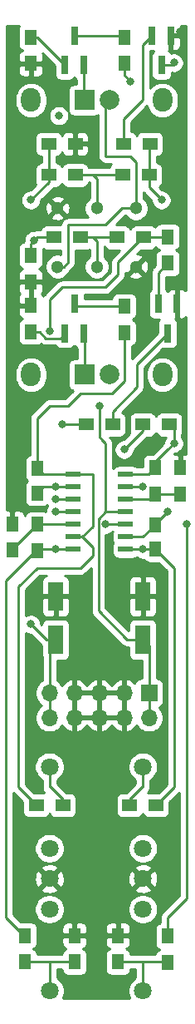
<source format=gbr>
%TF.GenerationSoftware,KiCad,Pcbnew,(5.1.6-0)*%
%TF.CreationDate,2023-01-04T15:54:57-05:00*%
%TF.ProjectId,LFO2,4c464f32-2e6b-4696-9361-645f70636258,rev?*%
%TF.SameCoordinates,Original*%
%TF.FileFunction,Copper,L1,Top*%
%TF.FilePolarity,Positive*%
%FSLAX46Y46*%
G04 Gerber Fmt 4.6, Leading zero omitted, Abs format (unit mm)*
G04 Created by KiCad (PCBNEW (5.1.6-0)) date 2023-01-04 15:54:57*
%MOMM*%
%LPD*%
G01*
G04 APERTURE LIST*
%TA.AperFunction,SMDPad,CuDef*%
%ADD10R,1.600000X3.000000*%
%TD*%
%TA.AperFunction,SMDPad,CuDef*%
%ADD11R,1.500000X0.600000*%
%TD*%
%TA.AperFunction,ComponentPad*%
%ADD12C,1.800000*%
%TD*%
%TA.AperFunction,ComponentPad*%
%ADD13O,2.000000X2.400000*%
%TD*%
%TA.AperFunction,ComponentPad*%
%ADD14C,1.300000*%
%TD*%
%TA.AperFunction,SMDPad,CuDef*%
%ADD15R,1.300000X1.500000*%
%TD*%
%TA.AperFunction,SMDPad,CuDef*%
%ADD16R,1.500000X1.300000*%
%TD*%
%TA.AperFunction,SMDPad,CuDef*%
%ADD17R,0.800000X1.900000*%
%TD*%
%TA.AperFunction,ComponentPad*%
%ADD18R,1.700000X1.700000*%
%TD*%
%TA.AperFunction,ComponentPad*%
%ADD19O,1.700000X1.700000*%
%TD*%
%TA.AperFunction,ComponentPad*%
%ADD20C,2.000000*%
%TD*%
%TA.AperFunction,ComponentPad*%
%ADD21R,2.000000X2.000000*%
%TD*%
%TA.AperFunction,SMDPad,CuDef*%
%ADD22R,1.250000X1.500000*%
%TD*%
%TA.AperFunction,ViaPad*%
%ADD23C,0.800000*%
%TD*%
%TA.AperFunction,Conductor*%
%ADD24C,0.250000*%
%TD*%
%TA.AperFunction,Conductor*%
%ADD25C,0.254000*%
%TD*%
G04 APERTURE END LIST*
D10*
%TO.P,C4,1*%
%TO.N,GND*%
X69215000Y-96860000D03*
%TO.P,C4,2*%
%TO.N,-12V*%
X69215000Y-101260000D03*
%TD*%
%TO.P,C3,1*%
%TO.N,+12V*%
X78105000Y-101260000D03*
%TO.P,C3,2*%
%TO.N,GND*%
X78105000Y-96860000D03*
%TD*%
D11*
%TO.P,U1,1*%
%TO.N,Net-(C1-Pad1)*%
X76360000Y-92075000D03*
%TO.P,U1,2*%
%TO.N,Net-(C1-Pad2)*%
X76360000Y-90805000D03*
%TO.P,U1,3*%
%TO.N,Net-(R1-Pad2)*%
X76360000Y-89535000D03*
%TO.P,U1,4*%
%TO.N,+12V*%
X76360000Y-88265000D03*
%TO.P,U1,5*%
%TO.N,Net-(R11-Pad1)*%
X76360000Y-86995000D03*
%TO.P,U1,6*%
%TO.N,Net-(C1-Pad1)*%
X76360000Y-85725000D03*
%TO.P,U1,7*%
%TO.N,Net-(R15-Pad2)*%
X76360000Y-84455000D03*
%TO.P,U1,8*%
%TO.N,Net-(C2-Pad1)*%
X70960000Y-84455000D03*
%TO.P,U1,9*%
%TO.N,Net-(C2-Pad2)*%
X70960000Y-85725000D03*
%TO.P,U1,10*%
%TO.N,Net-(R3-Pad2)*%
X70960000Y-86995000D03*
%TO.P,U1,11*%
%TO.N,-12V*%
X70960000Y-88265000D03*
%TO.P,U1,12*%
%TO.N,Net-(R12-Pad1)*%
X70960000Y-89535000D03*
%TO.P,U1,13*%
%TO.N,Net-(C2-Pad1)*%
X70960000Y-90805000D03*
%TO.P,U1,14*%
%TO.N,Net-(R10-Pad2)*%
X70960000Y-92075000D03*
%TD*%
D12*
%TO.P,TRI2,3*%
%TO.N,Net-(R22-Pad1)*%
X68580000Y-114206000D03*
%TO.P,TRI2,1*%
%TO.N,GND*%
X68580000Y-125606000D03*
%TO.P,TRI2,2*%
%TO.N,Net-(TRI2-Pad2)*%
X68580000Y-122506000D03*
%TD*%
%TO.P,TRI1,3*%
%TO.N,Net-(R20-Pad1)*%
X78105000Y-114206000D03*
%TO.P,TRI1,1*%
%TO.N,GND*%
X78105000Y-125606000D03*
%TO.P,TRI1,2*%
%TO.N,Net-(TRI1-Pad2)*%
X78105000Y-122506000D03*
%TD*%
%TO.P,SQ2,3*%
%TO.N,Net-(R21-Pad1)*%
X68580000Y-137000000D03*
%TO.P,SQ2,1*%
%TO.N,GND*%
X68580000Y-125600000D03*
%TO.P,SQ2,2*%
%TO.N,Net-(SQ2-Pad2)*%
X68580000Y-128700000D03*
%TD*%
%TO.P,SQ1,3*%
%TO.N,Net-(R19-Pad1)*%
X78105000Y-137000000D03*
%TO.P,SQ1,1*%
%TO.N,GND*%
X78105000Y-125600000D03*
%TO.P,SQ1,2*%
%TO.N,Net-(SQ1-Pad2)*%
X78105000Y-128700000D03*
%TD*%
D13*
%TO.P,RV2,*%
%TO.N,*%
X80106000Y-74295000D03*
X66706000Y-74295000D03*
D14*
%TO.P,RV2,3*%
%TO.N,GND*%
X77406000Y-63295000D03*
%TO.P,RV2,2*%
%TO.N,Net-(R3-Pad1)*%
X73406000Y-63295000D03*
%TO.P,RV2,1*%
%TO.N,+12V*%
X69406000Y-63295000D03*
%TD*%
D13*
%TO.P,RV1,*%
%TO.N,*%
X66706000Y-46355000D03*
X80106000Y-46355000D03*
D14*
%TO.P,RV1,3*%
%TO.N,GND*%
X69406000Y-57355000D03*
%TO.P,RV1,2*%
%TO.N,Net-(R1-Pad1)*%
X73406000Y-57355000D03*
%TO.P,RV1,1*%
%TO.N,+12V*%
X77406000Y-57355000D03*
%TD*%
D15*
%TO.P,R24,1*%
%TO.N,Net-(R21-Pad1)*%
X71120000Y-134065000D03*
%TO.P,R24,2*%
%TO.N,GND*%
X71120000Y-131365000D03*
%TD*%
%TO.P,R23,1*%
%TO.N,Net-(R19-Pad1)*%
X75565000Y-134065000D03*
%TO.P,R23,2*%
%TO.N,GND*%
X75565000Y-131365000D03*
%TD*%
D16*
%TO.P,R22,1*%
%TO.N,Net-(R22-Pad1)*%
X69930000Y-118110000D03*
%TO.P,R22,2*%
%TO.N,Net-(C2-Pad1)*%
X67230000Y-118110000D03*
%TD*%
D15*
%TO.P,R21,1*%
%TO.N,Net-(R21-Pad1)*%
X66040000Y-134065000D03*
%TO.P,R21,2*%
%TO.N,Net-(R10-Pad2)*%
X66040000Y-131365000D03*
%TD*%
D16*
%TO.P,R20,1*%
%TO.N,Net-(R20-Pad1)*%
X76755000Y-118110000D03*
%TO.P,R20,2*%
%TO.N,Net-(C1-Pad1)*%
X79455000Y-118110000D03*
%TD*%
D15*
%TO.P,R19,1*%
%TO.N,Net-(R19-Pad1)*%
X80645000Y-134145000D03*
%TO.P,R19,2*%
%TO.N,Net-(R15-Pad2)*%
X80645000Y-131445000D03*
%TD*%
%TO.P,R18,1*%
%TO.N,Net-(Q4-Pad1)*%
X66675000Y-69930000D03*
%TO.P,R18,2*%
%TO.N,GND*%
X66675000Y-67230000D03*
%TD*%
%TO.P,R17,1*%
%TO.N,Net-(Q2-Pad1)*%
X66675000Y-39925000D03*
%TO.P,R17,2*%
%TO.N,GND*%
X66675000Y-42625000D03*
%TD*%
%TO.P,R16,1*%
%TO.N,Net-(R12-Pad1)*%
X67310000Y-89535000D03*
%TO.P,R16,2*%
%TO.N,Net-(R10-Pad2)*%
X67310000Y-92235000D03*
%TD*%
%TO.P,R15,1*%
%TO.N,Net-(R11-Pad1)*%
X79375000Y-86440000D03*
%TO.P,R15,2*%
%TO.N,Net-(R15-Pad2)*%
X79375000Y-83740000D03*
%TD*%
%TO.P,R14,1*%
%TO.N,Net-(Q4-Pad3)*%
X76200000Y-67310000D03*
%TO.P,R14,2*%
%TO.N,Net-(C2-Pad1)*%
X76200000Y-70010000D03*
%TD*%
%TO.P,R13,1*%
%TO.N,Net-(Q2-Pad3)*%
X76200000Y-39925000D03*
%TO.P,R13,2*%
%TO.N,Net-(C1-Pad1)*%
X76200000Y-42625000D03*
%TD*%
%TO.P,R12,1*%
%TO.N,Net-(R12-Pad1)*%
X64770000Y-92155000D03*
%TO.P,R12,2*%
%TO.N,GND*%
X64770000Y-89455000D03*
%TD*%
%TO.P,R11,1*%
%TO.N,Net-(R11-Pad1)*%
X81915000Y-86440000D03*
%TO.P,R11,2*%
%TO.N,GND*%
X81915000Y-83740000D03*
%TD*%
D16*
%TO.P,R10,1*%
%TO.N,Net-(Q3-Pad3)*%
X75010000Y-79375000D03*
%TO.P,R10,2*%
%TO.N,Net-(R10-Pad2)*%
X72310000Y-79375000D03*
%TD*%
%TO.P,R9,1*%
%TO.N,Net-(Q1-Pad3)*%
X78105000Y-79375000D03*
%TO.P,R9,2*%
%TO.N,Net-(R15-Pad2)*%
X80805000Y-79375000D03*
%TD*%
D15*
%TO.P,R8,1*%
%TO.N,Net-(R3-Pad2)*%
X66675000Y-62150000D03*
%TO.P,R8,2*%
%TO.N,GND*%
X66675000Y-64850000D03*
%TD*%
D16*
%TO.P,R7,1*%
%TO.N,Net-(R1-Pad2)*%
X68500000Y-50800000D03*
%TO.P,R7,2*%
%TO.N,GND*%
X71200000Y-50800000D03*
%TD*%
D15*
%TO.P,R6,1*%
%TO.N,Net-(C2-Pad2)*%
X80645000Y-60245000D03*
%TO.P,R6,2*%
%TO.N,Net-(Q3-Pad2)*%
X80645000Y-62945000D03*
%TD*%
D16*
%TO.P,R5,1*%
%TO.N,Net-(C1-Pad2)*%
X78820000Y-50800000D03*
%TO.P,R5,2*%
%TO.N,Net-(Q1-Pad2)*%
X76120000Y-50800000D03*
%TD*%
%TO.P,R4,1*%
%TO.N,Net-(C2-Pad2)*%
X78185000Y-60325000D03*
%TO.P,R4,2*%
%TO.N,Net-(R3-Pad1)*%
X75485000Y-60325000D03*
%TD*%
%TO.P,R3,1*%
%TO.N,Net-(R3-Pad1)*%
X71755000Y-60325000D03*
%TO.P,R3,2*%
%TO.N,Net-(R3-Pad2)*%
X69055000Y-60325000D03*
%TD*%
%TO.P,R2,1*%
%TO.N,Net-(C1-Pad2)*%
X78740000Y-53975000D03*
%TO.P,R2,2*%
%TO.N,Net-(R1-Pad1)*%
X76040000Y-53975000D03*
%TD*%
%TO.P,R1,1*%
%TO.N,Net-(R1-Pad1)*%
X71200000Y-53975000D03*
%TO.P,R1,2*%
%TO.N,Net-(R1-Pad2)*%
X68500000Y-53975000D03*
%TD*%
D17*
%TO.P,Q4,1*%
%TO.N,Net-(Q4-Pad1)*%
X70170000Y-70080000D03*
%TO.P,Q4,2*%
%TO.N,Net-(D4-Pad1)*%
X72070000Y-70080000D03*
%TO.P,Q4,3*%
%TO.N,Net-(Q4-Pad3)*%
X71120000Y-67080000D03*
%TD*%
%TO.P,Q3,1*%
%TO.N,GND*%
X81595000Y-67080000D03*
%TO.P,Q3,2*%
%TO.N,Net-(Q3-Pad2)*%
X79695000Y-67080000D03*
%TO.P,Q3,3*%
%TO.N,Net-(Q3-Pad3)*%
X80645000Y-70080000D03*
%TD*%
%TO.P,Q2,1*%
%TO.N,Net-(Q2-Pad1)*%
X70170000Y-42775000D03*
%TO.P,Q2,2*%
%TO.N,Net-(D3-Pad1)*%
X72070000Y-42775000D03*
%TO.P,Q2,3*%
%TO.N,Net-(Q2-Pad3)*%
X71120000Y-39775000D03*
%TD*%
%TO.P,Q1,1*%
%TO.N,GND*%
X80960000Y-39775000D03*
%TO.P,Q1,2*%
%TO.N,Net-(Q1-Pad2)*%
X79060000Y-39775000D03*
%TO.P,Q1,3*%
%TO.N,Net-(Q1-Pad3)*%
X80010000Y-42775000D03*
%TD*%
D18*
%TO.P,H1,1*%
%TO.N,+12V*%
X78740000Y-106680000D03*
D19*
%TO.P,H1,2*%
X78740000Y-109220000D03*
%TO.P,H1,3*%
%TO.N,GND*%
X76200000Y-106680000D03*
%TO.P,H1,4*%
X76200000Y-109220000D03*
%TO.P,H1,5*%
X73660000Y-106680000D03*
%TO.P,H1,6*%
X73660000Y-109220000D03*
%TO.P,H1,7*%
X71120000Y-106680000D03*
%TO.P,H1,8*%
X71120000Y-109220000D03*
%TO.P,H1,9*%
%TO.N,-12V*%
X68580000Y-106680000D03*
%TO.P,H1,10*%
X68580000Y-109220000D03*
%TD*%
D20*
%TO.P,D4,2*%
%TO.N,+12V*%
X74676000Y-74295000D03*
D21*
%TO.P,D4,1*%
%TO.N,Net-(D4-Pad1)*%
X72136000Y-74295000D03*
%TD*%
D20*
%TO.P,D3,2*%
%TO.N,+12V*%
X74676000Y-46355000D03*
D21*
%TO.P,D3,1*%
%TO.N,Net-(D3-Pad1)*%
X72136000Y-46355000D03*
%TD*%
D22*
%TO.P,C2,1*%
%TO.N,Net-(C2-Pad1)*%
X67310000Y-83840000D03*
%TO.P,C2,2*%
%TO.N,Net-(C2-Pad2)*%
X67310000Y-86340000D03*
%TD*%
%TO.P,C1,1*%
%TO.N,Net-(C1-Pad1)*%
X79375000Y-92055000D03*
%TO.P,C1,2*%
%TO.N,Net-(C1-Pad2)*%
X79375000Y-89555000D03*
%TD*%
D23*
%TO.N,Net-(C1-Pad1)*%
X76835000Y-44450000D03*
X78105000Y-92075000D03*
X78105000Y-85725000D03*
%TO.N,Net-(C1-Pad2)*%
X80645000Y-88265000D03*
X80010000Y-56515000D03*
%TO.N,Net-(C2-Pad2)*%
X69215000Y-85725000D03*
X68580000Y-69850000D03*
%TO.N,+12V*%
X73660000Y-77470000D03*
%TO.N,-12V*%
X66675000Y-99695000D03*
X69215000Y-88265000D03*
%TO.N,GND*%
X81915000Y-39370000D03*
X81915000Y-48895000D03*
X81915000Y-52070000D03*
X71755000Y-96520000D03*
X75565000Y-96520000D03*
X66040000Y-71755000D03*
%TO.N,Net-(Q1-Pad3)*%
X76200000Y-81915000D03*
X69532500Y-47942500D03*
X81280000Y-42545000D03*
%TO.N,Net-(R1-Pad2)*%
X74295000Y-89535000D03*
X66675000Y-56515000D03*
%TO.N,Net-(R3-Pad2)*%
X69215000Y-86995000D03*
X66992500Y-60642500D03*
%TO.N,Net-(R15-Pad2)*%
X82550000Y-89535000D03*
X81280000Y-81280000D03*
%TO.N,Net-(R10-Pad2)*%
X69215000Y-92075000D03*
X69850000Y-79375000D03*
%TD*%
D24*
%TO.N,Net-(C1-Pad1)*%
X79355000Y-92075000D02*
X79375000Y-92055000D01*
X76360000Y-92075000D02*
X78105000Y-92075000D01*
X81280000Y-116285000D02*
X79455000Y-118110000D01*
X81280000Y-93960000D02*
X81280000Y-116285000D01*
X79375000Y-92055000D02*
X81280000Y-93960000D01*
X76200000Y-42625000D02*
X76200000Y-43815000D01*
X76200000Y-43815000D02*
X76835000Y-44450000D01*
X76835000Y-44450000D02*
X76835000Y-44450000D01*
X78105000Y-92075000D02*
X79355000Y-92075000D01*
X76360000Y-85725000D02*
X77470000Y-85725000D01*
X77470000Y-85725000D02*
X78105000Y-85725000D01*
%TO.N,Net-(C1-Pad2)*%
X78125000Y-90805000D02*
X79375000Y-89555000D01*
X76360000Y-90805000D02*
X78125000Y-90805000D01*
X78740000Y-50880000D02*
X78820000Y-50800000D01*
X78740000Y-53975000D02*
X78740000Y-50880000D01*
X79375000Y-89555000D02*
X79375000Y-89535000D01*
X79375000Y-89535000D02*
X80645000Y-88265000D01*
X80645000Y-88265000D02*
X80645000Y-88265000D01*
X78740000Y-53975000D02*
X78740000Y-55245000D01*
X78740000Y-55245000D02*
X80010000Y-56515000D01*
X80010000Y-56515000D02*
X80010000Y-56515000D01*
%TO.N,Net-(C2-Pad1)*%
X71960000Y-90805000D02*
X70960000Y-90805000D01*
X73025000Y-91870000D02*
X71960000Y-90805000D01*
X73025000Y-92710000D02*
X73025000Y-91870000D01*
X71755000Y-93980000D02*
X73025000Y-92710000D01*
X67310000Y-93980000D02*
X71755000Y-93980000D01*
X65405000Y-95885000D02*
X67310000Y-93980000D01*
X67925000Y-84455000D02*
X67310000Y-83840000D01*
X70960000Y-84455000D02*
X67925000Y-84455000D01*
X65405000Y-116285000D02*
X67230000Y-118110000D01*
X65405000Y-95885000D02*
X65405000Y-116285000D01*
X73025000Y-84455000D02*
X71755000Y-84455000D01*
X71755000Y-84455000D02*
X70960000Y-84455000D01*
X73025000Y-89740000D02*
X73025000Y-84455000D01*
X71960000Y-90805000D02*
X73025000Y-89740000D01*
X68580000Y-77470000D02*
X67310000Y-78740000D01*
X67310000Y-78740000D02*
X67310000Y-83840000D01*
X71755000Y-76200000D02*
X70485000Y-77470000D01*
X74930000Y-76200000D02*
X71755000Y-76200000D01*
X76200000Y-74930000D02*
X74930000Y-76200000D01*
X76200000Y-70010000D02*
X76200000Y-74930000D01*
X70485000Y-77470000D02*
X68580000Y-77470000D01*
%TO.N,Net-(C2-Pad2)*%
X67925000Y-85725000D02*
X67310000Y-86340000D01*
X70960000Y-85725000D02*
X69215000Y-85725000D01*
X78900000Y-60245000D02*
X78820000Y-60325000D01*
X80565000Y-60325000D02*
X80645000Y-60245000D01*
X78185000Y-60325000D02*
X80565000Y-60325000D01*
X69215000Y-85725000D02*
X67925000Y-85725000D01*
X78185000Y-60325000D02*
X78105000Y-60325000D01*
X78105000Y-60325000D02*
X76835000Y-61595000D01*
X76835000Y-61595000D02*
X75565000Y-62865000D01*
X75565000Y-62865000D02*
X75565000Y-64135000D01*
X75565000Y-64135000D02*
X74295000Y-65405000D01*
X74295000Y-65405000D02*
X69850000Y-65405000D01*
X69850000Y-65405000D02*
X69215000Y-66040000D01*
X69215000Y-66040000D02*
X68580000Y-66675000D01*
X68580000Y-66675000D02*
X68580000Y-67310002D01*
X68580000Y-67310002D02*
X68580000Y-69850000D01*
X68580000Y-69850000D02*
X68580000Y-69850000D01*
%TO.N,+12V*%
X78740000Y-101895000D02*
X78105000Y-101260000D01*
X78740000Y-106680000D02*
X78740000Y-101895000D01*
X74295000Y-81280000D02*
X73934999Y-80919999D01*
X76360000Y-88265000D02*
X74295000Y-88265000D01*
X74295000Y-88265000D02*
X74295000Y-81280000D01*
X74295000Y-46736000D02*
X74676000Y-46355000D01*
X74295000Y-52070000D02*
X74295000Y-46736000D01*
X76835000Y-52070000D02*
X74295000Y-52070000D01*
X77406000Y-52641000D02*
X76835000Y-52070000D01*
X77406000Y-57355000D02*
X77406000Y-52641000D01*
X78740000Y-109220000D02*
X78740000Y-106680000D01*
X76495000Y-101260000D02*
X78105000Y-101260000D01*
X73569999Y-98334999D02*
X76495000Y-101260000D01*
X73569999Y-88990001D02*
X73569999Y-98334999D01*
X74295000Y-88265000D02*
X73569999Y-88990001D01*
X70485000Y-59055000D02*
X70485000Y-62851000D01*
X74295000Y-59055000D02*
X70485000Y-59055000D01*
X75995000Y-57355000D02*
X74295000Y-59055000D01*
X77406000Y-57355000D02*
X75995000Y-57355000D01*
X70041000Y-63295000D02*
X70485000Y-62851000D01*
X69406000Y-63295000D02*
X70041000Y-63295000D01*
X73934999Y-80919999D02*
X73660000Y-80645000D01*
X73660000Y-80645000D02*
X73660000Y-78105000D01*
X73660000Y-78105000D02*
X73660000Y-77470000D01*
X73660000Y-77470000D02*
X73660000Y-77470000D01*
%TO.N,Net-(D3-Pad1)*%
X72070000Y-46289000D02*
X72136000Y-46355000D01*
X72070000Y-42775000D02*
X72070000Y-46289000D01*
%TO.N,Net-(D4-Pad1)*%
X72136000Y-70146000D02*
X72070000Y-70080000D01*
X72136000Y-74295000D02*
X72136000Y-70146000D01*
%TO.N,-12V*%
X68580000Y-101895000D02*
X69215000Y-101260000D01*
X68580000Y-106680000D02*
X68580000Y-101895000D01*
X68580000Y-109220000D02*
X68580000Y-106680000D01*
X69215000Y-101260000D02*
X68240000Y-101260000D01*
X68240000Y-101260000D02*
X66675000Y-99695000D01*
X66675000Y-99695000D02*
X66675000Y-99695000D01*
X70960000Y-88265000D02*
X69215000Y-88265000D01*
X69215000Y-88265000D02*
X69215000Y-88265000D01*
%TO.N,Net-(Q1-Pad2)*%
X78105000Y-40730000D02*
X79060000Y-39775000D01*
X78105000Y-46282153D02*
X78105000Y-40730000D01*
X76120000Y-48267153D02*
X78105000Y-46282153D01*
X76120000Y-50800000D02*
X76120000Y-48267153D01*
%TO.N,Net-(Q1-Pad3)*%
X78105000Y-79375000D02*
X78105000Y-80010000D01*
X78105000Y-80010000D02*
X76200000Y-81915000D01*
X76200000Y-81915000D02*
X76200000Y-81915000D01*
X80010000Y-42775000D02*
X81050000Y-42775000D01*
X81050000Y-42775000D02*
X81280000Y-42545000D01*
X81280000Y-42545000D02*
X81280000Y-42545000D01*
%TO.N,Net-(Q2-Pad1)*%
X67320000Y-39925000D02*
X70170000Y-42775000D01*
X66675000Y-39925000D02*
X67320000Y-39925000D01*
%TO.N,Net-(Q2-Pad3)*%
X76050000Y-39775000D02*
X76200000Y-39925000D01*
X71120000Y-39775000D02*
X76050000Y-39775000D01*
%TO.N,Net-(Q3-Pad2)*%
X79695000Y-63895000D02*
X80645000Y-62945000D01*
X79695000Y-67080000D02*
X79695000Y-63895000D01*
%TO.N,Net-(Q3-Pad3)*%
X75010000Y-79375000D02*
X75010000Y-78025000D01*
X75010000Y-78025000D02*
X77470000Y-75565000D01*
X77470000Y-73255000D02*
X80645000Y-70080000D01*
X77470000Y-75565000D02*
X77470000Y-73255000D01*
%TO.N,Net-(Q4-Pad1)*%
X70020000Y-69930000D02*
X70170000Y-70080000D01*
X69674999Y-70575001D02*
X70170000Y-70080000D01*
X68220001Y-70575001D02*
X69674999Y-70575001D01*
X67575000Y-69930000D02*
X68220001Y-70575001D01*
X66675000Y-69930000D02*
X67575000Y-69930000D01*
%TO.N,Net-(Q4-Pad3)*%
X71350000Y-67310000D02*
X71120000Y-67080000D01*
X76200000Y-67310000D02*
X71350000Y-67310000D01*
%TO.N,Net-(R1-Pad1)*%
X73406000Y-54356000D02*
X73025000Y-53975000D01*
X73406000Y-57355000D02*
X73406000Y-54356000D01*
X73025000Y-53975000D02*
X76040000Y-53975000D01*
X71200000Y-53975000D02*
X73025000Y-53975000D01*
%TO.N,Net-(R1-Pad2)*%
X68500000Y-50800000D02*
X68500000Y-53975000D01*
X76360000Y-89535000D02*
X74295000Y-89535000D01*
X74295000Y-89535000D02*
X74295000Y-89535000D01*
X68500000Y-53975000D02*
X68500000Y-54690000D01*
X68500000Y-54690000D02*
X66675000Y-56515000D01*
X66675000Y-56515000D02*
X66675000Y-56515000D01*
%TO.N,Net-(R3-Pad1)*%
X73406000Y-63295000D02*
X73406000Y-60706000D01*
X73406000Y-60706000D02*
X73025000Y-60325000D01*
X72390000Y-60325000D02*
X75485000Y-60325000D01*
X71200000Y-60325000D02*
X73025000Y-60325000D01*
%TO.N,Net-(R3-Pad2)*%
X68420000Y-60245000D02*
X68500000Y-60325000D01*
X67390000Y-60245000D02*
X68420000Y-60245000D01*
X66675000Y-62150000D02*
X66675000Y-60960000D01*
X66675000Y-60960000D02*
X66992500Y-60642500D01*
X70960000Y-86995000D02*
X69215000Y-86995000D01*
X69215000Y-86995000D02*
X69215000Y-86995000D01*
X66992500Y-60642500D02*
X67310000Y-60325000D01*
%TO.N,Net-(R15-Pad2)*%
X78660000Y-84455000D02*
X79375000Y-83740000D01*
X76360000Y-84455000D02*
X78660000Y-84455000D01*
X79375000Y-83740000D02*
X79375000Y-83185000D01*
X81280000Y-81280000D02*
X81280000Y-79375000D01*
X79375000Y-83185000D02*
X80645000Y-81915000D01*
X80645000Y-131445000D02*
X80645000Y-129540000D01*
X80645000Y-129540000D02*
X81730009Y-128454991D01*
X81730009Y-128454991D02*
X82550000Y-127635000D01*
X82550000Y-127635000D02*
X82550000Y-89535000D01*
X82550000Y-89535000D02*
X82550000Y-89535000D01*
X80645000Y-81915000D02*
X81280000Y-81280000D01*
%TO.N,Net-(R10-Pad2)*%
X67470000Y-92075000D02*
X67310000Y-92235000D01*
X70960000Y-92075000D02*
X69215000Y-92075000D01*
X67150000Y-92235000D02*
X67310000Y-92235000D01*
X64135000Y-95250000D02*
X67150000Y-92235000D01*
X65960000Y-131365000D02*
X64135000Y-129540000D01*
X64135000Y-129540000D02*
X64135000Y-95250000D01*
X66040000Y-131365000D02*
X65960000Y-131365000D01*
X69215000Y-92075000D02*
X67470000Y-92075000D01*
X72310000Y-79375000D02*
X69850000Y-79375000D01*
X69850000Y-79375000D02*
X69850000Y-79375000D01*
%TO.N,Net-(R11-Pad1)*%
X78820000Y-86995000D02*
X79375000Y-86440000D01*
X76360000Y-86995000D02*
X78820000Y-86995000D01*
X79375000Y-86440000D02*
X81915000Y-86440000D01*
%TO.N,Net-(R12-Pad1)*%
X70960000Y-89535000D02*
X67310000Y-89535000D01*
X64690000Y-92075000D02*
X64770000Y-92155000D01*
X64770000Y-92075000D02*
X67310000Y-89535000D01*
X64770000Y-92155000D02*
X64770000Y-92075000D01*
%TO.N,Net-(R19-Pad1)*%
X80565000Y-134065000D02*
X80645000Y-134145000D01*
X78105000Y-134145000D02*
X78025000Y-134065000D01*
X78105000Y-137000000D02*
X78105000Y-134145000D01*
X78025000Y-134065000D02*
X80565000Y-134065000D01*
X75565000Y-134065000D02*
X78025000Y-134065000D01*
%TO.N,Net-(R20-Pad1)*%
X76755000Y-117555000D02*
X78105000Y-116205000D01*
X76755000Y-118110000D02*
X76755000Y-117555000D01*
X78105000Y-116205000D02*
X78105000Y-114206000D01*
X78105000Y-116285000D02*
X78105000Y-116205000D01*
%TO.N,Net-(R21-Pad1)*%
X68580000Y-134145000D02*
X68500000Y-134065000D01*
X68500000Y-134065000D02*
X71120000Y-134065000D01*
X68580000Y-137000000D02*
X68580000Y-134145000D01*
X66040000Y-134065000D02*
X68500000Y-134065000D01*
%TO.N,Net-(R22-Pad1)*%
X69930000Y-117555000D02*
X68580000Y-116205000D01*
X69930000Y-118110000D02*
X69930000Y-117555000D01*
X68580000Y-116205000D02*
X68580000Y-114206000D01*
X68580000Y-116285000D02*
X68580000Y-116205000D01*
%TD*%
D25*
%TO.N,GND*%
G36*
X74984188Y-90380518D02*
G01*
X74971928Y-90505000D01*
X74971928Y-91105000D01*
X74984188Y-91229482D01*
X75020498Y-91349180D01*
X75069043Y-91440000D01*
X75020498Y-91530820D01*
X74984188Y-91650518D01*
X74971928Y-91775000D01*
X74971928Y-92375000D01*
X74984188Y-92499482D01*
X75020498Y-92619180D01*
X75079463Y-92729494D01*
X75158815Y-92826185D01*
X75255506Y-92905537D01*
X75365820Y-92964502D01*
X75485518Y-93000812D01*
X75610000Y-93013072D01*
X77110000Y-93013072D01*
X77234482Y-93000812D01*
X77354180Y-92964502D01*
X77464494Y-92905537D01*
X77473713Y-92897971D01*
X77614744Y-92992205D01*
X77803102Y-93070226D01*
X78003061Y-93110000D01*
X78193007Y-93110000D01*
X78219463Y-93159494D01*
X78298815Y-93256185D01*
X78395506Y-93335537D01*
X78505820Y-93394502D01*
X78625518Y-93430812D01*
X78750000Y-93443072D01*
X79688271Y-93443072D01*
X80520000Y-94274802D01*
X80520001Y-115970197D01*
X79668271Y-116821928D01*
X78705000Y-116821928D01*
X78641074Y-116828224D01*
X78645001Y-116825001D01*
X78739974Y-116709276D01*
X78810546Y-116577247D01*
X78854003Y-116433986D01*
X78865000Y-116322333D01*
X78865000Y-116242324D01*
X78868676Y-116205001D01*
X78865000Y-116167678D01*
X78865000Y-115544313D01*
X79083505Y-115398312D01*
X79297312Y-115184505D01*
X79465299Y-114933095D01*
X79581011Y-114653743D01*
X79640000Y-114357184D01*
X79640000Y-114054816D01*
X79581011Y-113758257D01*
X79465299Y-113478905D01*
X79297312Y-113227495D01*
X79083505Y-113013688D01*
X78832095Y-112845701D01*
X78552743Y-112729989D01*
X78256184Y-112671000D01*
X77953816Y-112671000D01*
X77657257Y-112729989D01*
X77377905Y-112845701D01*
X77126495Y-113013688D01*
X76912688Y-113227495D01*
X76744701Y-113478905D01*
X76628989Y-113758257D01*
X76570000Y-114054816D01*
X76570000Y-114357184D01*
X76628989Y-114653743D01*
X76744701Y-114933095D01*
X76912688Y-115184505D01*
X77126495Y-115398312D01*
X77345000Y-115544313D01*
X77345000Y-115890198D01*
X76413271Y-116821928D01*
X76005000Y-116821928D01*
X75880518Y-116834188D01*
X75760820Y-116870498D01*
X75650506Y-116929463D01*
X75553815Y-117008815D01*
X75474463Y-117105506D01*
X75415498Y-117215820D01*
X75379188Y-117335518D01*
X75366928Y-117460000D01*
X75366928Y-118760000D01*
X75379188Y-118884482D01*
X75415498Y-119004180D01*
X75474463Y-119114494D01*
X75553815Y-119211185D01*
X75650506Y-119290537D01*
X75760820Y-119349502D01*
X75880518Y-119385812D01*
X76005000Y-119398072D01*
X77505000Y-119398072D01*
X77629482Y-119385812D01*
X77749180Y-119349502D01*
X77859494Y-119290537D01*
X77956185Y-119211185D01*
X78035537Y-119114494D01*
X78094502Y-119004180D01*
X78105000Y-118969573D01*
X78115498Y-119004180D01*
X78174463Y-119114494D01*
X78253815Y-119211185D01*
X78350506Y-119290537D01*
X78460820Y-119349502D01*
X78580518Y-119385812D01*
X78705000Y-119398072D01*
X80205000Y-119398072D01*
X80329482Y-119385812D01*
X80449180Y-119349502D01*
X80559494Y-119290537D01*
X80656185Y-119211185D01*
X80735537Y-119114494D01*
X80794502Y-119004180D01*
X80830812Y-118884482D01*
X80843072Y-118760000D01*
X80843072Y-117796729D01*
X81790000Y-116849802D01*
X81790000Y-127320198D01*
X81219015Y-127891183D01*
X81219005Y-127891192D01*
X80133998Y-128976201D01*
X80105000Y-128999999D01*
X80081202Y-129028997D01*
X80081201Y-129028998D01*
X80010026Y-129115724D01*
X79939454Y-129247754D01*
X79895998Y-129391015D01*
X79881324Y-129540000D01*
X79885001Y-129577332D01*
X79885001Y-130067762D01*
X79870518Y-130069188D01*
X79750820Y-130105498D01*
X79640506Y-130164463D01*
X79543815Y-130243815D01*
X79464463Y-130340506D01*
X79405498Y-130450820D01*
X79369188Y-130570518D01*
X79356928Y-130695000D01*
X79356928Y-132195000D01*
X79369188Y-132319482D01*
X79405498Y-132439180D01*
X79464463Y-132549494D01*
X79543815Y-132646185D01*
X79640506Y-132725537D01*
X79750820Y-132784502D01*
X79785427Y-132795000D01*
X79750820Y-132805498D01*
X79640506Y-132864463D01*
X79543815Y-132943815D01*
X79464463Y-133040506D01*
X79405498Y-133150820D01*
X79369188Y-133270518D01*
X79365792Y-133305000D01*
X78062322Y-133305000D01*
X78025000Y-133301324D01*
X77987678Y-133305000D01*
X76852087Y-133305000D01*
X76840812Y-133190518D01*
X76804502Y-133070820D01*
X76745537Y-132960506D01*
X76666185Y-132863815D01*
X76569494Y-132784463D01*
X76459180Y-132725498D01*
X76424573Y-132715000D01*
X76459180Y-132704502D01*
X76569494Y-132645537D01*
X76666185Y-132566185D01*
X76745537Y-132469494D01*
X76804502Y-132359180D01*
X76840812Y-132239482D01*
X76853072Y-132115000D01*
X76850000Y-131650750D01*
X76691250Y-131492000D01*
X75692000Y-131492000D01*
X75692000Y-131512000D01*
X75438000Y-131512000D01*
X75438000Y-131492000D01*
X74438750Y-131492000D01*
X74280000Y-131650750D01*
X74276928Y-132115000D01*
X74289188Y-132239482D01*
X74325498Y-132359180D01*
X74384463Y-132469494D01*
X74463815Y-132566185D01*
X74560506Y-132645537D01*
X74670820Y-132704502D01*
X74705427Y-132715000D01*
X74670820Y-132725498D01*
X74560506Y-132784463D01*
X74463815Y-132863815D01*
X74384463Y-132960506D01*
X74325498Y-133070820D01*
X74289188Y-133190518D01*
X74276928Y-133315000D01*
X74276928Y-134815000D01*
X74289188Y-134939482D01*
X74325498Y-135059180D01*
X74384463Y-135169494D01*
X74463815Y-135266185D01*
X74560506Y-135345537D01*
X74670820Y-135404502D01*
X74790518Y-135440812D01*
X74915000Y-135453072D01*
X76215000Y-135453072D01*
X76339482Y-135440812D01*
X76459180Y-135404502D01*
X76569494Y-135345537D01*
X76666185Y-135266185D01*
X76745537Y-135169494D01*
X76804502Y-135059180D01*
X76840812Y-134939482D01*
X76852087Y-134825000D01*
X77345001Y-134825000D01*
X77345000Y-135661687D01*
X77126495Y-135807688D01*
X76912688Y-136021495D01*
X76744701Y-136272905D01*
X76628989Y-136552257D01*
X76570000Y-136848816D01*
X76570000Y-137151184D01*
X76628989Y-137447743D01*
X76744701Y-137727095D01*
X76756665Y-137745000D01*
X69928335Y-137745000D01*
X69940299Y-137727095D01*
X70056011Y-137447743D01*
X70115000Y-137151184D01*
X70115000Y-136848816D01*
X70056011Y-136552257D01*
X69940299Y-136272905D01*
X69772312Y-136021495D01*
X69558505Y-135807688D01*
X69340000Y-135661687D01*
X69340000Y-134825000D01*
X69832913Y-134825000D01*
X69844188Y-134939482D01*
X69880498Y-135059180D01*
X69939463Y-135169494D01*
X70018815Y-135266185D01*
X70115506Y-135345537D01*
X70225820Y-135404502D01*
X70345518Y-135440812D01*
X70470000Y-135453072D01*
X71770000Y-135453072D01*
X71894482Y-135440812D01*
X72014180Y-135404502D01*
X72124494Y-135345537D01*
X72221185Y-135266185D01*
X72300537Y-135169494D01*
X72359502Y-135059180D01*
X72395812Y-134939482D01*
X72408072Y-134815000D01*
X72408072Y-133315000D01*
X72395812Y-133190518D01*
X72359502Y-133070820D01*
X72300537Y-132960506D01*
X72221185Y-132863815D01*
X72124494Y-132784463D01*
X72014180Y-132725498D01*
X71979573Y-132715000D01*
X72014180Y-132704502D01*
X72124494Y-132645537D01*
X72221185Y-132566185D01*
X72300537Y-132469494D01*
X72359502Y-132359180D01*
X72395812Y-132239482D01*
X72408072Y-132115000D01*
X72405000Y-131650750D01*
X72246250Y-131492000D01*
X71247000Y-131492000D01*
X71247000Y-131512000D01*
X70993000Y-131512000D01*
X70993000Y-131492000D01*
X69993750Y-131492000D01*
X69835000Y-131650750D01*
X69831928Y-132115000D01*
X69844188Y-132239482D01*
X69880498Y-132359180D01*
X69939463Y-132469494D01*
X70018815Y-132566185D01*
X70115506Y-132645537D01*
X70225820Y-132704502D01*
X70260427Y-132715000D01*
X70225820Y-132725498D01*
X70115506Y-132784463D01*
X70018815Y-132863815D01*
X69939463Y-132960506D01*
X69880498Y-133070820D01*
X69844188Y-133190518D01*
X69832913Y-133305000D01*
X68537322Y-133305000D01*
X68500000Y-133301324D01*
X68462678Y-133305000D01*
X67327087Y-133305000D01*
X67315812Y-133190518D01*
X67279502Y-133070820D01*
X67220537Y-132960506D01*
X67141185Y-132863815D01*
X67044494Y-132784463D01*
X66934180Y-132725498D01*
X66899573Y-132715000D01*
X66934180Y-132704502D01*
X67044494Y-132645537D01*
X67141185Y-132566185D01*
X67220537Y-132469494D01*
X67279502Y-132359180D01*
X67315812Y-132239482D01*
X67328072Y-132115000D01*
X67328072Y-130615000D01*
X69831928Y-130615000D01*
X69835000Y-131079250D01*
X69993750Y-131238000D01*
X70993000Y-131238000D01*
X70993000Y-130138750D01*
X71247000Y-130138750D01*
X71247000Y-131238000D01*
X72246250Y-131238000D01*
X72405000Y-131079250D01*
X72408072Y-130615000D01*
X74276928Y-130615000D01*
X74280000Y-131079250D01*
X74438750Y-131238000D01*
X75438000Y-131238000D01*
X75438000Y-130138750D01*
X75692000Y-130138750D01*
X75692000Y-131238000D01*
X76691250Y-131238000D01*
X76850000Y-131079250D01*
X76853072Y-130615000D01*
X76840812Y-130490518D01*
X76804502Y-130370820D01*
X76745537Y-130260506D01*
X76666185Y-130163815D01*
X76569494Y-130084463D01*
X76459180Y-130025498D01*
X76339482Y-129989188D01*
X76215000Y-129976928D01*
X75850750Y-129980000D01*
X75692000Y-130138750D01*
X75438000Y-130138750D01*
X75279250Y-129980000D01*
X74915000Y-129976928D01*
X74790518Y-129989188D01*
X74670820Y-130025498D01*
X74560506Y-130084463D01*
X74463815Y-130163815D01*
X74384463Y-130260506D01*
X74325498Y-130370820D01*
X74289188Y-130490518D01*
X74276928Y-130615000D01*
X72408072Y-130615000D01*
X72395812Y-130490518D01*
X72359502Y-130370820D01*
X72300537Y-130260506D01*
X72221185Y-130163815D01*
X72124494Y-130084463D01*
X72014180Y-130025498D01*
X71894482Y-129989188D01*
X71770000Y-129976928D01*
X71405750Y-129980000D01*
X71247000Y-130138750D01*
X70993000Y-130138750D01*
X70834250Y-129980000D01*
X70470000Y-129976928D01*
X70345518Y-129989188D01*
X70225820Y-130025498D01*
X70115506Y-130084463D01*
X70018815Y-130163815D01*
X69939463Y-130260506D01*
X69880498Y-130370820D01*
X69844188Y-130490518D01*
X69831928Y-130615000D01*
X67328072Y-130615000D01*
X67315812Y-130490518D01*
X67279502Y-130370820D01*
X67220537Y-130260506D01*
X67141185Y-130163815D01*
X67044494Y-130084463D01*
X66934180Y-130025498D01*
X66814482Y-129989188D01*
X66690000Y-129976928D01*
X65646730Y-129976928D01*
X64895000Y-129225199D01*
X64895000Y-128548816D01*
X67045000Y-128548816D01*
X67045000Y-128851184D01*
X67103989Y-129147743D01*
X67219701Y-129427095D01*
X67387688Y-129678505D01*
X67601495Y-129892312D01*
X67852905Y-130060299D01*
X68132257Y-130176011D01*
X68428816Y-130235000D01*
X68731184Y-130235000D01*
X69027743Y-130176011D01*
X69307095Y-130060299D01*
X69558505Y-129892312D01*
X69772312Y-129678505D01*
X69940299Y-129427095D01*
X70056011Y-129147743D01*
X70115000Y-128851184D01*
X70115000Y-128548816D01*
X76570000Y-128548816D01*
X76570000Y-128851184D01*
X76628989Y-129147743D01*
X76744701Y-129427095D01*
X76912688Y-129678505D01*
X77126495Y-129892312D01*
X77377905Y-130060299D01*
X77657257Y-130176011D01*
X77953816Y-130235000D01*
X78256184Y-130235000D01*
X78552743Y-130176011D01*
X78832095Y-130060299D01*
X79083505Y-129892312D01*
X79297312Y-129678505D01*
X79465299Y-129427095D01*
X79581011Y-129147743D01*
X79640000Y-128851184D01*
X79640000Y-128548816D01*
X79581011Y-128252257D01*
X79465299Y-127972905D01*
X79297312Y-127721495D01*
X79083505Y-127507688D01*
X78832095Y-127339701D01*
X78552743Y-127223989D01*
X78256184Y-127165000D01*
X77953816Y-127165000D01*
X77657257Y-127223989D01*
X77377905Y-127339701D01*
X77126495Y-127507688D01*
X76912688Y-127721495D01*
X76744701Y-127972905D01*
X76628989Y-128252257D01*
X76570000Y-128548816D01*
X70115000Y-128548816D01*
X70056011Y-128252257D01*
X69940299Y-127972905D01*
X69772312Y-127721495D01*
X69558505Y-127507688D01*
X69307095Y-127339701D01*
X69027743Y-127223989D01*
X68731184Y-127165000D01*
X68428816Y-127165000D01*
X68132257Y-127223989D01*
X67852905Y-127339701D01*
X67601495Y-127507688D01*
X67387688Y-127721495D01*
X67219701Y-127972905D01*
X67103989Y-128252257D01*
X67045000Y-128548816D01*
X64895000Y-128548816D01*
X64895000Y-126664080D01*
X67695525Y-126664080D01*
X67697011Y-126668594D01*
X67695525Y-126670080D01*
X67779208Y-126924261D01*
X68051775Y-127055158D01*
X68344642Y-127130365D01*
X68646553Y-127146991D01*
X68945907Y-127104397D01*
X69231199Y-127004222D01*
X69380792Y-126924261D01*
X69464475Y-126670080D01*
X69462989Y-126668594D01*
X69464475Y-126664080D01*
X77220525Y-126664080D01*
X77222011Y-126668594D01*
X77220525Y-126670080D01*
X77304208Y-126924261D01*
X77576775Y-127055158D01*
X77869642Y-127130365D01*
X78171553Y-127146991D01*
X78470907Y-127104397D01*
X78756199Y-127004222D01*
X78905792Y-126924261D01*
X78989475Y-126670080D01*
X78987989Y-126668594D01*
X78989475Y-126664080D01*
X78105000Y-125779605D01*
X77220525Y-126664080D01*
X69464475Y-126664080D01*
X68580000Y-125779605D01*
X67695525Y-126664080D01*
X64895000Y-126664080D01*
X64895000Y-125666553D01*
X67039009Y-125666553D01*
X67039247Y-125668227D01*
X67039009Y-125672553D01*
X67081603Y-125971907D01*
X67181778Y-126257199D01*
X67261739Y-126406792D01*
X67515920Y-126490475D01*
X68400395Y-125606000D01*
X68397395Y-125603000D01*
X68400395Y-125600000D01*
X68759605Y-125600000D01*
X68762605Y-125603000D01*
X68759605Y-125606000D01*
X69644080Y-126490475D01*
X69898261Y-126406792D01*
X70029158Y-126134225D01*
X70104365Y-125841358D01*
X70113991Y-125666553D01*
X76564009Y-125666553D01*
X76564247Y-125668227D01*
X76564009Y-125672553D01*
X76606603Y-125971907D01*
X76706778Y-126257199D01*
X76786739Y-126406792D01*
X77040920Y-126490475D01*
X77925395Y-125606000D01*
X77922395Y-125603000D01*
X77925395Y-125600000D01*
X78284605Y-125600000D01*
X78287605Y-125603000D01*
X78284605Y-125606000D01*
X79169080Y-126490475D01*
X79423261Y-126406792D01*
X79554158Y-126134225D01*
X79629365Y-125841358D01*
X79645991Y-125539447D01*
X79645753Y-125537773D01*
X79645991Y-125533447D01*
X79603397Y-125234093D01*
X79503222Y-124948801D01*
X79423261Y-124799208D01*
X79169080Y-124715525D01*
X78284605Y-125600000D01*
X77925395Y-125600000D01*
X77040920Y-124715525D01*
X76786739Y-124799208D01*
X76655842Y-125071775D01*
X76580635Y-125364642D01*
X76564009Y-125666553D01*
X70113991Y-125666553D01*
X70120991Y-125539447D01*
X70120753Y-125537773D01*
X70120991Y-125533447D01*
X70078397Y-125234093D01*
X69978222Y-124948801D01*
X69898261Y-124799208D01*
X69644080Y-124715525D01*
X68759605Y-125600000D01*
X68400395Y-125600000D01*
X67515920Y-124715525D01*
X67261739Y-124799208D01*
X67130842Y-125071775D01*
X67055635Y-125364642D01*
X67039009Y-125666553D01*
X64895000Y-125666553D01*
X64895000Y-124535920D01*
X67695525Y-124535920D01*
X67697011Y-124537406D01*
X67695525Y-124541920D01*
X68580000Y-125426395D01*
X69464475Y-124541920D01*
X69462989Y-124537406D01*
X69464475Y-124535920D01*
X77220525Y-124535920D01*
X77222011Y-124537406D01*
X77220525Y-124541920D01*
X78105000Y-125426395D01*
X78989475Y-124541920D01*
X78987989Y-124537406D01*
X78989475Y-124535920D01*
X78905792Y-124281739D01*
X78633225Y-124150842D01*
X78340358Y-124075635D01*
X78038447Y-124059009D01*
X77739093Y-124101603D01*
X77453801Y-124201778D01*
X77304208Y-124281739D01*
X77220525Y-124535920D01*
X69464475Y-124535920D01*
X69380792Y-124281739D01*
X69108225Y-124150842D01*
X68815358Y-124075635D01*
X68513447Y-124059009D01*
X68214093Y-124101603D01*
X67928801Y-124201778D01*
X67779208Y-124281739D01*
X67695525Y-124535920D01*
X64895000Y-124535920D01*
X64895000Y-122354816D01*
X67045000Y-122354816D01*
X67045000Y-122657184D01*
X67103989Y-122953743D01*
X67219701Y-123233095D01*
X67387688Y-123484505D01*
X67601495Y-123698312D01*
X67852905Y-123866299D01*
X68132257Y-123982011D01*
X68428816Y-124041000D01*
X68731184Y-124041000D01*
X69027743Y-123982011D01*
X69307095Y-123866299D01*
X69558505Y-123698312D01*
X69772312Y-123484505D01*
X69940299Y-123233095D01*
X70056011Y-122953743D01*
X70115000Y-122657184D01*
X70115000Y-122354816D01*
X76570000Y-122354816D01*
X76570000Y-122657184D01*
X76628989Y-122953743D01*
X76744701Y-123233095D01*
X76912688Y-123484505D01*
X77126495Y-123698312D01*
X77377905Y-123866299D01*
X77657257Y-123982011D01*
X77953816Y-124041000D01*
X78256184Y-124041000D01*
X78552743Y-123982011D01*
X78832095Y-123866299D01*
X79083505Y-123698312D01*
X79297312Y-123484505D01*
X79465299Y-123233095D01*
X79581011Y-122953743D01*
X79640000Y-122657184D01*
X79640000Y-122354816D01*
X79581011Y-122058257D01*
X79465299Y-121778905D01*
X79297312Y-121527495D01*
X79083505Y-121313688D01*
X78832095Y-121145701D01*
X78552743Y-121029989D01*
X78256184Y-120971000D01*
X77953816Y-120971000D01*
X77657257Y-121029989D01*
X77377905Y-121145701D01*
X77126495Y-121313688D01*
X76912688Y-121527495D01*
X76744701Y-121778905D01*
X76628989Y-122058257D01*
X76570000Y-122354816D01*
X70115000Y-122354816D01*
X70056011Y-122058257D01*
X69940299Y-121778905D01*
X69772312Y-121527495D01*
X69558505Y-121313688D01*
X69307095Y-121145701D01*
X69027743Y-121029989D01*
X68731184Y-120971000D01*
X68428816Y-120971000D01*
X68132257Y-121029989D01*
X67852905Y-121145701D01*
X67601495Y-121313688D01*
X67387688Y-121527495D01*
X67219701Y-121778905D01*
X67103989Y-122058257D01*
X67045000Y-122354816D01*
X64895000Y-122354816D01*
X64895000Y-116849801D01*
X65841928Y-117796730D01*
X65841928Y-118760000D01*
X65854188Y-118884482D01*
X65890498Y-119004180D01*
X65949463Y-119114494D01*
X66028815Y-119211185D01*
X66125506Y-119290537D01*
X66235820Y-119349502D01*
X66355518Y-119385812D01*
X66480000Y-119398072D01*
X67980000Y-119398072D01*
X68104482Y-119385812D01*
X68224180Y-119349502D01*
X68334494Y-119290537D01*
X68431185Y-119211185D01*
X68510537Y-119114494D01*
X68569502Y-119004180D01*
X68580000Y-118969573D01*
X68590498Y-119004180D01*
X68649463Y-119114494D01*
X68728815Y-119211185D01*
X68825506Y-119290537D01*
X68935820Y-119349502D01*
X69055518Y-119385812D01*
X69180000Y-119398072D01*
X70680000Y-119398072D01*
X70804482Y-119385812D01*
X70924180Y-119349502D01*
X71034494Y-119290537D01*
X71131185Y-119211185D01*
X71210537Y-119114494D01*
X71269502Y-119004180D01*
X71305812Y-118884482D01*
X71318072Y-118760000D01*
X71318072Y-117460000D01*
X71305812Y-117335518D01*
X71269502Y-117215820D01*
X71210537Y-117105506D01*
X71131185Y-117008815D01*
X71034494Y-116929463D01*
X70924180Y-116870498D01*
X70804482Y-116834188D01*
X70680000Y-116821928D01*
X70271730Y-116821928D01*
X69340000Y-115890199D01*
X69340000Y-115544313D01*
X69558505Y-115398312D01*
X69772312Y-115184505D01*
X69940299Y-114933095D01*
X70056011Y-114653743D01*
X70115000Y-114357184D01*
X70115000Y-114054816D01*
X70056011Y-113758257D01*
X69940299Y-113478905D01*
X69772312Y-113227495D01*
X69558505Y-113013688D01*
X69307095Y-112845701D01*
X69027743Y-112729989D01*
X68731184Y-112671000D01*
X68428816Y-112671000D01*
X68132257Y-112729989D01*
X67852905Y-112845701D01*
X67601495Y-113013688D01*
X67387688Y-113227495D01*
X67219701Y-113478905D01*
X67103989Y-113758257D01*
X67045000Y-114054816D01*
X67045000Y-114357184D01*
X67103989Y-114653743D01*
X67219701Y-114933095D01*
X67387688Y-115184505D01*
X67601495Y-115398312D01*
X67820000Y-115544313D01*
X67820000Y-116167678D01*
X67816324Y-116205000D01*
X67820000Y-116242322D01*
X67820000Y-116322332D01*
X67830997Y-116433985D01*
X67874454Y-116577246D01*
X67945026Y-116709275D01*
X68039999Y-116825001D01*
X68043926Y-116828224D01*
X67980000Y-116821928D01*
X67016730Y-116821928D01*
X66165000Y-115970199D01*
X66165000Y-100599013D01*
X66184744Y-100612205D01*
X66373102Y-100690226D01*
X66573061Y-100730000D01*
X66635199Y-100730000D01*
X67676200Y-101771002D01*
X67699999Y-101800001D01*
X67776928Y-101863135D01*
X67776928Y-102760000D01*
X67789188Y-102884482D01*
X67820001Y-102986058D01*
X67820000Y-105401821D01*
X67633368Y-105526525D01*
X67426525Y-105733368D01*
X67264010Y-105976589D01*
X67152068Y-106246842D01*
X67095000Y-106533740D01*
X67095000Y-106826260D01*
X67152068Y-107113158D01*
X67264010Y-107383411D01*
X67426525Y-107626632D01*
X67633368Y-107833475D01*
X67807760Y-107950000D01*
X67633368Y-108066525D01*
X67426525Y-108273368D01*
X67264010Y-108516589D01*
X67152068Y-108786842D01*
X67095000Y-109073740D01*
X67095000Y-109366260D01*
X67152068Y-109653158D01*
X67264010Y-109923411D01*
X67426525Y-110166632D01*
X67633368Y-110373475D01*
X67876589Y-110535990D01*
X68146842Y-110647932D01*
X68433740Y-110705000D01*
X68726260Y-110705000D01*
X69013158Y-110647932D01*
X69283411Y-110535990D01*
X69526632Y-110373475D01*
X69733475Y-110166632D01*
X69855195Y-109984466D01*
X69924822Y-110101355D01*
X70119731Y-110317588D01*
X70353080Y-110491641D01*
X70615901Y-110616825D01*
X70763110Y-110661476D01*
X70993000Y-110540155D01*
X70993000Y-109347000D01*
X71247000Y-109347000D01*
X71247000Y-110540155D01*
X71476890Y-110661476D01*
X71624099Y-110616825D01*
X71886920Y-110491641D01*
X72120269Y-110317588D01*
X72315178Y-110101355D01*
X72390000Y-109975745D01*
X72464822Y-110101355D01*
X72659731Y-110317588D01*
X72893080Y-110491641D01*
X73155901Y-110616825D01*
X73303110Y-110661476D01*
X73533000Y-110540155D01*
X73533000Y-109347000D01*
X73787000Y-109347000D01*
X73787000Y-110540155D01*
X74016890Y-110661476D01*
X74164099Y-110616825D01*
X74426920Y-110491641D01*
X74660269Y-110317588D01*
X74855178Y-110101355D01*
X74930000Y-109975745D01*
X75004822Y-110101355D01*
X75199731Y-110317588D01*
X75433080Y-110491641D01*
X75695901Y-110616825D01*
X75843110Y-110661476D01*
X76073000Y-110540155D01*
X76073000Y-109347000D01*
X73787000Y-109347000D01*
X73533000Y-109347000D01*
X71247000Y-109347000D01*
X70993000Y-109347000D01*
X70973000Y-109347000D01*
X70973000Y-109093000D01*
X70993000Y-109093000D01*
X70993000Y-106807000D01*
X71247000Y-106807000D01*
X71247000Y-109093000D01*
X73533000Y-109093000D01*
X73533000Y-106807000D01*
X73787000Y-106807000D01*
X73787000Y-109093000D01*
X76073000Y-109093000D01*
X76073000Y-106807000D01*
X73787000Y-106807000D01*
X73533000Y-106807000D01*
X71247000Y-106807000D01*
X70993000Y-106807000D01*
X70973000Y-106807000D01*
X70973000Y-106553000D01*
X70993000Y-106553000D01*
X70993000Y-105359845D01*
X71247000Y-105359845D01*
X71247000Y-106553000D01*
X73533000Y-106553000D01*
X73533000Y-105359845D01*
X73787000Y-105359845D01*
X73787000Y-106553000D01*
X76073000Y-106553000D01*
X76073000Y-105359845D01*
X75843110Y-105238524D01*
X75695901Y-105283175D01*
X75433080Y-105408359D01*
X75199731Y-105582412D01*
X75004822Y-105798645D01*
X74930000Y-105924255D01*
X74855178Y-105798645D01*
X74660269Y-105582412D01*
X74426920Y-105408359D01*
X74164099Y-105283175D01*
X74016890Y-105238524D01*
X73787000Y-105359845D01*
X73533000Y-105359845D01*
X73303110Y-105238524D01*
X73155901Y-105283175D01*
X72893080Y-105408359D01*
X72659731Y-105582412D01*
X72464822Y-105798645D01*
X72390000Y-105924255D01*
X72315178Y-105798645D01*
X72120269Y-105582412D01*
X71886920Y-105408359D01*
X71624099Y-105283175D01*
X71476890Y-105238524D01*
X71247000Y-105359845D01*
X70993000Y-105359845D01*
X70763110Y-105238524D01*
X70615901Y-105283175D01*
X70353080Y-105408359D01*
X70119731Y-105582412D01*
X69924822Y-105798645D01*
X69855195Y-105915534D01*
X69733475Y-105733368D01*
X69526632Y-105526525D01*
X69340000Y-105401822D01*
X69340000Y-103398072D01*
X70015000Y-103398072D01*
X70139482Y-103385812D01*
X70259180Y-103349502D01*
X70369494Y-103290537D01*
X70466185Y-103211185D01*
X70545537Y-103114494D01*
X70604502Y-103004180D01*
X70640812Y-102884482D01*
X70653072Y-102760000D01*
X70653072Y-99760000D01*
X70640812Y-99635518D01*
X70604502Y-99515820D01*
X70545537Y-99405506D01*
X70466185Y-99308815D01*
X70369494Y-99229463D01*
X70259180Y-99170498D01*
X70139482Y-99134188D01*
X70015000Y-99121928D01*
X68415000Y-99121928D01*
X68290518Y-99134188D01*
X68170820Y-99170498D01*
X68060506Y-99229463D01*
X67963815Y-99308815D01*
X67884463Y-99405506D01*
X67825498Y-99515820D01*
X67789188Y-99635518D01*
X67780324Y-99725522D01*
X67710000Y-99655199D01*
X67710000Y-99593061D01*
X67670226Y-99393102D01*
X67592205Y-99204744D01*
X67478937Y-99035226D01*
X67334774Y-98891063D01*
X67165256Y-98777795D01*
X66976898Y-98699774D01*
X66776939Y-98660000D01*
X66573061Y-98660000D01*
X66373102Y-98699774D01*
X66184744Y-98777795D01*
X66165000Y-98790987D01*
X66165000Y-98360000D01*
X67776928Y-98360000D01*
X67789188Y-98484482D01*
X67825498Y-98604180D01*
X67884463Y-98714494D01*
X67963815Y-98811185D01*
X68060506Y-98890537D01*
X68170820Y-98949502D01*
X68290518Y-98985812D01*
X68415000Y-98998072D01*
X68929250Y-98995000D01*
X69088000Y-98836250D01*
X69088000Y-96987000D01*
X69342000Y-96987000D01*
X69342000Y-98836250D01*
X69500750Y-98995000D01*
X70015000Y-98998072D01*
X70139482Y-98985812D01*
X70259180Y-98949502D01*
X70369494Y-98890537D01*
X70466185Y-98811185D01*
X70545537Y-98714494D01*
X70604502Y-98604180D01*
X70640812Y-98484482D01*
X70653072Y-98360000D01*
X70650000Y-97145750D01*
X70491250Y-96987000D01*
X69342000Y-96987000D01*
X69088000Y-96987000D01*
X67938750Y-96987000D01*
X67780000Y-97145750D01*
X67776928Y-98360000D01*
X66165000Y-98360000D01*
X66165000Y-96199801D01*
X67624802Y-94740000D01*
X68271358Y-94740000D01*
X68170820Y-94770498D01*
X68060506Y-94829463D01*
X67963815Y-94908815D01*
X67884463Y-95005506D01*
X67825498Y-95115820D01*
X67789188Y-95235518D01*
X67776928Y-95360000D01*
X67780000Y-96574250D01*
X67938750Y-96733000D01*
X69088000Y-96733000D01*
X69088000Y-96713000D01*
X69342000Y-96713000D01*
X69342000Y-96733000D01*
X70491250Y-96733000D01*
X70650000Y-96574250D01*
X70653072Y-95360000D01*
X70640812Y-95235518D01*
X70604502Y-95115820D01*
X70545537Y-95005506D01*
X70466185Y-94908815D01*
X70369494Y-94829463D01*
X70259180Y-94770498D01*
X70158642Y-94740000D01*
X71717678Y-94740000D01*
X71755000Y-94743676D01*
X71792322Y-94740000D01*
X71792333Y-94740000D01*
X71903986Y-94729003D01*
X72047247Y-94685546D01*
X72179276Y-94614974D01*
X72295001Y-94520001D01*
X72318804Y-94490997D01*
X72810000Y-93999802D01*
X72810000Y-98297667D01*
X72806323Y-98334999D01*
X72820997Y-98483984D01*
X72864453Y-98627245D01*
X72935025Y-98759275D01*
X73006200Y-98846001D01*
X73029999Y-98875000D01*
X73058997Y-98898798D01*
X75931200Y-101771002D01*
X75954999Y-101800001D01*
X75983997Y-101823799D01*
X76070723Y-101894974D01*
X76202753Y-101965546D01*
X76346014Y-102009003D01*
X76457667Y-102020000D01*
X76457676Y-102020000D01*
X76494999Y-102023676D01*
X76532322Y-102020000D01*
X76666928Y-102020000D01*
X76666928Y-102760000D01*
X76679188Y-102884482D01*
X76715498Y-103004180D01*
X76774463Y-103114494D01*
X76853815Y-103211185D01*
X76950506Y-103290537D01*
X77060820Y-103349502D01*
X77180518Y-103385812D01*
X77305000Y-103398072D01*
X77980001Y-103398072D01*
X77980000Y-105191928D01*
X77890000Y-105191928D01*
X77765518Y-105204188D01*
X77645820Y-105240498D01*
X77535506Y-105299463D01*
X77438815Y-105378815D01*
X77359463Y-105475506D01*
X77300498Y-105585820D01*
X77276034Y-105666466D01*
X77200269Y-105582412D01*
X76966920Y-105408359D01*
X76704099Y-105283175D01*
X76556890Y-105238524D01*
X76327000Y-105359845D01*
X76327000Y-106553000D01*
X76347000Y-106553000D01*
X76347000Y-106807000D01*
X76327000Y-106807000D01*
X76327000Y-109093000D01*
X76347000Y-109093000D01*
X76347000Y-109347000D01*
X76327000Y-109347000D01*
X76327000Y-110540155D01*
X76556890Y-110661476D01*
X76704099Y-110616825D01*
X76966920Y-110491641D01*
X77200269Y-110317588D01*
X77395178Y-110101355D01*
X77464805Y-109984466D01*
X77586525Y-110166632D01*
X77793368Y-110373475D01*
X78036589Y-110535990D01*
X78306842Y-110647932D01*
X78593740Y-110705000D01*
X78886260Y-110705000D01*
X79173158Y-110647932D01*
X79443411Y-110535990D01*
X79686632Y-110373475D01*
X79893475Y-110166632D01*
X80055990Y-109923411D01*
X80167932Y-109653158D01*
X80225000Y-109366260D01*
X80225000Y-109073740D01*
X80167932Y-108786842D01*
X80055990Y-108516589D01*
X79893475Y-108273368D01*
X79761620Y-108141513D01*
X79834180Y-108119502D01*
X79944494Y-108060537D01*
X80041185Y-107981185D01*
X80120537Y-107884494D01*
X80179502Y-107774180D01*
X80215812Y-107654482D01*
X80228072Y-107530000D01*
X80228072Y-105830000D01*
X80215812Y-105705518D01*
X80179502Y-105585820D01*
X80120537Y-105475506D01*
X80041185Y-105378815D01*
X79944494Y-105299463D01*
X79834180Y-105240498D01*
X79714482Y-105204188D01*
X79590000Y-105191928D01*
X79500000Y-105191928D01*
X79500000Y-102986056D01*
X79530812Y-102884482D01*
X79543072Y-102760000D01*
X79543072Y-99760000D01*
X79530812Y-99635518D01*
X79494502Y-99515820D01*
X79435537Y-99405506D01*
X79356185Y-99308815D01*
X79259494Y-99229463D01*
X79149180Y-99170498D01*
X79029482Y-99134188D01*
X78905000Y-99121928D01*
X77305000Y-99121928D01*
X77180518Y-99134188D01*
X77060820Y-99170498D01*
X76950506Y-99229463D01*
X76853815Y-99308815D01*
X76774463Y-99405506D01*
X76715498Y-99515820D01*
X76679188Y-99635518D01*
X76666928Y-99760000D01*
X76666928Y-100357126D01*
X74669802Y-98360000D01*
X76666928Y-98360000D01*
X76679188Y-98484482D01*
X76715498Y-98604180D01*
X76774463Y-98714494D01*
X76853815Y-98811185D01*
X76950506Y-98890537D01*
X77060820Y-98949502D01*
X77180518Y-98985812D01*
X77305000Y-98998072D01*
X77819250Y-98995000D01*
X77978000Y-98836250D01*
X77978000Y-96987000D01*
X78232000Y-96987000D01*
X78232000Y-98836250D01*
X78390750Y-98995000D01*
X78905000Y-98998072D01*
X79029482Y-98985812D01*
X79149180Y-98949502D01*
X79259494Y-98890537D01*
X79356185Y-98811185D01*
X79435537Y-98714494D01*
X79494502Y-98604180D01*
X79530812Y-98484482D01*
X79543072Y-98360000D01*
X79540000Y-97145750D01*
X79381250Y-96987000D01*
X78232000Y-96987000D01*
X77978000Y-96987000D01*
X76828750Y-96987000D01*
X76670000Y-97145750D01*
X76666928Y-98360000D01*
X74669802Y-98360000D01*
X74329999Y-98020198D01*
X74329999Y-95360000D01*
X76666928Y-95360000D01*
X76670000Y-96574250D01*
X76828750Y-96733000D01*
X77978000Y-96733000D01*
X77978000Y-94883750D01*
X78232000Y-94883750D01*
X78232000Y-96733000D01*
X79381250Y-96733000D01*
X79540000Y-96574250D01*
X79543072Y-95360000D01*
X79530812Y-95235518D01*
X79494502Y-95115820D01*
X79435537Y-95005506D01*
X79356185Y-94908815D01*
X79259494Y-94829463D01*
X79149180Y-94770498D01*
X79029482Y-94734188D01*
X78905000Y-94721928D01*
X78390750Y-94725000D01*
X78232000Y-94883750D01*
X77978000Y-94883750D01*
X77819250Y-94725000D01*
X77305000Y-94721928D01*
X77180518Y-94734188D01*
X77060820Y-94770498D01*
X76950506Y-94829463D01*
X76853815Y-94908815D01*
X76774463Y-95005506D01*
X76715498Y-95115820D01*
X76679188Y-95235518D01*
X76666928Y-95360000D01*
X74329999Y-95360000D01*
X74329999Y-90570000D01*
X74396939Y-90570000D01*
X74596898Y-90530226D01*
X74785256Y-90452205D01*
X74954774Y-90338937D01*
X74998711Y-90295000D01*
X75010130Y-90295000D01*
X74984188Y-90380518D01*
G37*
X74984188Y-90380518D02*
X74971928Y-90505000D01*
X74971928Y-91105000D01*
X74984188Y-91229482D01*
X75020498Y-91349180D01*
X75069043Y-91440000D01*
X75020498Y-91530820D01*
X74984188Y-91650518D01*
X74971928Y-91775000D01*
X74971928Y-92375000D01*
X74984188Y-92499482D01*
X75020498Y-92619180D01*
X75079463Y-92729494D01*
X75158815Y-92826185D01*
X75255506Y-92905537D01*
X75365820Y-92964502D01*
X75485518Y-93000812D01*
X75610000Y-93013072D01*
X77110000Y-93013072D01*
X77234482Y-93000812D01*
X77354180Y-92964502D01*
X77464494Y-92905537D01*
X77473713Y-92897971D01*
X77614744Y-92992205D01*
X77803102Y-93070226D01*
X78003061Y-93110000D01*
X78193007Y-93110000D01*
X78219463Y-93159494D01*
X78298815Y-93256185D01*
X78395506Y-93335537D01*
X78505820Y-93394502D01*
X78625518Y-93430812D01*
X78750000Y-93443072D01*
X79688271Y-93443072D01*
X80520000Y-94274802D01*
X80520001Y-115970197D01*
X79668271Y-116821928D01*
X78705000Y-116821928D01*
X78641074Y-116828224D01*
X78645001Y-116825001D01*
X78739974Y-116709276D01*
X78810546Y-116577247D01*
X78854003Y-116433986D01*
X78865000Y-116322333D01*
X78865000Y-116242324D01*
X78868676Y-116205001D01*
X78865000Y-116167678D01*
X78865000Y-115544313D01*
X79083505Y-115398312D01*
X79297312Y-115184505D01*
X79465299Y-114933095D01*
X79581011Y-114653743D01*
X79640000Y-114357184D01*
X79640000Y-114054816D01*
X79581011Y-113758257D01*
X79465299Y-113478905D01*
X79297312Y-113227495D01*
X79083505Y-113013688D01*
X78832095Y-112845701D01*
X78552743Y-112729989D01*
X78256184Y-112671000D01*
X77953816Y-112671000D01*
X77657257Y-112729989D01*
X77377905Y-112845701D01*
X77126495Y-113013688D01*
X76912688Y-113227495D01*
X76744701Y-113478905D01*
X76628989Y-113758257D01*
X76570000Y-114054816D01*
X76570000Y-114357184D01*
X76628989Y-114653743D01*
X76744701Y-114933095D01*
X76912688Y-115184505D01*
X77126495Y-115398312D01*
X77345000Y-115544313D01*
X77345000Y-115890198D01*
X76413271Y-116821928D01*
X76005000Y-116821928D01*
X75880518Y-116834188D01*
X75760820Y-116870498D01*
X75650506Y-116929463D01*
X75553815Y-117008815D01*
X75474463Y-117105506D01*
X75415498Y-117215820D01*
X75379188Y-117335518D01*
X75366928Y-117460000D01*
X75366928Y-118760000D01*
X75379188Y-118884482D01*
X75415498Y-119004180D01*
X75474463Y-119114494D01*
X75553815Y-119211185D01*
X75650506Y-119290537D01*
X75760820Y-119349502D01*
X75880518Y-119385812D01*
X76005000Y-119398072D01*
X77505000Y-119398072D01*
X77629482Y-119385812D01*
X77749180Y-119349502D01*
X77859494Y-119290537D01*
X77956185Y-119211185D01*
X78035537Y-119114494D01*
X78094502Y-119004180D01*
X78105000Y-118969573D01*
X78115498Y-119004180D01*
X78174463Y-119114494D01*
X78253815Y-119211185D01*
X78350506Y-119290537D01*
X78460820Y-119349502D01*
X78580518Y-119385812D01*
X78705000Y-119398072D01*
X80205000Y-119398072D01*
X80329482Y-119385812D01*
X80449180Y-119349502D01*
X80559494Y-119290537D01*
X80656185Y-119211185D01*
X80735537Y-119114494D01*
X80794502Y-119004180D01*
X80830812Y-118884482D01*
X80843072Y-118760000D01*
X80843072Y-117796729D01*
X81790000Y-116849802D01*
X81790000Y-127320198D01*
X81219015Y-127891183D01*
X81219005Y-127891192D01*
X80133998Y-128976201D01*
X80105000Y-128999999D01*
X80081202Y-129028997D01*
X80081201Y-129028998D01*
X80010026Y-129115724D01*
X79939454Y-129247754D01*
X79895998Y-129391015D01*
X79881324Y-129540000D01*
X79885001Y-129577332D01*
X79885001Y-130067762D01*
X79870518Y-130069188D01*
X79750820Y-130105498D01*
X79640506Y-130164463D01*
X79543815Y-130243815D01*
X79464463Y-130340506D01*
X79405498Y-130450820D01*
X79369188Y-130570518D01*
X79356928Y-130695000D01*
X79356928Y-132195000D01*
X79369188Y-132319482D01*
X79405498Y-132439180D01*
X79464463Y-132549494D01*
X79543815Y-132646185D01*
X79640506Y-132725537D01*
X79750820Y-132784502D01*
X79785427Y-132795000D01*
X79750820Y-132805498D01*
X79640506Y-132864463D01*
X79543815Y-132943815D01*
X79464463Y-133040506D01*
X79405498Y-133150820D01*
X79369188Y-133270518D01*
X79365792Y-133305000D01*
X78062322Y-133305000D01*
X78025000Y-133301324D01*
X77987678Y-133305000D01*
X76852087Y-133305000D01*
X76840812Y-133190518D01*
X76804502Y-133070820D01*
X76745537Y-132960506D01*
X76666185Y-132863815D01*
X76569494Y-132784463D01*
X76459180Y-132725498D01*
X76424573Y-132715000D01*
X76459180Y-132704502D01*
X76569494Y-132645537D01*
X76666185Y-132566185D01*
X76745537Y-132469494D01*
X76804502Y-132359180D01*
X76840812Y-132239482D01*
X76853072Y-132115000D01*
X76850000Y-131650750D01*
X76691250Y-131492000D01*
X75692000Y-131492000D01*
X75692000Y-131512000D01*
X75438000Y-131512000D01*
X75438000Y-131492000D01*
X74438750Y-131492000D01*
X74280000Y-131650750D01*
X74276928Y-132115000D01*
X74289188Y-132239482D01*
X74325498Y-132359180D01*
X74384463Y-132469494D01*
X74463815Y-132566185D01*
X74560506Y-132645537D01*
X74670820Y-132704502D01*
X74705427Y-132715000D01*
X74670820Y-132725498D01*
X74560506Y-132784463D01*
X74463815Y-132863815D01*
X74384463Y-132960506D01*
X74325498Y-133070820D01*
X74289188Y-133190518D01*
X74276928Y-133315000D01*
X74276928Y-134815000D01*
X74289188Y-134939482D01*
X74325498Y-135059180D01*
X74384463Y-135169494D01*
X74463815Y-135266185D01*
X74560506Y-135345537D01*
X74670820Y-135404502D01*
X74790518Y-135440812D01*
X74915000Y-135453072D01*
X76215000Y-135453072D01*
X76339482Y-135440812D01*
X76459180Y-135404502D01*
X76569494Y-135345537D01*
X76666185Y-135266185D01*
X76745537Y-135169494D01*
X76804502Y-135059180D01*
X76840812Y-134939482D01*
X76852087Y-134825000D01*
X77345001Y-134825000D01*
X77345000Y-135661687D01*
X77126495Y-135807688D01*
X76912688Y-136021495D01*
X76744701Y-136272905D01*
X76628989Y-136552257D01*
X76570000Y-136848816D01*
X76570000Y-137151184D01*
X76628989Y-137447743D01*
X76744701Y-137727095D01*
X76756665Y-137745000D01*
X69928335Y-137745000D01*
X69940299Y-137727095D01*
X70056011Y-137447743D01*
X70115000Y-137151184D01*
X70115000Y-136848816D01*
X70056011Y-136552257D01*
X69940299Y-136272905D01*
X69772312Y-136021495D01*
X69558505Y-135807688D01*
X69340000Y-135661687D01*
X69340000Y-134825000D01*
X69832913Y-134825000D01*
X69844188Y-134939482D01*
X69880498Y-135059180D01*
X69939463Y-135169494D01*
X70018815Y-135266185D01*
X70115506Y-135345537D01*
X70225820Y-135404502D01*
X70345518Y-135440812D01*
X70470000Y-135453072D01*
X71770000Y-135453072D01*
X71894482Y-135440812D01*
X72014180Y-135404502D01*
X72124494Y-135345537D01*
X72221185Y-135266185D01*
X72300537Y-135169494D01*
X72359502Y-135059180D01*
X72395812Y-134939482D01*
X72408072Y-134815000D01*
X72408072Y-133315000D01*
X72395812Y-133190518D01*
X72359502Y-133070820D01*
X72300537Y-132960506D01*
X72221185Y-132863815D01*
X72124494Y-132784463D01*
X72014180Y-132725498D01*
X71979573Y-132715000D01*
X72014180Y-132704502D01*
X72124494Y-132645537D01*
X72221185Y-132566185D01*
X72300537Y-132469494D01*
X72359502Y-132359180D01*
X72395812Y-132239482D01*
X72408072Y-132115000D01*
X72405000Y-131650750D01*
X72246250Y-131492000D01*
X71247000Y-131492000D01*
X71247000Y-131512000D01*
X70993000Y-131512000D01*
X70993000Y-131492000D01*
X69993750Y-131492000D01*
X69835000Y-131650750D01*
X69831928Y-132115000D01*
X69844188Y-132239482D01*
X69880498Y-132359180D01*
X69939463Y-132469494D01*
X70018815Y-132566185D01*
X70115506Y-132645537D01*
X70225820Y-132704502D01*
X70260427Y-132715000D01*
X70225820Y-132725498D01*
X70115506Y-132784463D01*
X70018815Y-132863815D01*
X69939463Y-132960506D01*
X69880498Y-133070820D01*
X69844188Y-133190518D01*
X69832913Y-133305000D01*
X68537322Y-133305000D01*
X68500000Y-133301324D01*
X68462678Y-133305000D01*
X67327087Y-133305000D01*
X67315812Y-133190518D01*
X67279502Y-133070820D01*
X67220537Y-132960506D01*
X67141185Y-132863815D01*
X67044494Y-132784463D01*
X66934180Y-132725498D01*
X66899573Y-132715000D01*
X66934180Y-132704502D01*
X67044494Y-132645537D01*
X67141185Y-132566185D01*
X67220537Y-132469494D01*
X67279502Y-132359180D01*
X67315812Y-132239482D01*
X67328072Y-132115000D01*
X67328072Y-130615000D01*
X69831928Y-130615000D01*
X69835000Y-131079250D01*
X69993750Y-131238000D01*
X70993000Y-131238000D01*
X70993000Y-130138750D01*
X71247000Y-130138750D01*
X71247000Y-131238000D01*
X72246250Y-131238000D01*
X72405000Y-131079250D01*
X72408072Y-130615000D01*
X74276928Y-130615000D01*
X74280000Y-131079250D01*
X74438750Y-131238000D01*
X75438000Y-131238000D01*
X75438000Y-130138750D01*
X75692000Y-130138750D01*
X75692000Y-131238000D01*
X76691250Y-131238000D01*
X76850000Y-131079250D01*
X76853072Y-130615000D01*
X76840812Y-130490518D01*
X76804502Y-130370820D01*
X76745537Y-130260506D01*
X76666185Y-130163815D01*
X76569494Y-130084463D01*
X76459180Y-130025498D01*
X76339482Y-129989188D01*
X76215000Y-129976928D01*
X75850750Y-129980000D01*
X75692000Y-130138750D01*
X75438000Y-130138750D01*
X75279250Y-129980000D01*
X74915000Y-129976928D01*
X74790518Y-129989188D01*
X74670820Y-130025498D01*
X74560506Y-130084463D01*
X74463815Y-130163815D01*
X74384463Y-130260506D01*
X74325498Y-130370820D01*
X74289188Y-130490518D01*
X74276928Y-130615000D01*
X72408072Y-130615000D01*
X72395812Y-130490518D01*
X72359502Y-130370820D01*
X72300537Y-130260506D01*
X72221185Y-130163815D01*
X72124494Y-130084463D01*
X72014180Y-130025498D01*
X71894482Y-129989188D01*
X71770000Y-129976928D01*
X71405750Y-129980000D01*
X71247000Y-130138750D01*
X70993000Y-130138750D01*
X70834250Y-129980000D01*
X70470000Y-129976928D01*
X70345518Y-129989188D01*
X70225820Y-130025498D01*
X70115506Y-130084463D01*
X70018815Y-130163815D01*
X69939463Y-130260506D01*
X69880498Y-130370820D01*
X69844188Y-130490518D01*
X69831928Y-130615000D01*
X67328072Y-130615000D01*
X67315812Y-130490518D01*
X67279502Y-130370820D01*
X67220537Y-130260506D01*
X67141185Y-130163815D01*
X67044494Y-130084463D01*
X66934180Y-130025498D01*
X66814482Y-129989188D01*
X66690000Y-129976928D01*
X65646730Y-129976928D01*
X64895000Y-129225199D01*
X64895000Y-128548816D01*
X67045000Y-128548816D01*
X67045000Y-128851184D01*
X67103989Y-129147743D01*
X67219701Y-129427095D01*
X67387688Y-129678505D01*
X67601495Y-129892312D01*
X67852905Y-130060299D01*
X68132257Y-130176011D01*
X68428816Y-130235000D01*
X68731184Y-130235000D01*
X69027743Y-130176011D01*
X69307095Y-130060299D01*
X69558505Y-129892312D01*
X69772312Y-129678505D01*
X69940299Y-129427095D01*
X70056011Y-129147743D01*
X70115000Y-128851184D01*
X70115000Y-128548816D01*
X76570000Y-128548816D01*
X76570000Y-128851184D01*
X76628989Y-129147743D01*
X76744701Y-129427095D01*
X76912688Y-129678505D01*
X77126495Y-129892312D01*
X77377905Y-130060299D01*
X77657257Y-130176011D01*
X77953816Y-130235000D01*
X78256184Y-130235000D01*
X78552743Y-130176011D01*
X78832095Y-130060299D01*
X79083505Y-129892312D01*
X79297312Y-129678505D01*
X79465299Y-129427095D01*
X79581011Y-129147743D01*
X79640000Y-128851184D01*
X79640000Y-128548816D01*
X79581011Y-128252257D01*
X79465299Y-127972905D01*
X79297312Y-127721495D01*
X79083505Y-127507688D01*
X78832095Y-127339701D01*
X78552743Y-127223989D01*
X78256184Y-127165000D01*
X77953816Y-127165000D01*
X77657257Y-127223989D01*
X77377905Y-127339701D01*
X77126495Y-127507688D01*
X76912688Y-127721495D01*
X76744701Y-127972905D01*
X76628989Y-128252257D01*
X76570000Y-128548816D01*
X70115000Y-128548816D01*
X70056011Y-128252257D01*
X69940299Y-127972905D01*
X69772312Y-127721495D01*
X69558505Y-127507688D01*
X69307095Y-127339701D01*
X69027743Y-127223989D01*
X68731184Y-127165000D01*
X68428816Y-127165000D01*
X68132257Y-127223989D01*
X67852905Y-127339701D01*
X67601495Y-127507688D01*
X67387688Y-127721495D01*
X67219701Y-127972905D01*
X67103989Y-128252257D01*
X67045000Y-128548816D01*
X64895000Y-128548816D01*
X64895000Y-126664080D01*
X67695525Y-126664080D01*
X67697011Y-126668594D01*
X67695525Y-126670080D01*
X67779208Y-126924261D01*
X68051775Y-127055158D01*
X68344642Y-127130365D01*
X68646553Y-127146991D01*
X68945907Y-127104397D01*
X69231199Y-127004222D01*
X69380792Y-126924261D01*
X69464475Y-126670080D01*
X69462989Y-126668594D01*
X69464475Y-126664080D01*
X77220525Y-126664080D01*
X77222011Y-126668594D01*
X77220525Y-126670080D01*
X77304208Y-126924261D01*
X77576775Y-127055158D01*
X77869642Y-127130365D01*
X78171553Y-127146991D01*
X78470907Y-127104397D01*
X78756199Y-127004222D01*
X78905792Y-126924261D01*
X78989475Y-126670080D01*
X78987989Y-126668594D01*
X78989475Y-126664080D01*
X78105000Y-125779605D01*
X77220525Y-126664080D01*
X69464475Y-126664080D01*
X68580000Y-125779605D01*
X67695525Y-126664080D01*
X64895000Y-126664080D01*
X64895000Y-125666553D01*
X67039009Y-125666553D01*
X67039247Y-125668227D01*
X67039009Y-125672553D01*
X67081603Y-125971907D01*
X67181778Y-126257199D01*
X67261739Y-126406792D01*
X67515920Y-126490475D01*
X68400395Y-125606000D01*
X68397395Y-125603000D01*
X68400395Y-125600000D01*
X68759605Y-125600000D01*
X68762605Y-125603000D01*
X68759605Y-125606000D01*
X69644080Y-126490475D01*
X69898261Y-126406792D01*
X70029158Y-126134225D01*
X70104365Y-125841358D01*
X70113991Y-125666553D01*
X76564009Y-125666553D01*
X76564247Y-125668227D01*
X76564009Y-125672553D01*
X76606603Y-125971907D01*
X76706778Y-126257199D01*
X76786739Y-126406792D01*
X77040920Y-126490475D01*
X77925395Y-125606000D01*
X77922395Y-125603000D01*
X77925395Y-125600000D01*
X78284605Y-125600000D01*
X78287605Y-125603000D01*
X78284605Y-125606000D01*
X79169080Y-126490475D01*
X79423261Y-126406792D01*
X79554158Y-126134225D01*
X79629365Y-125841358D01*
X79645991Y-125539447D01*
X79645753Y-125537773D01*
X79645991Y-125533447D01*
X79603397Y-125234093D01*
X79503222Y-124948801D01*
X79423261Y-124799208D01*
X79169080Y-124715525D01*
X78284605Y-125600000D01*
X77925395Y-125600000D01*
X77040920Y-124715525D01*
X76786739Y-124799208D01*
X76655842Y-125071775D01*
X76580635Y-125364642D01*
X76564009Y-125666553D01*
X70113991Y-125666553D01*
X70120991Y-125539447D01*
X70120753Y-125537773D01*
X70120991Y-125533447D01*
X70078397Y-125234093D01*
X69978222Y-124948801D01*
X69898261Y-124799208D01*
X69644080Y-124715525D01*
X68759605Y-125600000D01*
X68400395Y-125600000D01*
X67515920Y-124715525D01*
X67261739Y-124799208D01*
X67130842Y-125071775D01*
X67055635Y-125364642D01*
X67039009Y-125666553D01*
X64895000Y-125666553D01*
X64895000Y-124535920D01*
X67695525Y-124535920D01*
X67697011Y-124537406D01*
X67695525Y-124541920D01*
X68580000Y-125426395D01*
X69464475Y-124541920D01*
X69462989Y-124537406D01*
X69464475Y-124535920D01*
X77220525Y-124535920D01*
X77222011Y-124537406D01*
X77220525Y-124541920D01*
X78105000Y-125426395D01*
X78989475Y-124541920D01*
X78987989Y-124537406D01*
X78989475Y-124535920D01*
X78905792Y-124281739D01*
X78633225Y-124150842D01*
X78340358Y-124075635D01*
X78038447Y-124059009D01*
X77739093Y-124101603D01*
X77453801Y-124201778D01*
X77304208Y-124281739D01*
X77220525Y-124535920D01*
X69464475Y-124535920D01*
X69380792Y-124281739D01*
X69108225Y-124150842D01*
X68815358Y-124075635D01*
X68513447Y-124059009D01*
X68214093Y-124101603D01*
X67928801Y-124201778D01*
X67779208Y-124281739D01*
X67695525Y-124535920D01*
X64895000Y-124535920D01*
X64895000Y-122354816D01*
X67045000Y-122354816D01*
X67045000Y-122657184D01*
X67103989Y-122953743D01*
X67219701Y-123233095D01*
X67387688Y-123484505D01*
X67601495Y-123698312D01*
X67852905Y-123866299D01*
X68132257Y-123982011D01*
X68428816Y-124041000D01*
X68731184Y-124041000D01*
X69027743Y-123982011D01*
X69307095Y-123866299D01*
X69558505Y-123698312D01*
X69772312Y-123484505D01*
X69940299Y-123233095D01*
X70056011Y-122953743D01*
X70115000Y-122657184D01*
X70115000Y-122354816D01*
X76570000Y-122354816D01*
X76570000Y-122657184D01*
X76628989Y-122953743D01*
X76744701Y-123233095D01*
X76912688Y-123484505D01*
X77126495Y-123698312D01*
X77377905Y-123866299D01*
X77657257Y-123982011D01*
X77953816Y-124041000D01*
X78256184Y-124041000D01*
X78552743Y-123982011D01*
X78832095Y-123866299D01*
X79083505Y-123698312D01*
X79297312Y-123484505D01*
X79465299Y-123233095D01*
X79581011Y-122953743D01*
X79640000Y-122657184D01*
X79640000Y-122354816D01*
X79581011Y-122058257D01*
X79465299Y-121778905D01*
X79297312Y-121527495D01*
X79083505Y-121313688D01*
X78832095Y-121145701D01*
X78552743Y-121029989D01*
X78256184Y-120971000D01*
X77953816Y-120971000D01*
X77657257Y-121029989D01*
X77377905Y-121145701D01*
X77126495Y-121313688D01*
X76912688Y-121527495D01*
X76744701Y-121778905D01*
X76628989Y-122058257D01*
X76570000Y-122354816D01*
X70115000Y-122354816D01*
X70056011Y-122058257D01*
X69940299Y-121778905D01*
X69772312Y-121527495D01*
X69558505Y-121313688D01*
X69307095Y-121145701D01*
X69027743Y-121029989D01*
X68731184Y-120971000D01*
X68428816Y-120971000D01*
X68132257Y-121029989D01*
X67852905Y-121145701D01*
X67601495Y-121313688D01*
X67387688Y-121527495D01*
X67219701Y-121778905D01*
X67103989Y-122058257D01*
X67045000Y-122354816D01*
X64895000Y-122354816D01*
X64895000Y-116849801D01*
X65841928Y-117796730D01*
X65841928Y-118760000D01*
X65854188Y-118884482D01*
X65890498Y-119004180D01*
X65949463Y-119114494D01*
X66028815Y-119211185D01*
X66125506Y-119290537D01*
X66235820Y-119349502D01*
X66355518Y-119385812D01*
X66480000Y-119398072D01*
X67980000Y-119398072D01*
X68104482Y-119385812D01*
X68224180Y-119349502D01*
X68334494Y-119290537D01*
X68431185Y-119211185D01*
X68510537Y-119114494D01*
X68569502Y-119004180D01*
X68580000Y-118969573D01*
X68590498Y-119004180D01*
X68649463Y-119114494D01*
X68728815Y-119211185D01*
X68825506Y-119290537D01*
X68935820Y-119349502D01*
X69055518Y-119385812D01*
X69180000Y-119398072D01*
X70680000Y-119398072D01*
X70804482Y-119385812D01*
X70924180Y-119349502D01*
X71034494Y-119290537D01*
X71131185Y-119211185D01*
X71210537Y-119114494D01*
X71269502Y-119004180D01*
X71305812Y-118884482D01*
X71318072Y-118760000D01*
X71318072Y-117460000D01*
X71305812Y-117335518D01*
X71269502Y-117215820D01*
X71210537Y-117105506D01*
X71131185Y-117008815D01*
X71034494Y-116929463D01*
X70924180Y-116870498D01*
X70804482Y-116834188D01*
X70680000Y-116821928D01*
X70271730Y-116821928D01*
X69340000Y-115890199D01*
X69340000Y-115544313D01*
X69558505Y-115398312D01*
X69772312Y-115184505D01*
X69940299Y-114933095D01*
X70056011Y-114653743D01*
X70115000Y-114357184D01*
X70115000Y-114054816D01*
X70056011Y-113758257D01*
X69940299Y-113478905D01*
X69772312Y-113227495D01*
X69558505Y-113013688D01*
X69307095Y-112845701D01*
X69027743Y-112729989D01*
X68731184Y-112671000D01*
X68428816Y-112671000D01*
X68132257Y-112729989D01*
X67852905Y-112845701D01*
X67601495Y-113013688D01*
X67387688Y-113227495D01*
X67219701Y-113478905D01*
X67103989Y-113758257D01*
X67045000Y-114054816D01*
X67045000Y-114357184D01*
X67103989Y-114653743D01*
X67219701Y-114933095D01*
X67387688Y-115184505D01*
X67601495Y-115398312D01*
X67820000Y-115544313D01*
X67820000Y-116167678D01*
X67816324Y-116205000D01*
X67820000Y-116242322D01*
X67820000Y-116322332D01*
X67830997Y-116433985D01*
X67874454Y-116577246D01*
X67945026Y-116709275D01*
X68039999Y-116825001D01*
X68043926Y-116828224D01*
X67980000Y-116821928D01*
X67016730Y-116821928D01*
X66165000Y-115970199D01*
X66165000Y-100599013D01*
X66184744Y-100612205D01*
X66373102Y-100690226D01*
X66573061Y-100730000D01*
X66635199Y-100730000D01*
X67676200Y-101771002D01*
X67699999Y-101800001D01*
X67776928Y-101863135D01*
X67776928Y-102760000D01*
X67789188Y-102884482D01*
X67820001Y-102986058D01*
X67820000Y-105401821D01*
X67633368Y-105526525D01*
X67426525Y-105733368D01*
X67264010Y-105976589D01*
X67152068Y-106246842D01*
X67095000Y-106533740D01*
X67095000Y-106826260D01*
X67152068Y-107113158D01*
X67264010Y-107383411D01*
X67426525Y-107626632D01*
X67633368Y-107833475D01*
X67807760Y-107950000D01*
X67633368Y-108066525D01*
X67426525Y-108273368D01*
X67264010Y-108516589D01*
X67152068Y-108786842D01*
X67095000Y-109073740D01*
X67095000Y-109366260D01*
X67152068Y-109653158D01*
X67264010Y-109923411D01*
X67426525Y-110166632D01*
X67633368Y-110373475D01*
X67876589Y-110535990D01*
X68146842Y-110647932D01*
X68433740Y-110705000D01*
X68726260Y-110705000D01*
X69013158Y-110647932D01*
X69283411Y-110535990D01*
X69526632Y-110373475D01*
X69733475Y-110166632D01*
X69855195Y-109984466D01*
X69924822Y-110101355D01*
X70119731Y-110317588D01*
X70353080Y-110491641D01*
X70615901Y-110616825D01*
X70763110Y-110661476D01*
X70993000Y-110540155D01*
X70993000Y-109347000D01*
X71247000Y-109347000D01*
X71247000Y-110540155D01*
X71476890Y-110661476D01*
X71624099Y-110616825D01*
X71886920Y-110491641D01*
X72120269Y-110317588D01*
X72315178Y-110101355D01*
X72390000Y-109975745D01*
X72464822Y-110101355D01*
X72659731Y-110317588D01*
X72893080Y-110491641D01*
X73155901Y-110616825D01*
X73303110Y-110661476D01*
X73533000Y-110540155D01*
X73533000Y-109347000D01*
X73787000Y-109347000D01*
X73787000Y-110540155D01*
X74016890Y-110661476D01*
X74164099Y-110616825D01*
X74426920Y-110491641D01*
X74660269Y-110317588D01*
X74855178Y-110101355D01*
X74930000Y-109975745D01*
X75004822Y-110101355D01*
X75199731Y-110317588D01*
X75433080Y-110491641D01*
X75695901Y-110616825D01*
X75843110Y-110661476D01*
X76073000Y-110540155D01*
X76073000Y-109347000D01*
X73787000Y-109347000D01*
X73533000Y-109347000D01*
X71247000Y-109347000D01*
X70993000Y-109347000D01*
X70973000Y-109347000D01*
X70973000Y-109093000D01*
X70993000Y-109093000D01*
X70993000Y-106807000D01*
X71247000Y-106807000D01*
X71247000Y-109093000D01*
X73533000Y-109093000D01*
X73533000Y-106807000D01*
X73787000Y-106807000D01*
X73787000Y-109093000D01*
X76073000Y-109093000D01*
X76073000Y-106807000D01*
X73787000Y-106807000D01*
X73533000Y-106807000D01*
X71247000Y-106807000D01*
X70993000Y-106807000D01*
X70973000Y-106807000D01*
X70973000Y-106553000D01*
X70993000Y-106553000D01*
X70993000Y-105359845D01*
X71247000Y-105359845D01*
X71247000Y-106553000D01*
X73533000Y-106553000D01*
X73533000Y-105359845D01*
X73787000Y-105359845D01*
X73787000Y-106553000D01*
X76073000Y-106553000D01*
X76073000Y-105359845D01*
X75843110Y-105238524D01*
X75695901Y-105283175D01*
X75433080Y-105408359D01*
X75199731Y-105582412D01*
X75004822Y-105798645D01*
X74930000Y-105924255D01*
X74855178Y-105798645D01*
X74660269Y-105582412D01*
X74426920Y-105408359D01*
X74164099Y-105283175D01*
X74016890Y-105238524D01*
X73787000Y-105359845D01*
X73533000Y-105359845D01*
X73303110Y-105238524D01*
X73155901Y-105283175D01*
X72893080Y-105408359D01*
X72659731Y-105582412D01*
X72464822Y-105798645D01*
X72390000Y-105924255D01*
X72315178Y-105798645D01*
X72120269Y-105582412D01*
X71886920Y-105408359D01*
X71624099Y-105283175D01*
X71476890Y-105238524D01*
X71247000Y-105359845D01*
X70993000Y-105359845D01*
X70763110Y-105238524D01*
X70615901Y-105283175D01*
X70353080Y-105408359D01*
X70119731Y-105582412D01*
X69924822Y-105798645D01*
X69855195Y-105915534D01*
X69733475Y-105733368D01*
X69526632Y-105526525D01*
X69340000Y-105401822D01*
X69340000Y-103398072D01*
X70015000Y-103398072D01*
X70139482Y-103385812D01*
X70259180Y-103349502D01*
X70369494Y-103290537D01*
X70466185Y-103211185D01*
X70545537Y-103114494D01*
X70604502Y-103004180D01*
X70640812Y-102884482D01*
X70653072Y-102760000D01*
X70653072Y-99760000D01*
X70640812Y-99635518D01*
X70604502Y-99515820D01*
X70545537Y-99405506D01*
X70466185Y-99308815D01*
X70369494Y-99229463D01*
X70259180Y-99170498D01*
X70139482Y-99134188D01*
X70015000Y-99121928D01*
X68415000Y-99121928D01*
X68290518Y-99134188D01*
X68170820Y-99170498D01*
X68060506Y-99229463D01*
X67963815Y-99308815D01*
X67884463Y-99405506D01*
X67825498Y-99515820D01*
X67789188Y-99635518D01*
X67780324Y-99725522D01*
X67710000Y-99655199D01*
X67710000Y-99593061D01*
X67670226Y-99393102D01*
X67592205Y-99204744D01*
X67478937Y-99035226D01*
X67334774Y-98891063D01*
X67165256Y-98777795D01*
X66976898Y-98699774D01*
X66776939Y-98660000D01*
X66573061Y-98660000D01*
X66373102Y-98699774D01*
X66184744Y-98777795D01*
X66165000Y-98790987D01*
X66165000Y-98360000D01*
X67776928Y-98360000D01*
X67789188Y-98484482D01*
X67825498Y-98604180D01*
X67884463Y-98714494D01*
X67963815Y-98811185D01*
X68060506Y-98890537D01*
X68170820Y-98949502D01*
X68290518Y-98985812D01*
X68415000Y-98998072D01*
X68929250Y-98995000D01*
X69088000Y-98836250D01*
X69088000Y-96987000D01*
X69342000Y-96987000D01*
X69342000Y-98836250D01*
X69500750Y-98995000D01*
X70015000Y-98998072D01*
X70139482Y-98985812D01*
X70259180Y-98949502D01*
X70369494Y-98890537D01*
X70466185Y-98811185D01*
X70545537Y-98714494D01*
X70604502Y-98604180D01*
X70640812Y-98484482D01*
X70653072Y-98360000D01*
X70650000Y-97145750D01*
X70491250Y-96987000D01*
X69342000Y-96987000D01*
X69088000Y-96987000D01*
X67938750Y-96987000D01*
X67780000Y-97145750D01*
X67776928Y-98360000D01*
X66165000Y-98360000D01*
X66165000Y-96199801D01*
X67624802Y-94740000D01*
X68271358Y-94740000D01*
X68170820Y-94770498D01*
X68060506Y-94829463D01*
X67963815Y-94908815D01*
X67884463Y-95005506D01*
X67825498Y-95115820D01*
X67789188Y-95235518D01*
X67776928Y-95360000D01*
X67780000Y-96574250D01*
X67938750Y-96733000D01*
X69088000Y-96733000D01*
X69088000Y-96713000D01*
X69342000Y-96713000D01*
X69342000Y-96733000D01*
X70491250Y-96733000D01*
X70650000Y-96574250D01*
X70653072Y-95360000D01*
X70640812Y-95235518D01*
X70604502Y-95115820D01*
X70545537Y-95005506D01*
X70466185Y-94908815D01*
X70369494Y-94829463D01*
X70259180Y-94770498D01*
X70158642Y-94740000D01*
X71717678Y-94740000D01*
X71755000Y-94743676D01*
X71792322Y-94740000D01*
X71792333Y-94740000D01*
X71903986Y-94729003D01*
X72047247Y-94685546D01*
X72179276Y-94614974D01*
X72295001Y-94520001D01*
X72318804Y-94490997D01*
X72810000Y-93999802D01*
X72810000Y-98297667D01*
X72806323Y-98334999D01*
X72820997Y-98483984D01*
X72864453Y-98627245D01*
X72935025Y-98759275D01*
X73006200Y-98846001D01*
X73029999Y-98875000D01*
X73058997Y-98898798D01*
X75931200Y-101771002D01*
X75954999Y-101800001D01*
X75983997Y-101823799D01*
X76070723Y-101894974D01*
X76202753Y-101965546D01*
X76346014Y-102009003D01*
X76457667Y-102020000D01*
X76457676Y-102020000D01*
X76494999Y-102023676D01*
X76532322Y-102020000D01*
X76666928Y-102020000D01*
X76666928Y-102760000D01*
X76679188Y-102884482D01*
X76715498Y-103004180D01*
X76774463Y-103114494D01*
X76853815Y-103211185D01*
X76950506Y-103290537D01*
X77060820Y-103349502D01*
X77180518Y-103385812D01*
X77305000Y-103398072D01*
X77980001Y-103398072D01*
X77980000Y-105191928D01*
X77890000Y-105191928D01*
X77765518Y-105204188D01*
X77645820Y-105240498D01*
X77535506Y-105299463D01*
X77438815Y-105378815D01*
X77359463Y-105475506D01*
X77300498Y-105585820D01*
X77276034Y-105666466D01*
X77200269Y-105582412D01*
X76966920Y-105408359D01*
X76704099Y-105283175D01*
X76556890Y-105238524D01*
X76327000Y-105359845D01*
X76327000Y-106553000D01*
X76347000Y-106553000D01*
X76347000Y-106807000D01*
X76327000Y-106807000D01*
X76327000Y-109093000D01*
X76347000Y-109093000D01*
X76347000Y-109347000D01*
X76327000Y-109347000D01*
X76327000Y-110540155D01*
X76556890Y-110661476D01*
X76704099Y-110616825D01*
X76966920Y-110491641D01*
X77200269Y-110317588D01*
X77395178Y-110101355D01*
X77464805Y-109984466D01*
X77586525Y-110166632D01*
X77793368Y-110373475D01*
X78036589Y-110535990D01*
X78306842Y-110647932D01*
X78593740Y-110705000D01*
X78886260Y-110705000D01*
X79173158Y-110647932D01*
X79443411Y-110535990D01*
X79686632Y-110373475D01*
X79893475Y-110166632D01*
X80055990Y-109923411D01*
X80167932Y-109653158D01*
X80225000Y-109366260D01*
X80225000Y-109073740D01*
X80167932Y-108786842D01*
X80055990Y-108516589D01*
X79893475Y-108273368D01*
X79761620Y-108141513D01*
X79834180Y-108119502D01*
X79944494Y-108060537D01*
X80041185Y-107981185D01*
X80120537Y-107884494D01*
X80179502Y-107774180D01*
X80215812Y-107654482D01*
X80228072Y-107530000D01*
X80228072Y-105830000D01*
X80215812Y-105705518D01*
X80179502Y-105585820D01*
X80120537Y-105475506D01*
X80041185Y-105378815D01*
X79944494Y-105299463D01*
X79834180Y-105240498D01*
X79714482Y-105204188D01*
X79590000Y-105191928D01*
X79500000Y-105191928D01*
X79500000Y-102986056D01*
X79530812Y-102884482D01*
X79543072Y-102760000D01*
X79543072Y-99760000D01*
X79530812Y-99635518D01*
X79494502Y-99515820D01*
X79435537Y-99405506D01*
X79356185Y-99308815D01*
X79259494Y-99229463D01*
X79149180Y-99170498D01*
X79029482Y-99134188D01*
X78905000Y-99121928D01*
X77305000Y-99121928D01*
X77180518Y-99134188D01*
X77060820Y-99170498D01*
X76950506Y-99229463D01*
X76853815Y-99308815D01*
X76774463Y-99405506D01*
X76715498Y-99515820D01*
X76679188Y-99635518D01*
X76666928Y-99760000D01*
X76666928Y-100357126D01*
X74669802Y-98360000D01*
X76666928Y-98360000D01*
X76679188Y-98484482D01*
X76715498Y-98604180D01*
X76774463Y-98714494D01*
X76853815Y-98811185D01*
X76950506Y-98890537D01*
X77060820Y-98949502D01*
X77180518Y-98985812D01*
X77305000Y-98998072D01*
X77819250Y-98995000D01*
X77978000Y-98836250D01*
X77978000Y-96987000D01*
X78232000Y-96987000D01*
X78232000Y-98836250D01*
X78390750Y-98995000D01*
X78905000Y-98998072D01*
X79029482Y-98985812D01*
X79149180Y-98949502D01*
X79259494Y-98890537D01*
X79356185Y-98811185D01*
X79435537Y-98714494D01*
X79494502Y-98604180D01*
X79530812Y-98484482D01*
X79543072Y-98360000D01*
X79540000Y-97145750D01*
X79381250Y-96987000D01*
X78232000Y-96987000D01*
X77978000Y-96987000D01*
X76828750Y-96987000D01*
X76670000Y-97145750D01*
X76666928Y-98360000D01*
X74669802Y-98360000D01*
X74329999Y-98020198D01*
X74329999Y-95360000D01*
X76666928Y-95360000D01*
X76670000Y-96574250D01*
X76828750Y-96733000D01*
X77978000Y-96733000D01*
X77978000Y-94883750D01*
X78232000Y-94883750D01*
X78232000Y-96733000D01*
X79381250Y-96733000D01*
X79540000Y-96574250D01*
X79543072Y-95360000D01*
X79530812Y-95235518D01*
X79494502Y-95115820D01*
X79435537Y-95005506D01*
X79356185Y-94908815D01*
X79259494Y-94829463D01*
X79149180Y-94770498D01*
X79029482Y-94734188D01*
X78905000Y-94721928D01*
X78390750Y-94725000D01*
X78232000Y-94883750D01*
X77978000Y-94883750D01*
X77819250Y-94725000D01*
X77305000Y-94721928D01*
X77180518Y-94734188D01*
X77060820Y-94770498D01*
X76950506Y-94829463D01*
X76853815Y-94908815D01*
X76774463Y-95005506D01*
X76715498Y-95115820D01*
X76679188Y-95235518D01*
X76666928Y-95360000D01*
X74329999Y-95360000D01*
X74329999Y-90570000D01*
X74396939Y-90570000D01*
X74596898Y-90530226D01*
X74785256Y-90452205D01*
X74954774Y-90338937D01*
X74998711Y-90295000D01*
X75010130Y-90295000D01*
X74984188Y-90380518D01*
G36*
X65494463Y-38820506D02*
G01*
X65435498Y-38930820D01*
X65399188Y-39050518D01*
X65386928Y-39175000D01*
X65386928Y-40675000D01*
X65399188Y-40799482D01*
X65435498Y-40919180D01*
X65494463Y-41029494D01*
X65573815Y-41126185D01*
X65670506Y-41205537D01*
X65780820Y-41264502D01*
X65815427Y-41275000D01*
X65780820Y-41285498D01*
X65670506Y-41344463D01*
X65573815Y-41423815D01*
X65494463Y-41520506D01*
X65435498Y-41630820D01*
X65399188Y-41750518D01*
X65386928Y-41875000D01*
X65390000Y-42339250D01*
X65548750Y-42498000D01*
X66548000Y-42498000D01*
X66548000Y-42478000D01*
X66802000Y-42478000D01*
X66802000Y-42498000D01*
X67801250Y-42498000D01*
X67960000Y-42339250D01*
X67963072Y-41875000D01*
X67950812Y-41750518D01*
X67914502Y-41630820D01*
X67872569Y-41552371D01*
X69131928Y-42811730D01*
X69131928Y-43725000D01*
X69144188Y-43849482D01*
X69180498Y-43969180D01*
X69239463Y-44079494D01*
X69318815Y-44176185D01*
X69415506Y-44255537D01*
X69525820Y-44314502D01*
X69645518Y-44350812D01*
X69770000Y-44363072D01*
X70570000Y-44363072D01*
X70694482Y-44350812D01*
X70814180Y-44314502D01*
X70924494Y-44255537D01*
X71021185Y-44176185D01*
X71100537Y-44079494D01*
X71120000Y-44043082D01*
X71139463Y-44079494D01*
X71218815Y-44176185D01*
X71310000Y-44251019D01*
X71310001Y-44716928D01*
X71136000Y-44716928D01*
X71011518Y-44729188D01*
X70891820Y-44765498D01*
X70781506Y-44824463D01*
X70684815Y-44903815D01*
X70605463Y-45000506D01*
X70546498Y-45110820D01*
X70510188Y-45230518D01*
X70497928Y-45355000D01*
X70497928Y-47355000D01*
X70510188Y-47479482D01*
X70546498Y-47599180D01*
X70605463Y-47709494D01*
X70684815Y-47806185D01*
X70781506Y-47885537D01*
X70891820Y-47944502D01*
X71011518Y-47980812D01*
X71136000Y-47993072D01*
X73136000Y-47993072D01*
X73260482Y-47980812D01*
X73380180Y-47944502D01*
X73490494Y-47885537D01*
X73535001Y-47849011D01*
X73535000Y-52032667D01*
X73531323Y-52070000D01*
X73545997Y-52218986D01*
X73589454Y-52362247D01*
X73660026Y-52494276D01*
X73731200Y-52581002D01*
X73754999Y-52610001D01*
X73870724Y-52704974D01*
X74002753Y-52775546D01*
X74146014Y-52819003D01*
X74295000Y-52833677D01*
X74332333Y-52830000D01*
X74892204Y-52830000D01*
X74838815Y-52873815D01*
X74759463Y-52970506D01*
X74700498Y-53080820D01*
X74664188Y-53200518D01*
X74662762Y-53215000D01*
X73062322Y-53215000D01*
X73025000Y-53211324D01*
X72987678Y-53215000D01*
X72577238Y-53215000D01*
X72575812Y-53200518D01*
X72539502Y-53080820D01*
X72480537Y-52970506D01*
X72401185Y-52873815D01*
X72304494Y-52794463D01*
X72194180Y-52735498D01*
X72074482Y-52699188D01*
X71950000Y-52686928D01*
X70450000Y-52686928D01*
X70325518Y-52699188D01*
X70205820Y-52735498D01*
X70095506Y-52794463D01*
X69998815Y-52873815D01*
X69919463Y-52970506D01*
X69860498Y-53080820D01*
X69850000Y-53115427D01*
X69839502Y-53080820D01*
X69780537Y-52970506D01*
X69701185Y-52873815D01*
X69604494Y-52794463D01*
X69494180Y-52735498D01*
X69374482Y-52699188D01*
X69260000Y-52687913D01*
X69260000Y-52087087D01*
X69374482Y-52075812D01*
X69494180Y-52039502D01*
X69604494Y-51980537D01*
X69701185Y-51901185D01*
X69780537Y-51804494D01*
X69839502Y-51694180D01*
X69850000Y-51659573D01*
X69860498Y-51694180D01*
X69919463Y-51804494D01*
X69998815Y-51901185D01*
X70095506Y-51980537D01*
X70205820Y-52039502D01*
X70325518Y-52075812D01*
X70450000Y-52088072D01*
X70914250Y-52085000D01*
X71073000Y-51926250D01*
X71073000Y-50927000D01*
X71327000Y-50927000D01*
X71327000Y-51926250D01*
X71485750Y-52085000D01*
X71950000Y-52088072D01*
X72074482Y-52075812D01*
X72194180Y-52039502D01*
X72304494Y-51980537D01*
X72401185Y-51901185D01*
X72480537Y-51804494D01*
X72539502Y-51694180D01*
X72575812Y-51574482D01*
X72588072Y-51450000D01*
X72585000Y-51085750D01*
X72426250Y-50927000D01*
X71327000Y-50927000D01*
X71073000Y-50927000D01*
X71053000Y-50927000D01*
X71053000Y-50673000D01*
X71073000Y-50673000D01*
X71073000Y-49673750D01*
X71327000Y-49673750D01*
X71327000Y-50673000D01*
X72426250Y-50673000D01*
X72585000Y-50514250D01*
X72588072Y-50150000D01*
X72575812Y-50025518D01*
X72539502Y-49905820D01*
X72480537Y-49795506D01*
X72401185Y-49698815D01*
X72304494Y-49619463D01*
X72194180Y-49560498D01*
X72074482Y-49524188D01*
X71950000Y-49511928D01*
X71485750Y-49515000D01*
X71327000Y-49673750D01*
X71073000Y-49673750D01*
X70914250Y-49515000D01*
X70450000Y-49511928D01*
X70325518Y-49524188D01*
X70205820Y-49560498D01*
X70095506Y-49619463D01*
X69998815Y-49698815D01*
X69919463Y-49795506D01*
X69860498Y-49905820D01*
X69850000Y-49940427D01*
X69839502Y-49905820D01*
X69780537Y-49795506D01*
X69701185Y-49698815D01*
X69604494Y-49619463D01*
X69494180Y-49560498D01*
X69374482Y-49524188D01*
X69250000Y-49511928D01*
X67750000Y-49511928D01*
X67625518Y-49524188D01*
X67505820Y-49560498D01*
X67395506Y-49619463D01*
X67298815Y-49698815D01*
X67219463Y-49795506D01*
X67160498Y-49905820D01*
X67124188Y-50025518D01*
X67111928Y-50150000D01*
X67111928Y-51450000D01*
X67124188Y-51574482D01*
X67160498Y-51694180D01*
X67219463Y-51804494D01*
X67298815Y-51901185D01*
X67395506Y-51980537D01*
X67505820Y-52039502D01*
X67625518Y-52075812D01*
X67740000Y-52087087D01*
X67740001Y-52687913D01*
X67625518Y-52699188D01*
X67505820Y-52735498D01*
X67395506Y-52794463D01*
X67298815Y-52873815D01*
X67219463Y-52970506D01*
X67160498Y-53080820D01*
X67124188Y-53200518D01*
X67111928Y-53325000D01*
X67111928Y-54625000D01*
X67124188Y-54749482D01*
X67160498Y-54869180D01*
X67190287Y-54924911D01*
X66635199Y-55480000D01*
X66573061Y-55480000D01*
X66373102Y-55519774D01*
X66184744Y-55597795D01*
X66015226Y-55711063D01*
X65871063Y-55855226D01*
X65757795Y-56024744D01*
X65679774Y-56213102D01*
X65640000Y-56413061D01*
X65640000Y-56616939D01*
X65679774Y-56816898D01*
X65757795Y-57005256D01*
X65871063Y-57174774D01*
X66015226Y-57318937D01*
X66184744Y-57432205D01*
X66373102Y-57510226D01*
X66573061Y-57550000D01*
X66776939Y-57550000D01*
X66976898Y-57510226D01*
X67165256Y-57432205D01*
X67166378Y-57431455D01*
X68117048Y-57431455D01*
X68156730Y-57681449D01*
X68244422Y-57918896D01*
X68291799Y-58007534D01*
X68520473Y-58060922D01*
X69226395Y-57355000D01*
X69585605Y-57355000D01*
X70291527Y-58060922D01*
X70520201Y-58007534D01*
X70626095Y-57777626D01*
X70685102Y-57531476D01*
X70694952Y-57278545D01*
X70655270Y-57028551D01*
X70567578Y-56791104D01*
X70520201Y-56702466D01*
X70291527Y-56649078D01*
X69585605Y-57355000D01*
X69226395Y-57355000D01*
X68520473Y-56649078D01*
X68291799Y-56702466D01*
X68185905Y-56932374D01*
X68126898Y-57178524D01*
X68117048Y-57431455D01*
X67166378Y-57431455D01*
X67334774Y-57318937D01*
X67478937Y-57174774D01*
X67592205Y-57005256D01*
X67670226Y-56816898D01*
X67710000Y-56616939D01*
X67710000Y-56554801D01*
X67795328Y-56469473D01*
X68700078Y-56469473D01*
X69406000Y-57175395D01*
X70111922Y-56469473D01*
X70058534Y-56240799D01*
X69828626Y-56134905D01*
X69582476Y-56075898D01*
X69329545Y-56066048D01*
X69079551Y-56105730D01*
X68842104Y-56193422D01*
X68753466Y-56240799D01*
X68700078Y-56469473D01*
X67795328Y-56469473D01*
X69001730Y-55263072D01*
X69250000Y-55263072D01*
X69374482Y-55250812D01*
X69494180Y-55214502D01*
X69604494Y-55155537D01*
X69701185Y-55076185D01*
X69780537Y-54979494D01*
X69839502Y-54869180D01*
X69850000Y-54834573D01*
X69860498Y-54869180D01*
X69919463Y-54979494D01*
X69998815Y-55076185D01*
X70095506Y-55155537D01*
X70205820Y-55214502D01*
X70325518Y-55250812D01*
X70450000Y-55263072D01*
X71950000Y-55263072D01*
X72074482Y-55250812D01*
X72194180Y-55214502D01*
X72304494Y-55155537D01*
X72401185Y-55076185D01*
X72480537Y-54979494D01*
X72539502Y-54869180D01*
X72575812Y-54749482D01*
X72577238Y-54735000D01*
X72646001Y-54735000D01*
X72646000Y-56317359D01*
X72586860Y-56356875D01*
X72407875Y-56535860D01*
X72267247Y-56746324D01*
X72170381Y-56980179D01*
X72121000Y-57228439D01*
X72121000Y-57481561D01*
X72170381Y-57729821D01*
X72267247Y-57963676D01*
X72407875Y-58174140D01*
X72528735Y-58295000D01*
X70522333Y-58295000D01*
X70485000Y-58291323D01*
X70447667Y-58295000D01*
X70336014Y-58305997D01*
X70192753Y-58349454D01*
X70071340Y-58414352D01*
X70111922Y-58240527D01*
X69406000Y-57534605D01*
X68700078Y-58240527D01*
X68753466Y-58469201D01*
X68983374Y-58575095D01*
X69229524Y-58634102D01*
X69482455Y-58643952D01*
X69732449Y-58604270D01*
X69932312Y-58530458D01*
X69850026Y-58630724D01*
X69779454Y-58762753D01*
X69735997Y-58906014D01*
X69723103Y-59036928D01*
X68305000Y-59036928D01*
X68180518Y-59049188D01*
X68060820Y-59085498D01*
X67950506Y-59144463D01*
X67853815Y-59223815D01*
X67774463Y-59320506D01*
X67715498Y-59430820D01*
X67699063Y-59485000D01*
X67352667Y-59485000D01*
X67241014Y-59495997D01*
X67097753Y-59539454D01*
X66970450Y-59607500D01*
X66890561Y-59607500D01*
X66690602Y-59647274D01*
X66502244Y-59725295D01*
X66332726Y-59838563D01*
X66188563Y-59982726D01*
X66075295Y-60152244D01*
X65997274Y-60340602D01*
X65957500Y-60540561D01*
X65957500Y-60707163D01*
X65938298Y-60770467D01*
X65900518Y-60774188D01*
X65780820Y-60810498D01*
X65670506Y-60869463D01*
X65573815Y-60948815D01*
X65494463Y-61045506D01*
X65435498Y-61155820D01*
X65399188Y-61275518D01*
X65386928Y-61400000D01*
X65386928Y-62900000D01*
X65399188Y-63024482D01*
X65435498Y-63144180D01*
X65494463Y-63254494D01*
X65573815Y-63351185D01*
X65670506Y-63430537D01*
X65780820Y-63489502D01*
X65815427Y-63500000D01*
X65780820Y-63510498D01*
X65670506Y-63569463D01*
X65573815Y-63648815D01*
X65494463Y-63745506D01*
X65435498Y-63855820D01*
X65399188Y-63975518D01*
X65386928Y-64100000D01*
X65390000Y-64564250D01*
X65548750Y-64723000D01*
X66548000Y-64723000D01*
X66548000Y-64703000D01*
X66802000Y-64703000D01*
X66802000Y-64723000D01*
X67801250Y-64723000D01*
X67960000Y-64564250D01*
X67963072Y-64100000D01*
X67950812Y-63975518D01*
X67914502Y-63855820D01*
X67855537Y-63745506D01*
X67776185Y-63648815D01*
X67679494Y-63569463D01*
X67569180Y-63510498D01*
X67534573Y-63500000D01*
X67569180Y-63489502D01*
X67679494Y-63430537D01*
X67776185Y-63351185D01*
X67855537Y-63254494D01*
X67914502Y-63144180D01*
X67950812Y-63024482D01*
X67963072Y-62900000D01*
X67963072Y-61512254D01*
X68060820Y-61564502D01*
X68180518Y-61600812D01*
X68305000Y-61613072D01*
X69725001Y-61613072D01*
X69725001Y-62048278D01*
X69532561Y-62010000D01*
X69279439Y-62010000D01*
X69031179Y-62059381D01*
X68797324Y-62156247D01*
X68586860Y-62296875D01*
X68407875Y-62475860D01*
X68267247Y-62686324D01*
X68170381Y-62920179D01*
X68121000Y-63168439D01*
X68121000Y-63421561D01*
X68170381Y-63669821D01*
X68267247Y-63903676D01*
X68407875Y-64114140D01*
X68586860Y-64293125D01*
X68797324Y-64433753D01*
X69031179Y-64530619D01*
X69279439Y-64580000D01*
X69532561Y-64580000D01*
X69780821Y-64530619D01*
X70014676Y-64433753D01*
X70225140Y-64293125D01*
X70404125Y-64114140D01*
X70544753Y-63903676D01*
X70569181Y-63844701D01*
X70581001Y-63835001D01*
X70604804Y-63805997D01*
X70995997Y-63414804D01*
X71025001Y-63391001D01*
X71119974Y-63275276D01*
X71190546Y-63143247D01*
X71234003Y-62999986D01*
X71245000Y-62888333D01*
X71245000Y-62888323D01*
X71248676Y-62851000D01*
X71245000Y-62813677D01*
X71245000Y-61613072D01*
X72505000Y-61613072D01*
X72629482Y-61600812D01*
X72646001Y-61595801D01*
X72646000Y-62257359D01*
X72586860Y-62296875D01*
X72407875Y-62475860D01*
X72267247Y-62686324D01*
X72170381Y-62920179D01*
X72121000Y-63168439D01*
X72121000Y-63421561D01*
X72170381Y-63669821D01*
X72267247Y-63903676D01*
X72407875Y-64114140D01*
X72586860Y-64293125D01*
X72797324Y-64433753D01*
X73031179Y-64530619D01*
X73279439Y-64580000D01*
X73532561Y-64580000D01*
X73780821Y-64530619D01*
X74014676Y-64433753D01*
X74225140Y-64293125D01*
X74404125Y-64114140D01*
X74544753Y-63903676D01*
X74641619Y-63669821D01*
X74691000Y-63421561D01*
X74691000Y-63168439D01*
X74641619Y-62920179D01*
X74544753Y-62686324D01*
X74404125Y-62475860D01*
X74225140Y-62296875D01*
X74166000Y-62257359D01*
X74166000Y-61257536D01*
X74204463Y-61329494D01*
X74283815Y-61426185D01*
X74380506Y-61505537D01*
X74490820Y-61564502D01*
X74610518Y-61600812D01*
X74735000Y-61613072D01*
X75742126Y-61613072D01*
X75054003Y-62301196D01*
X75024999Y-62324999D01*
X74978876Y-62381201D01*
X74930026Y-62440724D01*
X74887265Y-62520724D01*
X74859454Y-62572754D01*
X74815997Y-62716015D01*
X74805000Y-62827668D01*
X74805000Y-62827678D01*
X74801324Y-62865000D01*
X74805000Y-62902323D01*
X74805001Y-63820197D01*
X73980199Y-64645000D01*
X69887333Y-64645000D01*
X69850000Y-64641323D01*
X69812667Y-64645000D01*
X69701014Y-64655997D01*
X69557753Y-64699454D01*
X69425724Y-64770026D01*
X69309999Y-64864999D01*
X69286200Y-64893998D01*
X68704002Y-65476197D01*
X68703997Y-65476201D01*
X68069002Y-66111197D01*
X68039999Y-66134999D01*
X67995270Y-66189502D01*
X67945026Y-66250724D01*
X67928437Y-66281759D01*
X67914502Y-66235820D01*
X67855537Y-66125506D01*
X67785364Y-66040000D01*
X67855537Y-65954494D01*
X67914502Y-65844180D01*
X67950812Y-65724482D01*
X67963072Y-65600000D01*
X67960000Y-65135750D01*
X67801250Y-64977000D01*
X66802000Y-64977000D01*
X66802000Y-67103000D01*
X66822000Y-67103000D01*
X66822000Y-67357000D01*
X66802000Y-67357000D01*
X66802000Y-67377000D01*
X66548000Y-67377000D01*
X66548000Y-67357000D01*
X65548750Y-67357000D01*
X65390000Y-67515750D01*
X65386928Y-67980000D01*
X65399188Y-68104482D01*
X65435498Y-68224180D01*
X65494463Y-68334494D01*
X65573815Y-68431185D01*
X65670506Y-68510537D01*
X65780820Y-68569502D01*
X65815427Y-68580000D01*
X65780820Y-68590498D01*
X65670506Y-68649463D01*
X65573815Y-68728815D01*
X65494463Y-68825506D01*
X65435498Y-68935820D01*
X65399188Y-69055518D01*
X65386928Y-69180000D01*
X65386928Y-70680000D01*
X65399188Y-70804482D01*
X65435498Y-70924180D01*
X65494463Y-71034494D01*
X65573815Y-71131185D01*
X65670506Y-71210537D01*
X65780820Y-71269502D01*
X65900518Y-71305812D01*
X66025000Y-71318072D01*
X67325000Y-71318072D01*
X67449482Y-71305812D01*
X67569180Y-71269502D01*
X67679494Y-71210537D01*
X67737952Y-71162562D01*
X67795725Y-71209975D01*
X67927754Y-71280547D01*
X68071015Y-71324004D01*
X68182668Y-71335001D01*
X68182677Y-71335001D01*
X68220000Y-71338677D01*
X68257323Y-71335001D01*
X69213008Y-71335001D01*
X69239463Y-71384494D01*
X69318815Y-71481185D01*
X69415506Y-71560537D01*
X69525820Y-71619502D01*
X69645518Y-71655812D01*
X69770000Y-71668072D01*
X70570000Y-71668072D01*
X70694482Y-71655812D01*
X70814180Y-71619502D01*
X70924494Y-71560537D01*
X71021185Y-71481185D01*
X71100537Y-71384494D01*
X71120000Y-71348082D01*
X71139463Y-71384494D01*
X71218815Y-71481185D01*
X71315506Y-71560537D01*
X71376001Y-71592873D01*
X71376000Y-72656928D01*
X71136000Y-72656928D01*
X71011518Y-72669188D01*
X70891820Y-72705498D01*
X70781506Y-72764463D01*
X70684815Y-72843815D01*
X70605463Y-72940506D01*
X70546498Y-73050820D01*
X70510188Y-73170518D01*
X70497928Y-73295000D01*
X70497928Y-75295000D01*
X70510188Y-75419482D01*
X70546498Y-75539180D01*
X70605463Y-75649494D01*
X70684815Y-75746185D01*
X70781506Y-75825537D01*
X70891820Y-75884502D01*
X70971520Y-75908679D01*
X70170199Y-76710000D01*
X68617322Y-76710000D01*
X68579999Y-76706324D01*
X68542676Y-76710000D01*
X68542667Y-76710000D01*
X68431014Y-76720997D01*
X68287753Y-76764454D01*
X68155724Y-76835026D01*
X68039999Y-76929999D01*
X68016201Y-76958997D01*
X66799003Y-78176196D01*
X66769999Y-78199999D01*
X66714871Y-78267174D01*
X66675026Y-78315724D01*
X66631451Y-78397246D01*
X66604454Y-78447754D01*
X66560997Y-78591015D01*
X66550000Y-78702668D01*
X66550000Y-78702678D01*
X66546324Y-78740000D01*
X66550000Y-78777323D01*
X66550001Y-82467378D01*
X66440820Y-82500498D01*
X66330506Y-82559463D01*
X66233815Y-82638815D01*
X66154463Y-82735506D01*
X66095498Y-82845820D01*
X66059188Y-82965518D01*
X66046928Y-83090000D01*
X66046928Y-84590000D01*
X66059188Y-84714482D01*
X66095498Y-84834180D01*
X66154463Y-84944494D01*
X66233815Y-85041185D01*
X66293296Y-85090000D01*
X66233815Y-85138815D01*
X66154463Y-85235506D01*
X66095498Y-85345820D01*
X66059188Y-85465518D01*
X66046928Y-85590000D01*
X66046928Y-87090000D01*
X66059188Y-87214482D01*
X66095498Y-87334180D01*
X66154463Y-87444494D01*
X66233815Y-87541185D01*
X66330506Y-87620537D01*
X66440820Y-87679502D01*
X66560518Y-87715812D01*
X66685000Y-87728072D01*
X67935000Y-87728072D01*
X68059482Y-87715812D01*
X68179180Y-87679502D01*
X68289494Y-87620537D01*
X68353234Y-87568227D01*
X68394510Y-87630000D01*
X68297795Y-87774744D01*
X68219774Y-87963102D01*
X68180000Y-88163061D01*
X68180000Y-88188163D01*
X68084482Y-88159188D01*
X67960000Y-88146928D01*
X66660000Y-88146928D01*
X66535518Y-88159188D01*
X66415820Y-88195498D01*
X66305506Y-88254463D01*
X66208815Y-88333815D01*
X66129463Y-88430506D01*
X66070498Y-88540820D01*
X66048911Y-88611983D01*
X66045812Y-88580518D01*
X66009502Y-88460820D01*
X65950537Y-88350506D01*
X65871185Y-88253815D01*
X65774494Y-88174463D01*
X65664180Y-88115498D01*
X65544482Y-88079188D01*
X65420000Y-88066928D01*
X65055750Y-88070000D01*
X64897000Y-88228750D01*
X64897000Y-89328000D01*
X64917000Y-89328000D01*
X64917000Y-89582000D01*
X64897000Y-89582000D01*
X64897000Y-89602000D01*
X64643000Y-89602000D01*
X64643000Y-89582000D01*
X64623000Y-89582000D01*
X64623000Y-89328000D01*
X64643000Y-89328000D01*
X64643000Y-88228750D01*
X64484250Y-88070000D01*
X64185000Y-88067476D01*
X64185000Y-74014678D01*
X65071000Y-74014678D01*
X65071000Y-74575321D01*
X65094657Y-74815515D01*
X65188148Y-75123714D01*
X65339969Y-75407751D01*
X65544286Y-75656714D01*
X65793248Y-75861031D01*
X66077285Y-76012852D01*
X66385484Y-76106343D01*
X66706000Y-76137911D01*
X67026515Y-76106343D01*
X67334714Y-76012852D01*
X67618751Y-75861031D01*
X67867714Y-75656714D01*
X68072031Y-75407752D01*
X68223852Y-75123715D01*
X68317343Y-74815516D01*
X68341000Y-74575322D01*
X68341000Y-74014679D01*
X68317343Y-73774485D01*
X68223852Y-73466286D01*
X68072031Y-73182248D01*
X67867714Y-72933286D01*
X67618752Y-72728969D01*
X67334715Y-72577148D01*
X67026516Y-72483657D01*
X66706000Y-72452089D01*
X66385485Y-72483657D01*
X66077286Y-72577148D01*
X65793249Y-72728969D01*
X65544286Y-72933286D01*
X65339969Y-73182248D01*
X65188148Y-73466285D01*
X65094657Y-73774484D01*
X65071000Y-74014678D01*
X64185000Y-74014678D01*
X64185000Y-65600000D01*
X65386928Y-65600000D01*
X65399188Y-65724482D01*
X65435498Y-65844180D01*
X65494463Y-65954494D01*
X65564636Y-66040000D01*
X65494463Y-66125506D01*
X65435498Y-66235820D01*
X65399188Y-66355518D01*
X65386928Y-66480000D01*
X65390000Y-66944250D01*
X65548750Y-67103000D01*
X66548000Y-67103000D01*
X66548000Y-64977000D01*
X65548750Y-64977000D01*
X65390000Y-65135750D01*
X65386928Y-65600000D01*
X64185000Y-65600000D01*
X64185000Y-46074678D01*
X65071000Y-46074678D01*
X65071000Y-46635321D01*
X65094657Y-46875515D01*
X65188148Y-47183714D01*
X65339969Y-47467751D01*
X65544286Y-47716714D01*
X65793248Y-47921031D01*
X66077285Y-48072852D01*
X66385484Y-48166343D01*
X66706000Y-48197911D01*
X67026515Y-48166343D01*
X67334714Y-48072852D01*
X67618751Y-47921031D01*
X67716804Y-47840561D01*
X68497500Y-47840561D01*
X68497500Y-48044439D01*
X68537274Y-48244398D01*
X68615295Y-48432756D01*
X68728563Y-48602274D01*
X68872726Y-48746437D01*
X69042244Y-48859705D01*
X69230602Y-48937726D01*
X69430561Y-48977500D01*
X69634439Y-48977500D01*
X69834398Y-48937726D01*
X70022756Y-48859705D01*
X70192274Y-48746437D01*
X70336437Y-48602274D01*
X70449705Y-48432756D01*
X70527726Y-48244398D01*
X70567500Y-48044439D01*
X70567500Y-47840561D01*
X70527726Y-47640602D01*
X70449705Y-47452244D01*
X70336437Y-47282726D01*
X70192274Y-47138563D01*
X70022756Y-47025295D01*
X69834398Y-46947274D01*
X69634439Y-46907500D01*
X69430561Y-46907500D01*
X69230602Y-46947274D01*
X69042244Y-47025295D01*
X68872726Y-47138563D01*
X68728563Y-47282726D01*
X68615295Y-47452244D01*
X68537274Y-47640602D01*
X68497500Y-47840561D01*
X67716804Y-47840561D01*
X67867714Y-47716714D01*
X68072031Y-47467752D01*
X68223852Y-47183715D01*
X68317343Y-46875516D01*
X68341000Y-46635322D01*
X68341000Y-46074679D01*
X68317343Y-45834485D01*
X68223852Y-45526286D01*
X68072031Y-45242248D01*
X67867714Y-44993286D01*
X67618752Y-44788969D01*
X67334715Y-44637148D01*
X67026516Y-44543657D01*
X66706000Y-44512089D01*
X66385485Y-44543657D01*
X66077286Y-44637148D01*
X65793249Y-44788969D01*
X65544286Y-44993286D01*
X65339969Y-45242248D01*
X65188148Y-45526285D01*
X65094657Y-45834484D01*
X65071000Y-46074678D01*
X64185000Y-46074678D01*
X64185000Y-43375000D01*
X65386928Y-43375000D01*
X65399188Y-43499482D01*
X65435498Y-43619180D01*
X65494463Y-43729494D01*
X65573815Y-43826185D01*
X65670506Y-43905537D01*
X65780820Y-43964502D01*
X65900518Y-44000812D01*
X66025000Y-44013072D01*
X66389250Y-44010000D01*
X66548000Y-43851250D01*
X66548000Y-42752000D01*
X66802000Y-42752000D01*
X66802000Y-43851250D01*
X66960750Y-44010000D01*
X67325000Y-44013072D01*
X67449482Y-44000812D01*
X67569180Y-43964502D01*
X67679494Y-43905537D01*
X67776185Y-43826185D01*
X67855537Y-43729494D01*
X67914502Y-43619180D01*
X67950812Y-43499482D01*
X67963072Y-43375000D01*
X67960000Y-42910750D01*
X67801250Y-42752000D01*
X66802000Y-42752000D01*
X66548000Y-42752000D01*
X65548750Y-42752000D01*
X65390000Y-42910750D01*
X65386928Y-43375000D01*
X64185000Y-43375000D01*
X64185000Y-38785000D01*
X65523602Y-38785000D01*
X65494463Y-38820506D01*
G37*
X65494463Y-38820506D02*
X65435498Y-38930820D01*
X65399188Y-39050518D01*
X65386928Y-39175000D01*
X65386928Y-40675000D01*
X65399188Y-40799482D01*
X65435498Y-40919180D01*
X65494463Y-41029494D01*
X65573815Y-41126185D01*
X65670506Y-41205537D01*
X65780820Y-41264502D01*
X65815427Y-41275000D01*
X65780820Y-41285498D01*
X65670506Y-41344463D01*
X65573815Y-41423815D01*
X65494463Y-41520506D01*
X65435498Y-41630820D01*
X65399188Y-41750518D01*
X65386928Y-41875000D01*
X65390000Y-42339250D01*
X65548750Y-42498000D01*
X66548000Y-42498000D01*
X66548000Y-42478000D01*
X66802000Y-42478000D01*
X66802000Y-42498000D01*
X67801250Y-42498000D01*
X67960000Y-42339250D01*
X67963072Y-41875000D01*
X67950812Y-41750518D01*
X67914502Y-41630820D01*
X67872569Y-41552371D01*
X69131928Y-42811730D01*
X69131928Y-43725000D01*
X69144188Y-43849482D01*
X69180498Y-43969180D01*
X69239463Y-44079494D01*
X69318815Y-44176185D01*
X69415506Y-44255537D01*
X69525820Y-44314502D01*
X69645518Y-44350812D01*
X69770000Y-44363072D01*
X70570000Y-44363072D01*
X70694482Y-44350812D01*
X70814180Y-44314502D01*
X70924494Y-44255537D01*
X71021185Y-44176185D01*
X71100537Y-44079494D01*
X71120000Y-44043082D01*
X71139463Y-44079494D01*
X71218815Y-44176185D01*
X71310000Y-44251019D01*
X71310001Y-44716928D01*
X71136000Y-44716928D01*
X71011518Y-44729188D01*
X70891820Y-44765498D01*
X70781506Y-44824463D01*
X70684815Y-44903815D01*
X70605463Y-45000506D01*
X70546498Y-45110820D01*
X70510188Y-45230518D01*
X70497928Y-45355000D01*
X70497928Y-47355000D01*
X70510188Y-47479482D01*
X70546498Y-47599180D01*
X70605463Y-47709494D01*
X70684815Y-47806185D01*
X70781506Y-47885537D01*
X70891820Y-47944502D01*
X71011518Y-47980812D01*
X71136000Y-47993072D01*
X73136000Y-47993072D01*
X73260482Y-47980812D01*
X73380180Y-47944502D01*
X73490494Y-47885537D01*
X73535001Y-47849011D01*
X73535000Y-52032667D01*
X73531323Y-52070000D01*
X73545997Y-52218986D01*
X73589454Y-52362247D01*
X73660026Y-52494276D01*
X73731200Y-52581002D01*
X73754999Y-52610001D01*
X73870724Y-52704974D01*
X74002753Y-52775546D01*
X74146014Y-52819003D01*
X74295000Y-52833677D01*
X74332333Y-52830000D01*
X74892204Y-52830000D01*
X74838815Y-52873815D01*
X74759463Y-52970506D01*
X74700498Y-53080820D01*
X74664188Y-53200518D01*
X74662762Y-53215000D01*
X73062322Y-53215000D01*
X73025000Y-53211324D01*
X72987678Y-53215000D01*
X72577238Y-53215000D01*
X72575812Y-53200518D01*
X72539502Y-53080820D01*
X72480537Y-52970506D01*
X72401185Y-52873815D01*
X72304494Y-52794463D01*
X72194180Y-52735498D01*
X72074482Y-52699188D01*
X71950000Y-52686928D01*
X70450000Y-52686928D01*
X70325518Y-52699188D01*
X70205820Y-52735498D01*
X70095506Y-52794463D01*
X69998815Y-52873815D01*
X69919463Y-52970506D01*
X69860498Y-53080820D01*
X69850000Y-53115427D01*
X69839502Y-53080820D01*
X69780537Y-52970506D01*
X69701185Y-52873815D01*
X69604494Y-52794463D01*
X69494180Y-52735498D01*
X69374482Y-52699188D01*
X69260000Y-52687913D01*
X69260000Y-52087087D01*
X69374482Y-52075812D01*
X69494180Y-52039502D01*
X69604494Y-51980537D01*
X69701185Y-51901185D01*
X69780537Y-51804494D01*
X69839502Y-51694180D01*
X69850000Y-51659573D01*
X69860498Y-51694180D01*
X69919463Y-51804494D01*
X69998815Y-51901185D01*
X70095506Y-51980537D01*
X70205820Y-52039502D01*
X70325518Y-52075812D01*
X70450000Y-52088072D01*
X70914250Y-52085000D01*
X71073000Y-51926250D01*
X71073000Y-50927000D01*
X71327000Y-50927000D01*
X71327000Y-51926250D01*
X71485750Y-52085000D01*
X71950000Y-52088072D01*
X72074482Y-52075812D01*
X72194180Y-52039502D01*
X72304494Y-51980537D01*
X72401185Y-51901185D01*
X72480537Y-51804494D01*
X72539502Y-51694180D01*
X72575812Y-51574482D01*
X72588072Y-51450000D01*
X72585000Y-51085750D01*
X72426250Y-50927000D01*
X71327000Y-50927000D01*
X71073000Y-50927000D01*
X71053000Y-50927000D01*
X71053000Y-50673000D01*
X71073000Y-50673000D01*
X71073000Y-49673750D01*
X71327000Y-49673750D01*
X71327000Y-50673000D01*
X72426250Y-50673000D01*
X72585000Y-50514250D01*
X72588072Y-50150000D01*
X72575812Y-50025518D01*
X72539502Y-49905820D01*
X72480537Y-49795506D01*
X72401185Y-49698815D01*
X72304494Y-49619463D01*
X72194180Y-49560498D01*
X72074482Y-49524188D01*
X71950000Y-49511928D01*
X71485750Y-49515000D01*
X71327000Y-49673750D01*
X71073000Y-49673750D01*
X70914250Y-49515000D01*
X70450000Y-49511928D01*
X70325518Y-49524188D01*
X70205820Y-49560498D01*
X70095506Y-49619463D01*
X69998815Y-49698815D01*
X69919463Y-49795506D01*
X69860498Y-49905820D01*
X69850000Y-49940427D01*
X69839502Y-49905820D01*
X69780537Y-49795506D01*
X69701185Y-49698815D01*
X69604494Y-49619463D01*
X69494180Y-49560498D01*
X69374482Y-49524188D01*
X69250000Y-49511928D01*
X67750000Y-49511928D01*
X67625518Y-49524188D01*
X67505820Y-49560498D01*
X67395506Y-49619463D01*
X67298815Y-49698815D01*
X67219463Y-49795506D01*
X67160498Y-49905820D01*
X67124188Y-50025518D01*
X67111928Y-50150000D01*
X67111928Y-51450000D01*
X67124188Y-51574482D01*
X67160498Y-51694180D01*
X67219463Y-51804494D01*
X67298815Y-51901185D01*
X67395506Y-51980537D01*
X67505820Y-52039502D01*
X67625518Y-52075812D01*
X67740000Y-52087087D01*
X67740001Y-52687913D01*
X67625518Y-52699188D01*
X67505820Y-52735498D01*
X67395506Y-52794463D01*
X67298815Y-52873815D01*
X67219463Y-52970506D01*
X67160498Y-53080820D01*
X67124188Y-53200518D01*
X67111928Y-53325000D01*
X67111928Y-54625000D01*
X67124188Y-54749482D01*
X67160498Y-54869180D01*
X67190287Y-54924911D01*
X66635199Y-55480000D01*
X66573061Y-55480000D01*
X66373102Y-55519774D01*
X66184744Y-55597795D01*
X66015226Y-55711063D01*
X65871063Y-55855226D01*
X65757795Y-56024744D01*
X65679774Y-56213102D01*
X65640000Y-56413061D01*
X65640000Y-56616939D01*
X65679774Y-56816898D01*
X65757795Y-57005256D01*
X65871063Y-57174774D01*
X66015226Y-57318937D01*
X66184744Y-57432205D01*
X66373102Y-57510226D01*
X66573061Y-57550000D01*
X66776939Y-57550000D01*
X66976898Y-57510226D01*
X67165256Y-57432205D01*
X67166378Y-57431455D01*
X68117048Y-57431455D01*
X68156730Y-57681449D01*
X68244422Y-57918896D01*
X68291799Y-58007534D01*
X68520473Y-58060922D01*
X69226395Y-57355000D01*
X69585605Y-57355000D01*
X70291527Y-58060922D01*
X70520201Y-58007534D01*
X70626095Y-57777626D01*
X70685102Y-57531476D01*
X70694952Y-57278545D01*
X70655270Y-57028551D01*
X70567578Y-56791104D01*
X70520201Y-56702466D01*
X70291527Y-56649078D01*
X69585605Y-57355000D01*
X69226395Y-57355000D01*
X68520473Y-56649078D01*
X68291799Y-56702466D01*
X68185905Y-56932374D01*
X68126898Y-57178524D01*
X68117048Y-57431455D01*
X67166378Y-57431455D01*
X67334774Y-57318937D01*
X67478937Y-57174774D01*
X67592205Y-57005256D01*
X67670226Y-56816898D01*
X67710000Y-56616939D01*
X67710000Y-56554801D01*
X67795328Y-56469473D01*
X68700078Y-56469473D01*
X69406000Y-57175395D01*
X70111922Y-56469473D01*
X70058534Y-56240799D01*
X69828626Y-56134905D01*
X69582476Y-56075898D01*
X69329545Y-56066048D01*
X69079551Y-56105730D01*
X68842104Y-56193422D01*
X68753466Y-56240799D01*
X68700078Y-56469473D01*
X67795328Y-56469473D01*
X69001730Y-55263072D01*
X69250000Y-55263072D01*
X69374482Y-55250812D01*
X69494180Y-55214502D01*
X69604494Y-55155537D01*
X69701185Y-55076185D01*
X69780537Y-54979494D01*
X69839502Y-54869180D01*
X69850000Y-54834573D01*
X69860498Y-54869180D01*
X69919463Y-54979494D01*
X69998815Y-55076185D01*
X70095506Y-55155537D01*
X70205820Y-55214502D01*
X70325518Y-55250812D01*
X70450000Y-55263072D01*
X71950000Y-55263072D01*
X72074482Y-55250812D01*
X72194180Y-55214502D01*
X72304494Y-55155537D01*
X72401185Y-55076185D01*
X72480537Y-54979494D01*
X72539502Y-54869180D01*
X72575812Y-54749482D01*
X72577238Y-54735000D01*
X72646001Y-54735000D01*
X72646000Y-56317359D01*
X72586860Y-56356875D01*
X72407875Y-56535860D01*
X72267247Y-56746324D01*
X72170381Y-56980179D01*
X72121000Y-57228439D01*
X72121000Y-57481561D01*
X72170381Y-57729821D01*
X72267247Y-57963676D01*
X72407875Y-58174140D01*
X72528735Y-58295000D01*
X70522333Y-58295000D01*
X70485000Y-58291323D01*
X70447667Y-58295000D01*
X70336014Y-58305997D01*
X70192753Y-58349454D01*
X70071340Y-58414352D01*
X70111922Y-58240527D01*
X69406000Y-57534605D01*
X68700078Y-58240527D01*
X68753466Y-58469201D01*
X68983374Y-58575095D01*
X69229524Y-58634102D01*
X69482455Y-58643952D01*
X69732449Y-58604270D01*
X69932312Y-58530458D01*
X69850026Y-58630724D01*
X69779454Y-58762753D01*
X69735997Y-58906014D01*
X69723103Y-59036928D01*
X68305000Y-59036928D01*
X68180518Y-59049188D01*
X68060820Y-59085498D01*
X67950506Y-59144463D01*
X67853815Y-59223815D01*
X67774463Y-59320506D01*
X67715498Y-59430820D01*
X67699063Y-59485000D01*
X67352667Y-59485000D01*
X67241014Y-59495997D01*
X67097753Y-59539454D01*
X66970450Y-59607500D01*
X66890561Y-59607500D01*
X66690602Y-59647274D01*
X66502244Y-59725295D01*
X66332726Y-59838563D01*
X66188563Y-59982726D01*
X66075295Y-60152244D01*
X65997274Y-60340602D01*
X65957500Y-60540561D01*
X65957500Y-60707163D01*
X65938298Y-60770467D01*
X65900518Y-60774188D01*
X65780820Y-60810498D01*
X65670506Y-60869463D01*
X65573815Y-60948815D01*
X65494463Y-61045506D01*
X65435498Y-61155820D01*
X65399188Y-61275518D01*
X65386928Y-61400000D01*
X65386928Y-62900000D01*
X65399188Y-63024482D01*
X65435498Y-63144180D01*
X65494463Y-63254494D01*
X65573815Y-63351185D01*
X65670506Y-63430537D01*
X65780820Y-63489502D01*
X65815427Y-63500000D01*
X65780820Y-63510498D01*
X65670506Y-63569463D01*
X65573815Y-63648815D01*
X65494463Y-63745506D01*
X65435498Y-63855820D01*
X65399188Y-63975518D01*
X65386928Y-64100000D01*
X65390000Y-64564250D01*
X65548750Y-64723000D01*
X66548000Y-64723000D01*
X66548000Y-64703000D01*
X66802000Y-64703000D01*
X66802000Y-64723000D01*
X67801250Y-64723000D01*
X67960000Y-64564250D01*
X67963072Y-64100000D01*
X67950812Y-63975518D01*
X67914502Y-63855820D01*
X67855537Y-63745506D01*
X67776185Y-63648815D01*
X67679494Y-63569463D01*
X67569180Y-63510498D01*
X67534573Y-63500000D01*
X67569180Y-63489502D01*
X67679494Y-63430537D01*
X67776185Y-63351185D01*
X67855537Y-63254494D01*
X67914502Y-63144180D01*
X67950812Y-63024482D01*
X67963072Y-62900000D01*
X67963072Y-61512254D01*
X68060820Y-61564502D01*
X68180518Y-61600812D01*
X68305000Y-61613072D01*
X69725001Y-61613072D01*
X69725001Y-62048278D01*
X69532561Y-62010000D01*
X69279439Y-62010000D01*
X69031179Y-62059381D01*
X68797324Y-62156247D01*
X68586860Y-62296875D01*
X68407875Y-62475860D01*
X68267247Y-62686324D01*
X68170381Y-62920179D01*
X68121000Y-63168439D01*
X68121000Y-63421561D01*
X68170381Y-63669821D01*
X68267247Y-63903676D01*
X68407875Y-64114140D01*
X68586860Y-64293125D01*
X68797324Y-64433753D01*
X69031179Y-64530619D01*
X69279439Y-64580000D01*
X69532561Y-64580000D01*
X69780821Y-64530619D01*
X70014676Y-64433753D01*
X70225140Y-64293125D01*
X70404125Y-64114140D01*
X70544753Y-63903676D01*
X70569181Y-63844701D01*
X70581001Y-63835001D01*
X70604804Y-63805997D01*
X70995997Y-63414804D01*
X71025001Y-63391001D01*
X71119974Y-63275276D01*
X71190546Y-63143247D01*
X71234003Y-62999986D01*
X71245000Y-62888333D01*
X71245000Y-62888323D01*
X71248676Y-62851000D01*
X71245000Y-62813677D01*
X71245000Y-61613072D01*
X72505000Y-61613072D01*
X72629482Y-61600812D01*
X72646001Y-61595801D01*
X72646000Y-62257359D01*
X72586860Y-62296875D01*
X72407875Y-62475860D01*
X72267247Y-62686324D01*
X72170381Y-62920179D01*
X72121000Y-63168439D01*
X72121000Y-63421561D01*
X72170381Y-63669821D01*
X72267247Y-63903676D01*
X72407875Y-64114140D01*
X72586860Y-64293125D01*
X72797324Y-64433753D01*
X73031179Y-64530619D01*
X73279439Y-64580000D01*
X73532561Y-64580000D01*
X73780821Y-64530619D01*
X74014676Y-64433753D01*
X74225140Y-64293125D01*
X74404125Y-64114140D01*
X74544753Y-63903676D01*
X74641619Y-63669821D01*
X74691000Y-63421561D01*
X74691000Y-63168439D01*
X74641619Y-62920179D01*
X74544753Y-62686324D01*
X74404125Y-62475860D01*
X74225140Y-62296875D01*
X74166000Y-62257359D01*
X74166000Y-61257536D01*
X74204463Y-61329494D01*
X74283815Y-61426185D01*
X74380506Y-61505537D01*
X74490820Y-61564502D01*
X74610518Y-61600812D01*
X74735000Y-61613072D01*
X75742126Y-61613072D01*
X75054003Y-62301196D01*
X75024999Y-62324999D01*
X74978876Y-62381201D01*
X74930026Y-62440724D01*
X74887265Y-62520724D01*
X74859454Y-62572754D01*
X74815997Y-62716015D01*
X74805000Y-62827668D01*
X74805000Y-62827678D01*
X74801324Y-62865000D01*
X74805000Y-62902323D01*
X74805001Y-63820197D01*
X73980199Y-64645000D01*
X69887333Y-64645000D01*
X69850000Y-64641323D01*
X69812667Y-64645000D01*
X69701014Y-64655997D01*
X69557753Y-64699454D01*
X69425724Y-64770026D01*
X69309999Y-64864999D01*
X69286200Y-64893998D01*
X68704002Y-65476197D01*
X68703997Y-65476201D01*
X68069002Y-66111197D01*
X68039999Y-66134999D01*
X67995270Y-66189502D01*
X67945026Y-66250724D01*
X67928437Y-66281759D01*
X67914502Y-66235820D01*
X67855537Y-66125506D01*
X67785364Y-66040000D01*
X67855537Y-65954494D01*
X67914502Y-65844180D01*
X67950812Y-65724482D01*
X67963072Y-65600000D01*
X67960000Y-65135750D01*
X67801250Y-64977000D01*
X66802000Y-64977000D01*
X66802000Y-67103000D01*
X66822000Y-67103000D01*
X66822000Y-67357000D01*
X66802000Y-67357000D01*
X66802000Y-67377000D01*
X66548000Y-67377000D01*
X66548000Y-67357000D01*
X65548750Y-67357000D01*
X65390000Y-67515750D01*
X65386928Y-67980000D01*
X65399188Y-68104482D01*
X65435498Y-68224180D01*
X65494463Y-68334494D01*
X65573815Y-68431185D01*
X65670506Y-68510537D01*
X65780820Y-68569502D01*
X65815427Y-68580000D01*
X65780820Y-68590498D01*
X65670506Y-68649463D01*
X65573815Y-68728815D01*
X65494463Y-68825506D01*
X65435498Y-68935820D01*
X65399188Y-69055518D01*
X65386928Y-69180000D01*
X65386928Y-70680000D01*
X65399188Y-70804482D01*
X65435498Y-70924180D01*
X65494463Y-71034494D01*
X65573815Y-71131185D01*
X65670506Y-71210537D01*
X65780820Y-71269502D01*
X65900518Y-71305812D01*
X66025000Y-71318072D01*
X67325000Y-71318072D01*
X67449482Y-71305812D01*
X67569180Y-71269502D01*
X67679494Y-71210537D01*
X67737952Y-71162562D01*
X67795725Y-71209975D01*
X67927754Y-71280547D01*
X68071015Y-71324004D01*
X68182668Y-71335001D01*
X68182677Y-71335001D01*
X68220000Y-71338677D01*
X68257323Y-71335001D01*
X69213008Y-71335001D01*
X69239463Y-71384494D01*
X69318815Y-71481185D01*
X69415506Y-71560537D01*
X69525820Y-71619502D01*
X69645518Y-71655812D01*
X69770000Y-71668072D01*
X70570000Y-71668072D01*
X70694482Y-71655812D01*
X70814180Y-71619502D01*
X70924494Y-71560537D01*
X71021185Y-71481185D01*
X71100537Y-71384494D01*
X71120000Y-71348082D01*
X71139463Y-71384494D01*
X71218815Y-71481185D01*
X71315506Y-71560537D01*
X71376001Y-71592873D01*
X71376000Y-72656928D01*
X71136000Y-72656928D01*
X71011518Y-72669188D01*
X70891820Y-72705498D01*
X70781506Y-72764463D01*
X70684815Y-72843815D01*
X70605463Y-72940506D01*
X70546498Y-73050820D01*
X70510188Y-73170518D01*
X70497928Y-73295000D01*
X70497928Y-75295000D01*
X70510188Y-75419482D01*
X70546498Y-75539180D01*
X70605463Y-75649494D01*
X70684815Y-75746185D01*
X70781506Y-75825537D01*
X70891820Y-75884502D01*
X70971520Y-75908679D01*
X70170199Y-76710000D01*
X68617322Y-76710000D01*
X68579999Y-76706324D01*
X68542676Y-76710000D01*
X68542667Y-76710000D01*
X68431014Y-76720997D01*
X68287753Y-76764454D01*
X68155724Y-76835026D01*
X68039999Y-76929999D01*
X68016201Y-76958997D01*
X66799003Y-78176196D01*
X66769999Y-78199999D01*
X66714871Y-78267174D01*
X66675026Y-78315724D01*
X66631451Y-78397246D01*
X66604454Y-78447754D01*
X66560997Y-78591015D01*
X66550000Y-78702668D01*
X66550000Y-78702678D01*
X66546324Y-78740000D01*
X66550000Y-78777323D01*
X66550001Y-82467378D01*
X66440820Y-82500498D01*
X66330506Y-82559463D01*
X66233815Y-82638815D01*
X66154463Y-82735506D01*
X66095498Y-82845820D01*
X66059188Y-82965518D01*
X66046928Y-83090000D01*
X66046928Y-84590000D01*
X66059188Y-84714482D01*
X66095498Y-84834180D01*
X66154463Y-84944494D01*
X66233815Y-85041185D01*
X66293296Y-85090000D01*
X66233815Y-85138815D01*
X66154463Y-85235506D01*
X66095498Y-85345820D01*
X66059188Y-85465518D01*
X66046928Y-85590000D01*
X66046928Y-87090000D01*
X66059188Y-87214482D01*
X66095498Y-87334180D01*
X66154463Y-87444494D01*
X66233815Y-87541185D01*
X66330506Y-87620537D01*
X66440820Y-87679502D01*
X66560518Y-87715812D01*
X66685000Y-87728072D01*
X67935000Y-87728072D01*
X68059482Y-87715812D01*
X68179180Y-87679502D01*
X68289494Y-87620537D01*
X68353234Y-87568227D01*
X68394510Y-87630000D01*
X68297795Y-87774744D01*
X68219774Y-87963102D01*
X68180000Y-88163061D01*
X68180000Y-88188163D01*
X68084482Y-88159188D01*
X67960000Y-88146928D01*
X66660000Y-88146928D01*
X66535518Y-88159188D01*
X66415820Y-88195498D01*
X66305506Y-88254463D01*
X66208815Y-88333815D01*
X66129463Y-88430506D01*
X66070498Y-88540820D01*
X66048911Y-88611983D01*
X66045812Y-88580518D01*
X66009502Y-88460820D01*
X65950537Y-88350506D01*
X65871185Y-88253815D01*
X65774494Y-88174463D01*
X65664180Y-88115498D01*
X65544482Y-88079188D01*
X65420000Y-88066928D01*
X65055750Y-88070000D01*
X64897000Y-88228750D01*
X64897000Y-89328000D01*
X64917000Y-89328000D01*
X64917000Y-89582000D01*
X64897000Y-89582000D01*
X64897000Y-89602000D01*
X64643000Y-89602000D01*
X64643000Y-89582000D01*
X64623000Y-89582000D01*
X64623000Y-89328000D01*
X64643000Y-89328000D01*
X64643000Y-88228750D01*
X64484250Y-88070000D01*
X64185000Y-88067476D01*
X64185000Y-74014678D01*
X65071000Y-74014678D01*
X65071000Y-74575321D01*
X65094657Y-74815515D01*
X65188148Y-75123714D01*
X65339969Y-75407751D01*
X65544286Y-75656714D01*
X65793248Y-75861031D01*
X66077285Y-76012852D01*
X66385484Y-76106343D01*
X66706000Y-76137911D01*
X67026515Y-76106343D01*
X67334714Y-76012852D01*
X67618751Y-75861031D01*
X67867714Y-75656714D01*
X68072031Y-75407752D01*
X68223852Y-75123715D01*
X68317343Y-74815516D01*
X68341000Y-74575322D01*
X68341000Y-74014679D01*
X68317343Y-73774485D01*
X68223852Y-73466286D01*
X68072031Y-73182248D01*
X67867714Y-72933286D01*
X67618752Y-72728969D01*
X67334715Y-72577148D01*
X67026516Y-72483657D01*
X66706000Y-72452089D01*
X66385485Y-72483657D01*
X66077286Y-72577148D01*
X65793249Y-72728969D01*
X65544286Y-72933286D01*
X65339969Y-73182248D01*
X65188148Y-73466285D01*
X65094657Y-73774484D01*
X65071000Y-74014678D01*
X64185000Y-74014678D01*
X64185000Y-65600000D01*
X65386928Y-65600000D01*
X65399188Y-65724482D01*
X65435498Y-65844180D01*
X65494463Y-65954494D01*
X65564636Y-66040000D01*
X65494463Y-66125506D01*
X65435498Y-66235820D01*
X65399188Y-66355518D01*
X65386928Y-66480000D01*
X65390000Y-66944250D01*
X65548750Y-67103000D01*
X66548000Y-67103000D01*
X66548000Y-64977000D01*
X65548750Y-64977000D01*
X65390000Y-65135750D01*
X65386928Y-65600000D01*
X64185000Y-65600000D01*
X64185000Y-46074678D01*
X65071000Y-46074678D01*
X65071000Y-46635321D01*
X65094657Y-46875515D01*
X65188148Y-47183714D01*
X65339969Y-47467751D01*
X65544286Y-47716714D01*
X65793248Y-47921031D01*
X66077285Y-48072852D01*
X66385484Y-48166343D01*
X66706000Y-48197911D01*
X67026515Y-48166343D01*
X67334714Y-48072852D01*
X67618751Y-47921031D01*
X67716804Y-47840561D01*
X68497500Y-47840561D01*
X68497500Y-48044439D01*
X68537274Y-48244398D01*
X68615295Y-48432756D01*
X68728563Y-48602274D01*
X68872726Y-48746437D01*
X69042244Y-48859705D01*
X69230602Y-48937726D01*
X69430561Y-48977500D01*
X69634439Y-48977500D01*
X69834398Y-48937726D01*
X70022756Y-48859705D01*
X70192274Y-48746437D01*
X70336437Y-48602274D01*
X70449705Y-48432756D01*
X70527726Y-48244398D01*
X70567500Y-48044439D01*
X70567500Y-47840561D01*
X70527726Y-47640602D01*
X70449705Y-47452244D01*
X70336437Y-47282726D01*
X70192274Y-47138563D01*
X70022756Y-47025295D01*
X69834398Y-46947274D01*
X69634439Y-46907500D01*
X69430561Y-46907500D01*
X69230602Y-46947274D01*
X69042244Y-47025295D01*
X68872726Y-47138563D01*
X68728563Y-47282726D01*
X68615295Y-47452244D01*
X68537274Y-47640602D01*
X68497500Y-47840561D01*
X67716804Y-47840561D01*
X67867714Y-47716714D01*
X68072031Y-47467752D01*
X68223852Y-47183715D01*
X68317343Y-46875516D01*
X68341000Y-46635322D01*
X68341000Y-46074679D01*
X68317343Y-45834485D01*
X68223852Y-45526286D01*
X68072031Y-45242248D01*
X67867714Y-44993286D01*
X67618752Y-44788969D01*
X67334715Y-44637148D01*
X67026516Y-44543657D01*
X66706000Y-44512089D01*
X66385485Y-44543657D01*
X66077286Y-44637148D01*
X65793249Y-44788969D01*
X65544286Y-44993286D01*
X65339969Y-45242248D01*
X65188148Y-45526285D01*
X65094657Y-45834484D01*
X65071000Y-46074678D01*
X64185000Y-46074678D01*
X64185000Y-43375000D01*
X65386928Y-43375000D01*
X65399188Y-43499482D01*
X65435498Y-43619180D01*
X65494463Y-43729494D01*
X65573815Y-43826185D01*
X65670506Y-43905537D01*
X65780820Y-43964502D01*
X65900518Y-44000812D01*
X66025000Y-44013072D01*
X66389250Y-44010000D01*
X66548000Y-43851250D01*
X66548000Y-42752000D01*
X66802000Y-42752000D01*
X66802000Y-43851250D01*
X66960750Y-44010000D01*
X67325000Y-44013072D01*
X67449482Y-44000812D01*
X67569180Y-43964502D01*
X67679494Y-43905537D01*
X67776185Y-43826185D01*
X67855537Y-43729494D01*
X67914502Y-43619180D01*
X67950812Y-43499482D01*
X67963072Y-43375000D01*
X67960000Y-42910750D01*
X67801250Y-42752000D01*
X66802000Y-42752000D01*
X66548000Y-42752000D01*
X65548750Y-42752000D01*
X65390000Y-42910750D01*
X65386928Y-43375000D01*
X64185000Y-43375000D01*
X64185000Y-38785000D01*
X65523602Y-38785000D01*
X65494463Y-38820506D01*
G36*
X82500000Y-65744389D02*
G01*
X82446185Y-65678815D01*
X82349494Y-65599463D01*
X82239180Y-65540498D01*
X82119482Y-65504188D01*
X81995000Y-65491928D01*
X81880750Y-65495000D01*
X81722000Y-65653750D01*
X81722000Y-66953000D01*
X81742000Y-66953000D01*
X81742000Y-67207000D01*
X81722000Y-67207000D01*
X81722000Y-68506250D01*
X81880750Y-68665000D01*
X81995000Y-68668072D01*
X82119482Y-68655812D01*
X82239180Y-68619502D01*
X82349494Y-68560537D01*
X82446185Y-68481185D01*
X82500000Y-68415611D01*
X82500000Y-82352476D01*
X82200750Y-82355000D01*
X82042000Y-82513750D01*
X82042000Y-83613000D01*
X82062000Y-83613000D01*
X82062000Y-83867000D01*
X82042000Y-83867000D01*
X82042000Y-83887000D01*
X81788000Y-83887000D01*
X81788000Y-83867000D01*
X81768000Y-83867000D01*
X81768000Y-83613000D01*
X81788000Y-83613000D01*
X81788000Y-82513750D01*
X81629250Y-82355000D01*
X81282724Y-82352077D01*
X81319801Y-82315000D01*
X81381939Y-82315000D01*
X81581898Y-82275226D01*
X81770256Y-82197205D01*
X81939774Y-82083937D01*
X82083937Y-81939774D01*
X82197205Y-81770256D01*
X82275226Y-81581898D01*
X82315000Y-81381939D01*
X82315000Y-81178061D01*
X82275226Y-80978102D01*
X82197205Y-80789744D01*
X82083937Y-80620226D01*
X82040000Y-80576289D01*
X82040000Y-80434981D01*
X82085537Y-80379494D01*
X82144502Y-80269180D01*
X82180812Y-80149482D01*
X82193072Y-80025000D01*
X82193072Y-78725000D01*
X82180812Y-78600518D01*
X82144502Y-78480820D01*
X82085537Y-78370506D01*
X82006185Y-78273815D01*
X81909494Y-78194463D01*
X81799180Y-78135498D01*
X81679482Y-78099188D01*
X81555000Y-78086928D01*
X80055000Y-78086928D01*
X79930518Y-78099188D01*
X79810820Y-78135498D01*
X79700506Y-78194463D01*
X79603815Y-78273815D01*
X79524463Y-78370506D01*
X79465498Y-78480820D01*
X79455000Y-78515427D01*
X79444502Y-78480820D01*
X79385537Y-78370506D01*
X79306185Y-78273815D01*
X79209494Y-78194463D01*
X79099180Y-78135498D01*
X78979482Y-78099188D01*
X78855000Y-78086928D01*
X77355000Y-78086928D01*
X77230518Y-78099188D01*
X77110820Y-78135498D01*
X77000506Y-78194463D01*
X76903815Y-78273815D01*
X76824463Y-78370506D01*
X76765498Y-78480820D01*
X76729188Y-78600518D01*
X76716928Y-78725000D01*
X76716928Y-80025000D01*
X76729188Y-80149482D01*
X76765498Y-80269180D01*
X76767421Y-80272777D01*
X76160199Y-80880000D01*
X76098061Y-80880000D01*
X75898102Y-80919774D01*
X75709744Y-80997795D01*
X75540226Y-81111063D01*
X75396063Y-81255226D01*
X75282795Y-81424744D01*
X75204774Y-81613102D01*
X75165000Y-81813061D01*
X75165000Y-82016939D01*
X75204774Y-82216898D01*
X75282795Y-82405256D01*
X75396063Y-82574774D01*
X75540226Y-82718937D01*
X75709744Y-82832205D01*
X75898102Y-82910226D01*
X76098061Y-82950000D01*
X76301939Y-82950000D01*
X76501898Y-82910226D01*
X76690256Y-82832205D01*
X76859774Y-82718937D01*
X77003937Y-82574774D01*
X77117205Y-82405256D01*
X77195226Y-82216898D01*
X77235000Y-82016939D01*
X77235000Y-81954801D01*
X78526730Y-80663072D01*
X78855000Y-80663072D01*
X78979482Y-80650812D01*
X79099180Y-80614502D01*
X79209494Y-80555537D01*
X79306185Y-80476185D01*
X79385537Y-80379494D01*
X79444502Y-80269180D01*
X79455000Y-80234573D01*
X79465498Y-80269180D01*
X79524463Y-80379494D01*
X79603815Y-80476185D01*
X79700506Y-80555537D01*
X79810820Y-80614502D01*
X79930518Y-80650812D01*
X80055000Y-80663072D01*
X80447434Y-80663072D01*
X80362795Y-80789744D01*
X80284774Y-80978102D01*
X80245000Y-81178061D01*
X80245000Y-81240199D01*
X80134002Y-81351197D01*
X80133997Y-81351201D01*
X79133271Y-82351928D01*
X78725000Y-82351928D01*
X78600518Y-82364188D01*
X78480820Y-82400498D01*
X78370506Y-82459463D01*
X78273815Y-82538815D01*
X78194463Y-82635506D01*
X78135498Y-82745820D01*
X78099188Y-82865518D01*
X78086928Y-82990000D01*
X78086928Y-83695000D01*
X77550444Y-83695000D01*
X77464494Y-83624463D01*
X77354180Y-83565498D01*
X77234482Y-83529188D01*
X77110000Y-83516928D01*
X75610000Y-83516928D01*
X75485518Y-83529188D01*
X75365820Y-83565498D01*
X75255506Y-83624463D01*
X75158815Y-83703815D01*
X75079463Y-83800506D01*
X75055000Y-83846272D01*
X75055000Y-81317322D01*
X75058676Y-81279999D01*
X75055000Y-81242676D01*
X75055000Y-81242667D01*
X75044003Y-81131014D01*
X75000546Y-80987753D01*
X74929974Y-80855724D01*
X74835001Y-80739999D01*
X74805997Y-80716196D01*
X74752873Y-80663072D01*
X75760000Y-80663072D01*
X75884482Y-80650812D01*
X76004180Y-80614502D01*
X76114494Y-80555537D01*
X76211185Y-80476185D01*
X76290537Y-80379494D01*
X76349502Y-80269180D01*
X76385812Y-80149482D01*
X76398072Y-80025000D01*
X76398072Y-78725000D01*
X76385812Y-78600518D01*
X76349502Y-78480820D01*
X76290537Y-78370506D01*
X76211185Y-78273815D01*
X76114494Y-78194463D01*
X76004180Y-78135498D01*
X75981257Y-78128544D01*
X77981004Y-76128798D01*
X78010001Y-76105001D01*
X78104974Y-75989276D01*
X78175546Y-75857247D01*
X78219003Y-75713986D01*
X78230000Y-75602333D01*
X78230000Y-75602324D01*
X78233676Y-75565001D01*
X78230000Y-75527678D01*
X78230000Y-74014679D01*
X78471000Y-74014679D01*
X78471000Y-74575322D01*
X78494657Y-74815516D01*
X78588148Y-75123715D01*
X78739969Y-75407752D01*
X78944286Y-75656714D01*
X79193249Y-75861031D01*
X79477286Y-76012852D01*
X79785485Y-76106343D01*
X80106000Y-76137911D01*
X80426516Y-76106343D01*
X80734715Y-76012852D01*
X81018752Y-75861031D01*
X81267714Y-75656714D01*
X81472031Y-75407752D01*
X81623852Y-75123714D01*
X81717343Y-74815515D01*
X81741000Y-74575321D01*
X81741000Y-74014678D01*
X81717343Y-73774484D01*
X81623852Y-73466285D01*
X81472031Y-73182248D01*
X81267714Y-72933286D01*
X81018751Y-72728969D01*
X80734714Y-72577148D01*
X80426515Y-72483657D01*
X80106000Y-72452089D01*
X79785484Y-72483657D01*
X79477285Y-72577148D01*
X79193248Y-72728969D01*
X78944286Y-72933286D01*
X78739969Y-73182249D01*
X78588148Y-73466286D01*
X78494657Y-73774485D01*
X78471000Y-74014679D01*
X78230000Y-74014679D01*
X78230000Y-73569801D01*
X80141885Y-71657916D01*
X80245000Y-71668072D01*
X81045000Y-71668072D01*
X81169482Y-71655812D01*
X81289180Y-71619502D01*
X81399494Y-71560537D01*
X81496185Y-71481185D01*
X81575537Y-71384494D01*
X81634502Y-71274180D01*
X81670812Y-71154482D01*
X81683072Y-71030000D01*
X81683072Y-69130000D01*
X81670812Y-69005518D01*
X81634502Y-68885820D01*
X81575537Y-68775506D01*
X81496185Y-68678815D01*
X81399494Y-68599463D01*
X81383393Y-68590857D01*
X81468000Y-68506250D01*
X81468000Y-67207000D01*
X81448000Y-67207000D01*
X81448000Y-66953000D01*
X81468000Y-66953000D01*
X81468000Y-65653750D01*
X81309250Y-65495000D01*
X81195000Y-65491928D01*
X81070518Y-65504188D01*
X80950820Y-65540498D01*
X80840506Y-65599463D01*
X80743815Y-65678815D01*
X80664463Y-65775506D01*
X80645000Y-65811918D01*
X80625537Y-65775506D01*
X80546185Y-65678815D01*
X80455000Y-65603982D01*
X80455000Y-64333072D01*
X81295000Y-64333072D01*
X81419482Y-64320812D01*
X81539180Y-64284502D01*
X81649494Y-64225537D01*
X81746185Y-64146185D01*
X81825537Y-64049494D01*
X81884502Y-63939180D01*
X81920812Y-63819482D01*
X81933072Y-63695000D01*
X81933072Y-62195000D01*
X81920812Y-62070518D01*
X81884502Y-61950820D01*
X81825537Y-61840506D01*
X81746185Y-61743815D01*
X81649494Y-61664463D01*
X81539180Y-61605498D01*
X81504573Y-61595000D01*
X81539180Y-61584502D01*
X81649494Y-61525537D01*
X81746185Y-61446185D01*
X81825537Y-61349494D01*
X81884502Y-61239180D01*
X81920812Y-61119482D01*
X81933072Y-60995000D01*
X81933072Y-59495000D01*
X81920812Y-59370518D01*
X81884502Y-59250820D01*
X81825537Y-59140506D01*
X81746185Y-59043815D01*
X81649494Y-58964463D01*
X81539180Y-58905498D01*
X81419482Y-58869188D01*
X81295000Y-58856928D01*
X79995000Y-58856928D01*
X79870518Y-58869188D01*
X79750820Y-58905498D01*
X79640506Y-58964463D01*
X79543815Y-59043815D01*
X79464463Y-59140506D01*
X79406622Y-59248717D01*
X79386185Y-59223815D01*
X79289494Y-59144463D01*
X79179180Y-59085498D01*
X79059482Y-59049188D01*
X78935000Y-59036928D01*
X77435000Y-59036928D01*
X77310518Y-59049188D01*
X77190820Y-59085498D01*
X77080506Y-59144463D01*
X76983815Y-59223815D01*
X76904463Y-59320506D01*
X76845498Y-59430820D01*
X76835000Y-59465427D01*
X76824502Y-59430820D01*
X76765537Y-59320506D01*
X76686185Y-59223815D01*
X76589494Y-59144463D01*
X76479180Y-59085498D01*
X76359482Y-59049188D01*
X76235000Y-59036928D01*
X75387873Y-59036928D01*
X76309802Y-58115000D01*
X76368359Y-58115000D01*
X76407875Y-58174140D01*
X76586860Y-58353125D01*
X76797324Y-58493753D01*
X77031179Y-58590619D01*
X77279439Y-58640000D01*
X77532561Y-58640000D01*
X77780821Y-58590619D01*
X78014676Y-58493753D01*
X78225140Y-58353125D01*
X78404125Y-58174140D01*
X78544753Y-57963676D01*
X78641619Y-57729821D01*
X78691000Y-57481561D01*
X78691000Y-57228439D01*
X78641619Y-56980179D01*
X78544753Y-56746324D01*
X78404125Y-56535860D01*
X78225140Y-56356875D01*
X78166000Y-56317359D01*
X78166000Y-55743572D01*
X78175379Y-55755000D01*
X78200000Y-55785001D01*
X78228998Y-55808799D01*
X78975000Y-56554802D01*
X78975000Y-56616939D01*
X79014774Y-56816898D01*
X79092795Y-57005256D01*
X79206063Y-57174774D01*
X79350226Y-57318937D01*
X79519744Y-57432205D01*
X79708102Y-57510226D01*
X79908061Y-57550000D01*
X80111939Y-57550000D01*
X80311898Y-57510226D01*
X80500256Y-57432205D01*
X80669774Y-57318937D01*
X80813937Y-57174774D01*
X80927205Y-57005256D01*
X81005226Y-56816898D01*
X81045000Y-56616939D01*
X81045000Y-56413061D01*
X81005226Y-56213102D01*
X80927205Y-56024744D01*
X80813937Y-55855226D01*
X80669774Y-55711063D01*
X80500256Y-55597795D01*
X80311898Y-55519774D01*
X80111939Y-55480000D01*
X80049802Y-55480000D01*
X79766844Y-55197043D01*
X79844494Y-55155537D01*
X79941185Y-55076185D01*
X80020537Y-54979494D01*
X80079502Y-54869180D01*
X80115812Y-54749482D01*
X80128072Y-54625000D01*
X80128072Y-53325000D01*
X80115812Y-53200518D01*
X80079502Y-53080820D01*
X80020537Y-52970506D01*
X79941185Y-52873815D01*
X79844494Y-52794463D01*
X79734180Y-52735498D01*
X79614482Y-52699188D01*
X79500000Y-52687913D01*
X79500000Y-52088072D01*
X79570000Y-52088072D01*
X79694482Y-52075812D01*
X79814180Y-52039502D01*
X79924494Y-51980537D01*
X80021185Y-51901185D01*
X80100537Y-51804494D01*
X80159502Y-51694180D01*
X80195812Y-51574482D01*
X80208072Y-51450000D01*
X80208072Y-50150000D01*
X80195812Y-50025518D01*
X80159502Y-49905820D01*
X80100537Y-49795506D01*
X80021185Y-49698815D01*
X79924494Y-49619463D01*
X79814180Y-49560498D01*
X79694482Y-49524188D01*
X79570000Y-49511928D01*
X78070000Y-49511928D01*
X77945518Y-49524188D01*
X77825820Y-49560498D01*
X77715506Y-49619463D01*
X77618815Y-49698815D01*
X77539463Y-49795506D01*
X77480498Y-49905820D01*
X77470000Y-49940427D01*
X77459502Y-49905820D01*
X77400537Y-49795506D01*
X77321185Y-49698815D01*
X77224494Y-49619463D01*
X77114180Y-49560498D01*
X76994482Y-49524188D01*
X76880000Y-49512913D01*
X76880000Y-48581954D01*
X78516019Y-46945936D01*
X78588148Y-47183715D01*
X78739969Y-47467752D01*
X78944286Y-47716714D01*
X79193249Y-47921031D01*
X79477286Y-48072852D01*
X79785485Y-48166343D01*
X80106000Y-48197911D01*
X80426516Y-48166343D01*
X80734715Y-48072852D01*
X81018752Y-47921031D01*
X81267714Y-47716714D01*
X81472031Y-47467752D01*
X81623852Y-47183714D01*
X81717343Y-46875515D01*
X81741000Y-46635321D01*
X81741000Y-46074678D01*
X81717343Y-45834484D01*
X81623852Y-45526285D01*
X81472031Y-45242248D01*
X81267714Y-44993286D01*
X81018751Y-44788969D01*
X80734714Y-44637148D01*
X80426515Y-44543657D01*
X80106000Y-44512089D01*
X79785484Y-44543657D01*
X79477285Y-44637148D01*
X79193248Y-44788969D01*
X78944286Y-44993286D01*
X78865000Y-45089897D01*
X78865000Y-41363072D01*
X79171905Y-41363072D01*
X79158815Y-41373815D01*
X79079463Y-41470506D01*
X79020498Y-41580820D01*
X78984188Y-41700518D01*
X78971928Y-41825000D01*
X78971928Y-43725000D01*
X78984188Y-43849482D01*
X79020498Y-43969180D01*
X79079463Y-44079494D01*
X79158815Y-44176185D01*
X79255506Y-44255537D01*
X79365820Y-44314502D01*
X79485518Y-44350812D01*
X79610000Y-44363072D01*
X80410000Y-44363072D01*
X80534482Y-44350812D01*
X80654180Y-44314502D01*
X80764494Y-44255537D01*
X80861185Y-44176185D01*
X80940537Y-44079494D01*
X80999502Y-43969180D01*
X81035812Y-43849482D01*
X81048072Y-43725000D01*
X81048072Y-43554144D01*
X81178061Y-43580000D01*
X81381939Y-43580000D01*
X81581898Y-43540226D01*
X81770256Y-43462205D01*
X81939774Y-43348937D01*
X82083937Y-43204774D01*
X82197205Y-43035256D01*
X82275226Y-42846898D01*
X82315000Y-42646939D01*
X82315000Y-42443061D01*
X82275226Y-42243102D01*
X82197205Y-42054744D01*
X82083937Y-41885226D01*
X81939774Y-41741063D01*
X81770256Y-41627795D01*
X81581898Y-41549774D01*
X81381939Y-41510000D01*
X81178061Y-41510000D01*
X80982445Y-41548910D01*
X80940537Y-41470506D01*
X80861185Y-41373815D01*
X80764494Y-41294463D01*
X80748393Y-41285857D01*
X80833000Y-41201250D01*
X80833000Y-39902000D01*
X81087000Y-39902000D01*
X81087000Y-41201250D01*
X81245750Y-41360000D01*
X81360000Y-41363072D01*
X81484482Y-41350812D01*
X81604180Y-41314502D01*
X81714494Y-41255537D01*
X81811185Y-41176185D01*
X81890537Y-41079494D01*
X81949502Y-40969180D01*
X81985812Y-40849482D01*
X81998072Y-40725000D01*
X81995000Y-40060750D01*
X81836250Y-39902000D01*
X81087000Y-39902000D01*
X80833000Y-39902000D01*
X80813000Y-39902000D01*
X80813000Y-39648000D01*
X80833000Y-39648000D01*
X80833000Y-39628000D01*
X81087000Y-39628000D01*
X81087000Y-39648000D01*
X81836250Y-39648000D01*
X81995000Y-39489250D01*
X81998072Y-38825000D01*
X81994132Y-38785000D01*
X82500000Y-38785000D01*
X82500000Y-65744389D01*
G37*
X82500000Y-65744389D02*
X82446185Y-65678815D01*
X82349494Y-65599463D01*
X82239180Y-65540498D01*
X82119482Y-65504188D01*
X81995000Y-65491928D01*
X81880750Y-65495000D01*
X81722000Y-65653750D01*
X81722000Y-66953000D01*
X81742000Y-66953000D01*
X81742000Y-67207000D01*
X81722000Y-67207000D01*
X81722000Y-68506250D01*
X81880750Y-68665000D01*
X81995000Y-68668072D01*
X82119482Y-68655812D01*
X82239180Y-68619502D01*
X82349494Y-68560537D01*
X82446185Y-68481185D01*
X82500000Y-68415611D01*
X82500000Y-82352476D01*
X82200750Y-82355000D01*
X82042000Y-82513750D01*
X82042000Y-83613000D01*
X82062000Y-83613000D01*
X82062000Y-83867000D01*
X82042000Y-83867000D01*
X82042000Y-83887000D01*
X81788000Y-83887000D01*
X81788000Y-83867000D01*
X81768000Y-83867000D01*
X81768000Y-83613000D01*
X81788000Y-83613000D01*
X81788000Y-82513750D01*
X81629250Y-82355000D01*
X81282724Y-82352077D01*
X81319801Y-82315000D01*
X81381939Y-82315000D01*
X81581898Y-82275226D01*
X81770256Y-82197205D01*
X81939774Y-82083937D01*
X82083937Y-81939774D01*
X82197205Y-81770256D01*
X82275226Y-81581898D01*
X82315000Y-81381939D01*
X82315000Y-81178061D01*
X82275226Y-80978102D01*
X82197205Y-80789744D01*
X82083937Y-80620226D01*
X82040000Y-80576289D01*
X82040000Y-80434981D01*
X82085537Y-80379494D01*
X82144502Y-80269180D01*
X82180812Y-80149482D01*
X82193072Y-80025000D01*
X82193072Y-78725000D01*
X82180812Y-78600518D01*
X82144502Y-78480820D01*
X82085537Y-78370506D01*
X82006185Y-78273815D01*
X81909494Y-78194463D01*
X81799180Y-78135498D01*
X81679482Y-78099188D01*
X81555000Y-78086928D01*
X80055000Y-78086928D01*
X79930518Y-78099188D01*
X79810820Y-78135498D01*
X79700506Y-78194463D01*
X79603815Y-78273815D01*
X79524463Y-78370506D01*
X79465498Y-78480820D01*
X79455000Y-78515427D01*
X79444502Y-78480820D01*
X79385537Y-78370506D01*
X79306185Y-78273815D01*
X79209494Y-78194463D01*
X79099180Y-78135498D01*
X78979482Y-78099188D01*
X78855000Y-78086928D01*
X77355000Y-78086928D01*
X77230518Y-78099188D01*
X77110820Y-78135498D01*
X77000506Y-78194463D01*
X76903815Y-78273815D01*
X76824463Y-78370506D01*
X76765498Y-78480820D01*
X76729188Y-78600518D01*
X76716928Y-78725000D01*
X76716928Y-80025000D01*
X76729188Y-80149482D01*
X76765498Y-80269180D01*
X76767421Y-80272777D01*
X76160199Y-80880000D01*
X76098061Y-80880000D01*
X75898102Y-80919774D01*
X75709744Y-80997795D01*
X75540226Y-81111063D01*
X75396063Y-81255226D01*
X75282795Y-81424744D01*
X75204774Y-81613102D01*
X75165000Y-81813061D01*
X75165000Y-82016939D01*
X75204774Y-82216898D01*
X75282795Y-82405256D01*
X75396063Y-82574774D01*
X75540226Y-82718937D01*
X75709744Y-82832205D01*
X75898102Y-82910226D01*
X76098061Y-82950000D01*
X76301939Y-82950000D01*
X76501898Y-82910226D01*
X76690256Y-82832205D01*
X76859774Y-82718937D01*
X77003937Y-82574774D01*
X77117205Y-82405256D01*
X77195226Y-82216898D01*
X77235000Y-82016939D01*
X77235000Y-81954801D01*
X78526730Y-80663072D01*
X78855000Y-80663072D01*
X78979482Y-80650812D01*
X79099180Y-80614502D01*
X79209494Y-80555537D01*
X79306185Y-80476185D01*
X79385537Y-80379494D01*
X79444502Y-80269180D01*
X79455000Y-80234573D01*
X79465498Y-80269180D01*
X79524463Y-80379494D01*
X79603815Y-80476185D01*
X79700506Y-80555537D01*
X79810820Y-80614502D01*
X79930518Y-80650812D01*
X80055000Y-80663072D01*
X80447434Y-80663072D01*
X80362795Y-80789744D01*
X80284774Y-80978102D01*
X80245000Y-81178061D01*
X80245000Y-81240199D01*
X80134002Y-81351197D01*
X80133997Y-81351201D01*
X79133271Y-82351928D01*
X78725000Y-82351928D01*
X78600518Y-82364188D01*
X78480820Y-82400498D01*
X78370506Y-82459463D01*
X78273815Y-82538815D01*
X78194463Y-82635506D01*
X78135498Y-82745820D01*
X78099188Y-82865518D01*
X78086928Y-82990000D01*
X78086928Y-83695000D01*
X77550444Y-83695000D01*
X77464494Y-83624463D01*
X77354180Y-83565498D01*
X77234482Y-83529188D01*
X77110000Y-83516928D01*
X75610000Y-83516928D01*
X75485518Y-83529188D01*
X75365820Y-83565498D01*
X75255506Y-83624463D01*
X75158815Y-83703815D01*
X75079463Y-83800506D01*
X75055000Y-83846272D01*
X75055000Y-81317322D01*
X75058676Y-81279999D01*
X75055000Y-81242676D01*
X75055000Y-81242667D01*
X75044003Y-81131014D01*
X75000546Y-80987753D01*
X74929974Y-80855724D01*
X74835001Y-80739999D01*
X74805997Y-80716196D01*
X74752873Y-80663072D01*
X75760000Y-80663072D01*
X75884482Y-80650812D01*
X76004180Y-80614502D01*
X76114494Y-80555537D01*
X76211185Y-80476185D01*
X76290537Y-80379494D01*
X76349502Y-80269180D01*
X76385812Y-80149482D01*
X76398072Y-80025000D01*
X76398072Y-78725000D01*
X76385812Y-78600518D01*
X76349502Y-78480820D01*
X76290537Y-78370506D01*
X76211185Y-78273815D01*
X76114494Y-78194463D01*
X76004180Y-78135498D01*
X75981257Y-78128544D01*
X77981004Y-76128798D01*
X78010001Y-76105001D01*
X78104974Y-75989276D01*
X78175546Y-75857247D01*
X78219003Y-75713986D01*
X78230000Y-75602333D01*
X78230000Y-75602324D01*
X78233676Y-75565001D01*
X78230000Y-75527678D01*
X78230000Y-74014679D01*
X78471000Y-74014679D01*
X78471000Y-74575322D01*
X78494657Y-74815516D01*
X78588148Y-75123715D01*
X78739969Y-75407752D01*
X78944286Y-75656714D01*
X79193249Y-75861031D01*
X79477286Y-76012852D01*
X79785485Y-76106343D01*
X80106000Y-76137911D01*
X80426516Y-76106343D01*
X80734715Y-76012852D01*
X81018752Y-75861031D01*
X81267714Y-75656714D01*
X81472031Y-75407752D01*
X81623852Y-75123714D01*
X81717343Y-74815515D01*
X81741000Y-74575321D01*
X81741000Y-74014678D01*
X81717343Y-73774484D01*
X81623852Y-73466285D01*
X81472031Y-73182248D01*
X81267714Y-72933286D01*
X81018751Y-72728969D01*
X80734714Y-72577148D01*
X80426515Y-72483657D01*
X80106000Y-72452089D01*
X79785484Y-72483657D01*
X79477285Y-72577148D01*
X79193248Y-72728969D01*
X78944286Y-72933286D01*
X78739969Y-73182249D01*
X78588148Y-73466286D01*
X78494657Y-73774485D01*
X78471000Y-74014679D01*
X78230000Y-74014679D01*
X78230000Y-73569801D01*
X80141885Y-71657916D01*
X80245000Y-71668072D01*
X81045000Y-71668072D01*
X81169482Y-71655812D01*
X81289180Y-71619502D01*
X81399494Y-71560537D01*
X81496185Y-71481185D01*
X81575537Y-71384494D01*
X81634502Y-71274180D01*
X81670812Y-71154482D01*
X81683072Y-71030000D01*
X81683072Y-69130000D01*
X81670812Y-69005518D01*
X81634502Y-68885820D01*
X81575537Y-68775506D01*
X81496185Y-68678815D01*
X81399494Y-68599463D01*
X81383393Y-68590857D01*
X81468000Y-68506250D01*
X81468000Y-67207000D01*
X81448000Y-67207000D01*
X81448000Y-66953000D01*
X81468000Y-66953000D01*
X81468000Y-65653750D01*
X81309250Y-65495000D01*
X81195000Y-65491928D01*
X81070518Y-65504188D01*
X80950820Y-65540498D01*
X80840506Y-65599463D01*
X80743815Y-65678815D01*
X80664463Y-65775506D01*
X80645000Y-65811918D01*
X80625537Y-65775506D01*
X80546185Y-65678815D01*
X80455000Y-65603982D01*
X80455000Y-64333072D01*
X81295000Y-64333072D01*
X81419482Y-64320812D01*
X81539180Y-64284502D01*
X81649494Y-64225537D01*
X81746185Y-64146185D01*
X81825537Y-64049494D01*
X81884502Y-63939180D01*
X81920812Y-63819482D01*
X81933072Y-63695000D01*
X81933072Y-62195000D01*
X81920812Y-62070518D01*
X81884502Y-61950820D01*
X81825537Y-61840506D01*
X81746185Y-61743815D01*
X81649494Y-61664463D01*
X81539180Y-61605498D01*
X81504573Y-61595000D01*
X81539180Y-61584502D01*
X81649494Y-61525537D01*
X81746185Y-61446185D01*
X81825537Y-61349494D01*
X81884502Y-61239180D01*
X81920812Y-61119482D01*
X81933072Y-60995000D01*
X81933072Y-59495000D01*
X81920812Y-59370518D01*
X81884502Y-59250820D01*
X81825537Y-59140506D01*
X81746185Y-59043815D01*
X81649494Y-58964463D01*
X81539180Y-58905498D01*
X81419482Y-58869188D01*
X81295000Y-58856928D01*
X79995000Y-58856928D01*
X79870518Y-58869188D01*
X79750820Y-58905498D01*
X79640506Y-58964463D01*
X79543815Y-59043815D01*
X79464463Y-59140506D01*
X79406622Y-59248717D01*
X79386185Y-59223815D01*
X79289494Y-59144463D01*
X79179180Y-59085498D01*
X79059482Y-59049188D01*
X78935000Y-59036928D01*
X77435000Y-59036928D01*
X77310518Y-59049188D01*
X77190820Y-59085498D01*
X77080506Y-59144463D01*
X76983815Y-59223815D01*
X76904463Y-59320506D01*
X76845498Y-59430820D01*
X76835000Y-59465427D01*
X76824502Y-59430820D01*
X76765537Y-59320506D01*
X76686185Y-59223815D01*
X76589494Y-59144463D01*
X76479180Y-59085498D01*
X76359482Y-59049188D01*
X76235000Y-59036928D01*
X75387873Y-59036928D01*
X76309802Y-58115000D01*
X76368359Y-58115000D01*
X76407875Y-58174140D01*
X76586860Y-58353125D01*
X76797324Y-58493753D01*
X77031179Y-58590619D01*
X77279439Y-58640000D01*
X77532561Y-58640000D01*
X77780821Y-58590619D01*
X78014676Y-58493753D01*
X78225140Y-58353125D01*
X78404125Y-58174140D01*
X78544753Y-57963676D01*
X78641619Y-57729821D01*
X78691000Y-57481561D01*
X78691000Y-57228439D01*
X78641619Y-56980179D01*
X78544753Y-56746324D01*
X78404125Y-56535860D01*
X78225140Y-56356875D01*
X78166000Y-56317359D01*
X78166000Y-55743572D01*
X78175379Y-55755000D01*
X78200000Y-55785001D01*
X78228998Y-55808799D01*
X78975000Y-56554802D01*
X78975000Y-56616939D01*
X79014774Y-56816898D01*
X79092795Y-57005256D01*
X79206063Y-57174774D01*
X79350226Y-57318937D01*
X79519744Y-57432205D01*
X79708102Y-57510226D01*
X79908061Y-57550000D01*
X80111939Y-57550000D01*
X80311898Y-57510226D01*
X80500256Y-57432205D01*
X80669774Y-57318937D01*
X80813937Y-57174774D01*
X80927205Y-57005256D01*
X81005226Y-56816898D01*
X81045000Y-56616939D01*
X81045000Y-56413061D01*
X81005226Y-56213102D01*
X80927205Y-56024744D01*
X80813937Y-55855226D01*
X80669774Y-55711063D01*
X80500256Y-55597795D01*
X80311898Y-55519774D01*
X80111939Y-55480000D01*
X80049802Y-55480000D01*
X79766844Y-55197043D01*
X79844494Y-55155537D01*
X79941185Y-55076185D01*
X80020537Y-54979494D01*
X80079502Y-54869180D01*
X80115812Y-54749482D01*
X80128072Y-54625000D01*
X80128072Y-53325000D01*
X80115812Y-53200518D01*
X80079502Y-53080820D01*
X80020537Y-52970506D01*
X79941185Y-52873815D01*
X79844494Y-52794463D01*
X79734180Y-52735498D01*
X79614482Y-52699188D01*
X79500000Y-52687913D01*
X79500000Y-52088072D01*
X79570000Y-52088072D01*
X79694482Y-52075812D01*
X79814180Y-52039502D01*
X79924494Y-51980537D01*
X80021185Y-51901185D01*
X80100537Y-51804494D01*
X80159502Y-51694180D01*
X80195812Y-51574482D01*
X80208072Y-51450000D01*
X80208072Y-50150000D01*
X80195812Y-50025518D01*
X80159502Y-49905820D01*
X80100537Y-49795506D01*
X80021185Y-49698815D01*
X79924494Y-49619463D01*
X79814180Y-49560498D01*
X79694482Y-49524188D01*
X79570000Y-49511928D01*
X78070000Y-49511928D01*
X77945518Y-49524188D01*
X77825820Y-49560498D01*
X77715506Y-49619463D01*
X77618815Y-49698815D01*
X77539463Y-49795506D01*
X77480498Y-49905820D01*
X77470000Y-49940427D01*
X77459502Y-49905820D01*
X77400537Y-49795506D01*
X77321185Y-49698815D01*
X77224494Y-49619463D01*
X77114180Y-49560498D01*
X76994482Y-49524188D01*
X76880000Y-49512913D01*
X76880000Y-48581954D01*
X78516019Y-46945936D01*
X78588148Y-47183715D01*
X78739969Y-47467752D01*
X78944286Y-47716714D01*
X79193249Y-47921031D01*
X79477286Y-48072852D01*
X79785485Y-48166343D01*
X80106000Y-48197911D01*
X80426516Y-48166343D01*
X80734715Y-48072852D01*
X81018752Y-47921031D01*
X81267714Y-47716714D01*
X81472031Y-47467752D01*
X81623852Y-47183714D01*
X81717343Y-46875515D01*
X81741000Y-46635321D01*
X81741000Y-46074678D01*
X81717343Y-45834484D01*
X81623852Y-45526285D01*
X81472031Y-45242248D01*
X81267714Y-44993286D01*
X81018751Y-44788969D01*
X80734714Y-44637148D01*
X80426515Y-44543657D01*
X80106000Y-44512089D01*
X79785484Y-44543657D01*
X79477285Y-44637148D01*
X79193248Y-44788969D01*
X78944286Y-44993286D01*
X78865000Y-45089897D01*
X78865000Y-41363072D01*
X79171905Y-41363072D01*
X79158815Y-41373815D01*
X79079463Y-41470506D01*
X79020498Y-41580820D01*
X78984188Y-41700518D01*
X78971928Y-41825000D01*
X78971928Y-43725000D01*
X78984188Y-43849482D01*
X79020498Y-43969180D01*
X79079463Y-44079494D01*
X79158815Y-44176185D01*
X79255506Y-44255537D01*
X79365820Y-44314502D01*
X79485518Y-44350812D01*
X79610000Y-44363072D01*
X80410000Y-44363072D01*
X80534482Y-44350812D01*
X80654180Y-44314502D01*
X80764494Y-44255537D01*
X80861185Y-44176185D01*
X80940537Y-44079494D01*
X80999502Y-43969180D01*
X81035812Y-43849482D01*
X81048072Y-43725000D01*
X81048072Y-43554144D01*
X81178061Y-43580000D01*
X81381939Y-43580000D01*
X81581898Y-43540226D01*
X81770256Y-43462205D01*
X81939774Y-43348937D01*
X82083937Y-43204774D01*
X82197205Y-43035256D01*
X82275226Y-42846898D01*
X82315000Y-42646939D01*
X82315000Y-42443061D01*
X82275226Y-42243102D01*
X82197205Y-42054744D01*
X82083937Y-41885226D01*
X81939774Y-41741063D01*
X81770256Y-41627795D01*
X81581898Y-41549774D01*
X81381939Y-41510000D01*
X81178061Y-41510000D01*
X80982445Y-41548910D01*
X80940537Y-41470506D01*
X80861185Y-41373815D01*
X80764494Y-41294463D01*
X80748393Y-41285857D01*
X80833000Y-41201250D01*
X80833000Y-39902000D01*
X81087000Y-39902000D01*
X81087000Y-41201250D01*
X81245750Y-41360000D01*
X81360000Y-41363072D01*
X81484482Y-41350812D01*
X81604180Y-41314502D01*
X81714494Y-41255537D01*
X81811185Y-41176185D01*
X81890537Y-41079494D01*
X81949502Y-40969180D01*
X81985812Y-40849482D01*
X81998072Y-40725000D01*
X81995000Y-40060750D01*
X81836250Y-39902000D01*
X81087000Y-39902000D01*
X80833000Y-39902000D01*
X80813000Y-39902000D01*
X80813000Y-39648000D01*
X80833000Y-39648000D01*
X80833000Y-39628000D01*
X81087000Y-39628000D01*
X81087000Y-39648000D01*
X81836250Y-39648000D01*
X81995000Y-39489250D01*
X81998072Y-38825000D01*
X81994132Y-38785000D01*
X82500000Y-38785000D01*
X82500000Y-65744389D01*
G36*
X79464463Y-61349494D02*
G01*
X79543815Y-61446185D01*
X79640506Y-61525537D01*
X79750820Y-61584502D01*
X79785427Y-61595000D01*
X79750820Y-61605498D01*
X79640506Y-61664463D01*
X79543815Y-61743815D01*
X79464463Y-61840506D01*
X79405498Y-61950820D01*
X79369188Y-62070518D01*
X79356928Y-62195000D01*
X79356928Y-63158271D01*
X79183998Y-63331201D01*
X79155000Y-63354999D01*
X79131202Y-63383997D01*
X79131201Y-63383998D01*
X79060026Y-63470724D01*
X78989454Y-63602754D01*
X78945998Y-63746015D01*
X78931324Y-63895000D01*
X78935001Y-63932332D01*
X78935000Y-65603981D01*
X78843815Y-65678815D01*
X78764463Y-65775506D01*
X78705498Y-65885820D01*
X78669188Y-66005518D01*
X78656928Y-66130000D01*
X78656928Y-68030000D01*
X78669188Y-68154482D01*
X78705498Y-68274180D01*
X78764463Y-68384494D01*
X78843815Y-68481185D01*
X78940506Y-68560537D01*
X79050820Y-68619502D01*
X79170518Y-68655812D01*
X79295000Y-68668072D01*
X79806905Y-68668072D01*
X79793815Y-68678815D01*
X79714463Y-68775506D01*
X79655498Y-68885820D01*
X79619188Y-69005518D01*
X79606928Y-69130000D01*
X79606928Y-70043270D01*
X76960000Y-72690199D01*
X76960000Y-71387238D01*
X76974482Y-71385812D01*
X77094180Y-71349502D01*
X77204494Y-71290537D01*
X77301185Y-71211185D01*
X77380537Y-71114494D01*
X77439502Y-71004180D01*
X77475812Y-70884482D01*
X77488072Y-70760000D01*
X77488072Y-69260000D01*
X77475812Y-69135518D01*
X77439502Y-69015820D01*
X77380537Y-68905506D01*
X77301185Y-68808815D01*
X77204494Y-68729463D01*
X77094180Y-68670498D01*
X77059573Y-68660000D01*
X77094180Y-68649502D01*
X77204494Y-68590537D01*
X77301185Y-68511185D01*
X77380537Y-68414494D01*
X77439502Y-68304180D01*
X77475812Y-68184482D01*
X77488072Y-68060000D01*
X77488072Y-66560000D01*
X77475812Y-66435518D01*
X77439502Y-66315820D01*
X77380537Y-66205506D01*
X77301185Y-66108815D01*
X77204494Y-66029463D01*
X77094180Y-65970498D01*
X76974482Y-65934188D01*
X76850000Y-65921928D01*
X75550000Y-65921928D01*
X75425518Y-65934188D01*
X75305820Y-65970498D01*
X75195506Y-66029463D01*
X75098815Y-66108815D01*
X75019463Y-66205506D01*
X74960498Y-66315820D01*
X74924188Y-66435518D01*
X74912913Y-66550000D01*
X72158072Y-66550000D01*
X72158072Y-66165000D01*
X74257678Y-66165000D01*
X74295000Y-66168676D01*
X74332322Y-66165000D01*
X74332333Y-66165000D01*
X74443986Y-66154003D01*
X74587247Y-66110546D01*
X74719276Y-66039974D01*
X74835001Y-65945001D01*
X74858804Y-65915997D01*
X76076003Y-64698799D01*
X76105001Y-64675001D01*
X76199974Y-64559276D01*
X76270546Y-64427247D01*
X76314003Y-64283986D01*
X76324192Y-64180527D01*
X76700078Y-64180527D01*
X76753466Y-64409201D01*
X76983374Y-64515095D01*
X77229524Y-64574102D01*
X77482455Y-64583952D01*
X77732449Y-64544270D01*
X77969896Y-64456578D01*
X78058534Y-64409201D01*
X78111922Y-64180527D01*
X77406000Y-63474605D01*
X76700078Y-64180527D01*
X76324192Y-64180527D01*
X76325000Y-64172333D01*
X76325000Y-64172324D01*
X76328676Y-64135001D01*
X76325000Y-64097678D01*
X76325000Y-63955285D01*
X76520473Y-64000922D01*
X77226395Y-63295000D01*
X77585605Y-63295000D01*
X78291527Y-64000922D01*
X78520201Y-63947534D01*
X78626095Y-63717626D01*
X78685102Y-63471476D01*
X78694952Y-63218545D01*
X78655270Y-62968551D01*
X78567578Y-62731104D01*
X78520201Y-62642466D01*
X78291527Y-62589078D01*
X77585605Y-63295000D01*
X77226395Y-63295000D01*
X77212253Y-63280858D01*
X77391858Y-63101253D01*
X77406000Y-63115395D01*
X78111922Y-62409473D01*
X78058534Y-62180799D01*
X77828626Y-62074905D01*
X77582476Y-62015898D01*
X77492411Y-62012391D01*
X77891729Y-61613072D01*
X78935000Y-61613072D01*
X79059482Y-61600812D01*
X79179180Y-61564502D01*
X79289494Y-61505537D01*
X79386185Y-61426185D01*
X79458413Y-61338175D01*
X79464463Y-61349494D01*
G37*
X79464463Y-61349494D02*
X79543815Y-61446185D01*
X79640506Y-61525537D01*
X79750820Y-61584502D01*
X79785427Y-61595000D01*
X79750820Y-61605498D01*
X79640506Y-61664463D01*
X79543815Y-61743815D01*
X79464463Y-61840506D01*
X79405498Y-61950820D01*
X79369188Y-62070518D01*
X79356928Y-62195000D01*
X79356928Y-63158271D01*
X79183998Y-63331201D01*
X79155000Y-63354999D01*
X79131202Y-63383997D01*
X79131201Y-63383998D01*
X79060026Y-63470724D01*
X78989454Y-63602754D01*
X78945998Y-63746015D01*
X78931324Y-63895000D01*
X78935001Y-63932332D01*
X78935000Y-65603981D01*
X78843815Y-65678815D01*
X78764463Y-65775506D01*
X78705498Y-65885820D01*
X78669188Y-66005518D01*
X78656928Y-66130000D01*
X78656928Y-68030000D01*
X78669188Y-68154482D01*
X78705498Y-68274180D01*
X78764463Y-68384494D01*
X78843815Y-68481185D01*
X78940506Y-68560537D01*
X79050820Y-68619502D01*
X79170518Y-68655812D01*
X79295000Y-68668072D01*
X79806905Y-68668072D01*
X79793815Y-68678815D01*
X79714463Y-68775506D01*
X79655498Y-68885820D01*
X79619188Y-69005518D01*
X79606928Y-69130000D01*
X79606928Y-70043270D01*
X76960000Y-72690199D01*
X76960000Y-71387238D01*
X76974482Y-71385812D01*
X77094180Y-71349502D01*
X77204494Y-71290537D01*
X77301185Y-71211185D01*
X77380537Y-71114494D01*
X77439502Y-71004180D01*
X77475812Y-70884482D01*
X77488072Y-70760000D01*
X77488072Y-69260000D01*
X77475812Y-69135518D01*
X77439502Y-69015820D01*
X77380537Y-68905506D01*
X77301185Y-68808815D01*
X77204494Y-68729463D01*
X77094180Y-68670498D01*
X77059573Y-68660000D01*
X77094180Y-68649502D01*
X77204494Y-68590537D01*
X77301185Y-68511185D01*
X77380537Y-68414494D01*
X77439502Y-68304180D01*
X77475812Y-68184482D01*
X77488072Y-68060000D01*
X77488072Y-66560000D01*
X77475812Y-66435518D01*
X77439502Y-66315820D01*
X77380537Y-66205506D01*
X77301185Y-66108815D01*
X77204494Y-66029463D01*
X77094180Y-65970498D01*
X76974482Y-65934188D01*
X76850000Y-65921928D01*
X75550000Y-65921928D01*
X75425518Y-65934188D01*
X75305820Y-65970498D01*
X75195506Y-66029463D01*
X75098815Y-66108815D01*
X75019463Y-66205506D01*
X74960498Y-66315820D01*
X74924188Y-66435518D01*
X74912913Y-66550000D01*
X72158072Y-66550000D01*
X72158072Y-66165000D01*
X74257678Y-66165000D01*
X74295000Y-66168676D01*
X74332322Y-66165000D01*
X74332333Y-66165000D01*
X74443986Y-66154003D01*
X74587247Y-66110546D01*
X74719276Y-66039974D01*
X74835001Y-65945001D01*
X74858804Y-65915997D01*
X76076003Y-64698799D01*
X76105001Y-64675001D01*
X76199974Y-64559276D01*
X76270546Y-64427247D01*
X76314003Y-64283986D01*
X76324192Y-64180527D01*
X76700078Y-64180527D01*
X76753466Y-64409201D01*
X76983374Y-64515095D01*
X77229524Y-64574102D01*
X77482455Y-64583952D01*
X77732449Y-64544270D01*
X77969896Y-64456578D01*
X78058534Y-64409201D01*
X78111922Y-64180527D01*
X77406000Y-63474605D01*
X76700078Y-64180527D01*
X76324192Y-64180527D01*
X76325000Y-64172333D01*
X76325000Y-64172324D01*
X76328676Y-64135001D01*
X76325000Y-64097678D01*
X76325000Y-63955285D01*
X76520473Y-64000922D01*
X77226395Y-63295000D01*
X77585605Y-63295000D01*
X78291527Y-64000922D01*
X78520201Y-63947534D01*
X78626095Y-63717626D01*
X78685102Y-63471476D01*
X78694952Y-63218545D01*
X78655270Y-62968551D01*
X78567578Y-62731104D01*
X78520201Y-62642466D01*
X78291527Y-62589078D01*
X77585605Y-63295000D01*
X77226395Y-63295000D01*
X77212253Y-63280858D01*
X77391858Y-63101253D01*
X77406000Y-63115395D01*
X78111922Y-62409473D01*
X78058534Y-62180799D01*
X77828626Y-62074905D01*
X77582476Y-62015898D01*
X77492411Y-62012391D01*
X77891729Y-61613072D01*
X78935000Y-61613072D01*
X79059482Y-61600812D01*
X79179180Y-61564502D01*
X79289494Y-61505537D01*
X79386185Y-61426185D01*
X79458413Y-61338175D01*
X79464463Y-61349494D01*
%TD*%
M02*

</source>
